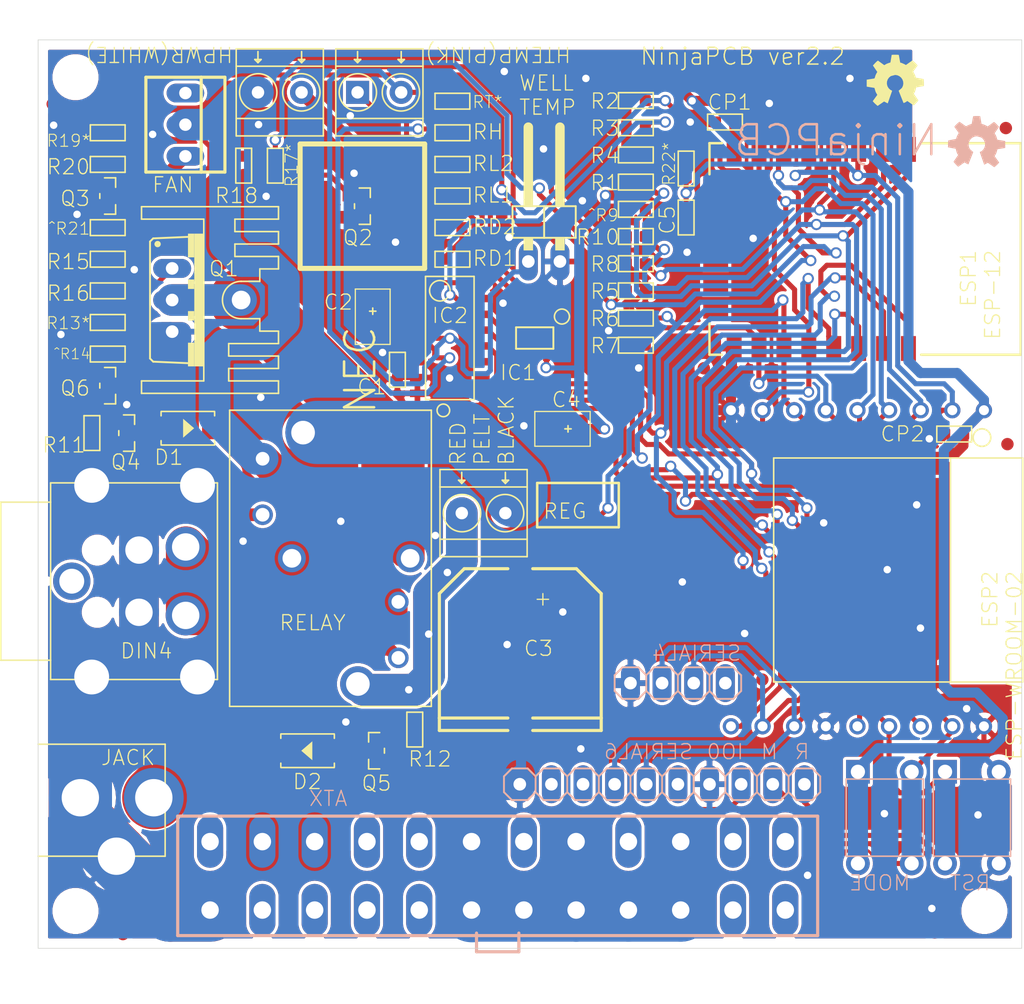
<source format=kicad_pcb>
(kicad_pcb (version 20171130) (host pcbnew "(5.1.6-0-10_14)")
  (layers (0 Top signal) (31 Bottom signal) (34 B.Paste user) (35 F.Paste user) (36 B.SilkS user) (37 F.SilkS user) (38 B.Mask user) (39 F.Mask user) (44 Edge.Cuts user))
  (net 0 "")
  (net 1 GND)
  (net 2 VCC)
  (net 3 /HEATER_TEMP)
  (net 4 /SDIO)
  (net 5 /SCLK)
  (net 6 /DRDY)
  (net 7 "Net-(IC2-PadP$11)")
  (net 8 "Net-(IC2-PadP$10)")
  (net 9 "Net-(C1-Pad2)")
  (net 10 /DIVIDED)
  (net 11 /WELL_TEMP)
  (net 12 "Net-(RL1-Pad2)")
  (net 13 "Net-(IC1-Pad2)")
  (net 14 /RESET)
  (net 15 "Net-(Q3-Pad1)")
  (net 16 /FAN)
  (net 17 "Net-(Q2-Pad1)")
  (net 18 /HEATER)
  (net 19 /HIGH_TEMP)
  (net 20 "Net-(Q6-Pad1)")
  (net 21 /PEL_PWM)
  (net 22 "Net-(Q1-PadG)")
  (net 23 /BLK)
  (net 24 /RED)
  (net 25 "Net-(D2-Pad1)")
  (net 26 "Net-(D1-Pad1)")
  (net 27 "Net-(Q4-Pad1)")
  (net 28 /PEL_SWA)
  (net 29 /PEL_SWB)
  (net 30 "Net-(Q5-Pad1)")
  (net 31 "Net-(ESP1-Pad9)")
  (net 32 "Net-(ESP1-Pad10)")
  (net 33 "Net-(ESP1-Pad11)")
  (net 34 "Net-(ESP1-Pad12)")
  (net 35 "Net-(ESP1-Pad13)")
  (net 36 "Net-(ESP1-Pad14)")
  (net 37 /TOUT)
  (net 38 /EN)
  (net 39 /TXD)
  (net 40 /RXD)
  (net 41 "Net-(SERIAL6-Pad5)")
  (net 42 "Net-(SERIAL6-Pad4)")
  (net 43 "Net-(SERIAL6-Pad1)")
  (net 44 "Net-(DIN4-PadP$5)")
  (net 45 "Net-(SERIAL4-Pad1)")
  (net 46 "Net-(HEATER_POWER1-Pad2)")
  (net 47 "Net-(FAN1-Pad3)")
  (net 48 "Net-(FAN1-Pad1)")
  (net 49 "Net-(ATX1-Pad23)")
  (net 50 "Net-(ATX1-Pad12)")
  (net 51 "Net-(ATX1-Pad22)")
  (net 52 "Net-(ATX1-Pad21)")
  (net 53 "Net-(ATX1-Pad20)")
  (net 54 "Net-(ATX1-Pad14)")
  (net 55 "Net-(ATX1-Pad13)")
  (net 56 "Net-(ATX1-Pad9)")
  (net 57 "Net-(ATX1-Pad8)")
  (net 58 "Net-(ATX1-Pad6)")
  (net 59 "Net-(ATX1-Pad4)")
  (net 60 "Net-(ATX1-Pad2)")
  (net 61 "Net-(ATX1-Pad1)")
  (net 62 "Net-(HEATSINK1-PadP$1)")
  (module "" (layer Top) (at 112.0011 138.5036)
    (fp_text reference @HOLE0 hide)
    (fp_text value "" (at 0 0) (layer F.SilkS) (effects (font (size 1.27 1.27))))
    (pad "" np_thru_hole circle (at 0 0) (size 3.2 3.2) (drill 3.2) (layers *.Cu *.Mask))
  )
  (module "" (layer Top) (at 112.0011 71.5036)
    (fp_text reference @HOLE1 hide)
    (fp_text value "" (at 0 0) (layer F.SilkS) (effects (font (size 1.27 1.27))))
    (pad "" np_thru_hole circle (at 0 0) (size 3.2 3.2) (drill 3.2) (layers *.Cu *.Mask))
  )
  (module "" (layer Top) (at 185.0011 71.5036)
    (fp_text reference @HOLE2 hide)
    (fp_text value "" (at 0 0) (layer F.SilkS) (effects (font (size 1.27 1.27))))
    (pad "" np_thru_hole circle (at 0 0) (size 3.2 3.2) (drill 3.2) (layers *.Cu *.Mask))
  )
  (module "" (layer Top) (at 185.0011 138.5036)
    (fp_text reference @HOLE3 hide)
    (fp_text value "" (at 0 0) (layer F.SilkS) (effects (font (size 1.27 1.27))))
    (pad "" np_thru_hole circle (at 0 0) (size 3.2 3.2) (drill 3.2) (layers *.Cu *.Mask))
  )
  (module NinjaPCB_ver2.2:H2-3.5-7.0X7.0MM (layer Top) (at 128.4089 72.7228)
    (fp_text reference HEATER_POWER1 hide)
    (fp_text value "SCREW-TERMINAL-GREEN(2P-3.5)")
    (pad 2 thru_hole circle (at 1.75 0) (size 1.85 1.85) (drill 1) (layers *.Cu *.Mask) (net 46 "Net-(HEATER_POWER1-Pad2)"))
    (pad 1 thru_hole rect (at -1.75 0) (size 1.85 1.85) (drill 1) (layers *.Cu *.Mask) (net 2 VCC))
  )
  (module NinjaPCB_ver2.2:H2-3.5-7.0X7.0MM (layer Top) (at 136.4089 72.7228)
    (fp_text reference HEATER_TEMP1 hide)
    (fp_text value "SCREW-TERMINAL-GREEN(2P-3.5)")
    (pad 2 thru_hole circle (at 1.75 0) (size 1.85 1.85) (drill 1) (layers *.Cu *.Mask) (net 3 /HEATER_TEMP))
    (pad 1 thru_hole rect (at -1.75 0) (size 1.85 1.85) (drill 1) (layers *.Cu *.Mask) (net 2 VCC))
  )
  (module NinjaPCB_ver2.2:22-23-2031 (layer Top) (at 120.8285 75.318 270)
    (fp_text reference FAN1 hide)
    (fp_text value 22-23-2031 hide)
    (pad 3 thru_hole oval (at 2.54 0) (size 3.016 1.508) (drill 1) (layers *.Cu *.Mask) (net 47 "Net-(FAN1-Pad3)"))
    (pad 2 thru_hole oval (at 0 0) (size 3.016 1.508) (drill 1) (layers *.Cu *.Mask) (net 2 VCC))
    (pad 1 thru_hole oval (at -2.54 0) (size 3.016 1.508) (drill 1) (layers *.Cu *.Mask) (net 48 "Net-(FAN1-Pad1)"))
  )
  (module NinjaPCB_ver2.2:ATX24 (layer Bottom) (at 145.9103 135.681)
    (fp_text reference ATX1 hide)
    (fp_text value ATX24NH hide)
    (pad 24 thru_hole oval (at -23.1 2.75 270) (size 4.2 2.1) (drill 1.4) (layers *.Cu *.Mask) (net 1 GND))
    (pad 23 thru_hole oval (at -18.9 2.75 270) (size 4.2 2.1) (drill 1.4) (layers *.Cu *.Mask) (net 49 "Net-(ATX1-Pad23)"))
    (pad 12 thru_hole oval (at -23.1 -2.75 270) (size 4.2 2.1) (drill 1.4) (layers *.Cu *.Mask) (net 50 "Net-(ATX1-Pad12)"))
    (pad 22 thru_hole oval (at -14.7 2.75 270) (size 4.2 2.1) (drill 1.4) (layers *.Cu *.Mask) (net 51 "Net-(ATX1-Pad22)"))
    (pad 21 thru_hole oval (at -10.5 2.75 270) (size 4.2 2.1) (drill 1.4) (layers *.Cu *.Mask) (net 52 "Net-(ATX1-Pad21)"))
    (pad 20 thru_hole oval (at -6.3 2.75 270) (size 4.2 2.1) (drill 1.4) (layers *.Cu *.Mask) (net 53 "Net-(ATX1-Pad20)"))
    (pad 19 thru_hole oval (at -2.1 2.75 270) (size 4.2 2.1) (drill 1.4) (layers *.Cu *.Mask) (net 1 GND))
    (pad 18 thru_hole oval (at 2.1 2.75 270) (size 4.2 2.1) (drill 1.4) (layers *.Cu *.Mask) (net 1 GND))
    (pad 17 thru_hole oval (at 6.3 2.75 270) (size 4.2 2.1) (drill 1.4) (layers *.Cu *.Mask) (net 1 GND))
    (pad 16 thru_hole oval (at 10.5 2.75 270) (size 4.2 2.1) (drill 1.4) (layers *.Cu *.Mask) (net 1 GND))
    (pad 15 thru_hole oval (at 14.7 2.75 270) (size 4.2 2.1) (drill 1.4) (layers *.Cu *.Mask) (net 1 GND))
    (pad 14 thru_hole oval (at 18.9 2.75 270) (size 4.2 2.1) (drill 1.4) (layers *.Cu *.Mask) (net 54 "Net-(ATX1-Pad14)"))
    (pad 13 thru_hole oval (at 23.1 2.75 270) (size 4.2 2.1) (drill 1.4) (layers *.Cu *.Mask) (net 55 "Net-(ATX1-Pad13)"))
    (pad 11 thru_hole oval (at -18.9 -2.75 270) (size 4.2 2.1) (drill 1.4) (layers *.Cu *.Mask) (net 2 VCC))
    (pad 10 thru_hole oval (at -14.7 -2.75 270) (size 4.2 2.1) (drill 1.4) (layers *.Cu *.Mask) (net 2 VCC))
    (pad 9 thru_hole oval (at -10.5 -2.75 270) (size 4.2 2.1) (drill 1.4) (layers *.Cu *.Mask) (net 56 "Net-(ATX1-Pad9)"))
    (pad 8 thru_hole oval (at -6.3 -2.75 270) (size 4.2 2.1) (drill 1.4) (layers *.Cu *.Mask) (net 57 "Net-(ATX1-Pad8)"))
    (pad 7 thru_hole oval (at -2.1 -2.75 270) (size 4.2 2.1) (drill 1.4) (layers *.Cu *.Mask) (net 1 GND))
    (pad 6 thru_hole oval (at 2.1 -2.75 270) (size 4.2 2.1) (drill 1.4) (layers *.Cu *.Mask) (net 58 "Net-(ATX1-Pad6)"))
    (pad 5 thru_hole oval (at 6.3 -2.75 270) (size 4.2 2.1) (drill 1.4) (layers *.Cu *.Mask) (net 1 GND))
    (pad 4 thru_hole oval (at 10.5 -2.75 270) (size 4.2 2.1) (drill 1.4) (layers *.Cu *.Mask) (net 59 "Net-(ATX1-Pad4)"))
    (pad 3 thru_hole oval (at 14.7 -2.75 270) (size 4.2 2.1) (drill 1.4) (layers *.Cu *.Mask) (net 1 GND))
    (pad 2 thru_hole oval (at 18.9 -2.75 270) (size 4.2 2.1) (drill 1.4) (layers *.Cu *.Mask) (net 60 "Net-(ATX1-Pad2)"))
    (pad 1 thru_hole oval (at 23.1 -2.75 270) (size 4.2 2.1) (drill 1.4) (layers *.Cu *.Mask) (net 61 "Net-(ATX1-Pad1)"))
  )
  (module NinjaPCB_ver2.2:SOT-223 (layer Top) (at 152.3601 105.8888)
    (fp_text reference REG1 hide)
    (fp_text value CJT1117-3.3-SOT223 hide)
    (pad TER smd rect (at 0 -3.175) (size 3.556 2.159) (layers Top F.Paste F.Mask) (net 2 VCC))
    (pad 3 smd rect (at 2.286 3.175) (size 1.27 2.286) (layers Top F.Paste F.Mask) (net 2 VCC))
    (pad 2 smd rect (at 0 3.175) (size 1.27 2.286) (layers Top F.Paste F.Mask) (net 2 VCC))
    (pad 1 smd rect (at -2.286 3.175) (size 1.27 2.286) (layers Top F.Paste F.Mask) (net 1 GND))
  )
  (module NinjaPCB_ver2.2:AVX-B (layer Top) (at 151.1155 99.7622 180)
    (fp_text reference C4)
    (fp_text value 22uf hide)
    (pad - smd rect (at 1.4605 0) (size 1.143 2.286) (layers Top F.Paste F.Mask) (net 1 GND))
    (pad + smd rect (at -1.4605 0 180) (size 1.143 2.286) (layers Top F.Paste F.Mask) (net 2 VCC))
  )
  (module NinjaPCB_ver2.2:CAP_SMD_AL_D125 (layer Top) (at 147.7269 117.4992)
    (fp_text reference C3 hide)
    (fp_text value CAP_SMDAL_1000UF_25V hide)
    (pad P$M smd rect (at 0 4.55 90) (size 4.7 1) (layers Top F.Paste F.Mask) (net 1 GND))
    (pad P$P smd rect (at 0 -4.55 90) (size 4.7 1) (layers Top F.Paste F.Mask) (net 2 VCC))
  )
  (module NinjaPCB_ver2.2:SOP-16 (layer Top) (at 142.0653 92.4642 270)
    (fp_text reference IC2 hide)
    (fp_text value NAU7802 hide)
    (pad P$16 smd rect (at -4.445 -2.6) (size 1.2 0.6) (layers Top F.Paste F.Mask) (net 2 VCC))
    (pad P$15 smd rect (at -3.175 -2.6) (size 1.2 0.6) (layers Top F.Paste F.Mask) (net 2 VCC))
    (pad P$14 smd rect (at -1.905 -2.6) (size 1.2 0.6) (layers Top F.Paste F.Mask) (net 4 /SDIO))
    (pad P$13 smd rect (at -0.635 -2.6) (size 1.2 0.6) (layers Top F.Paste F.Mask) (net 5 /SCLK))
    (pad P$12 smd rect (at 0.635 -2.6) (size 1.2 0.6) (layers Top F.Paste F.Mask) (net 6 /DRDY))
    (pad P$11 smd rect (at 1.905 -2.6) (size 1.2 0.6) (layers Top F.Paste F.Mask) (net 7 "Net-(IC2-PadP$11)"))
    (pad P$10 smd rect (at 3.175 -2.6) (size 1.2 0.6) (layers Top F.Paste F.Mask) (net 8 "Net-(IC2-PadP$10)"))
    (pad P$9 smd rect (at 4.445 -2.6) (size 1.2 0.6) (layers Top F.Paste F.Mask) (net 1 GND))
    (pad P$8 smd rect (at 4.445 2.6) (size 1.2 0.6) (layers Top F.Paste F.Mask) (net 1 GND))
    (pad P$7 smd rect (at 3.175 2.6) (size 1.2 0.6) (layers Top F.Paste F.Mask) (net 1 GND))
    (pad P$6 smd rect (at 1.905 2.6) (size 1.2 0.6) (layers Top F.Paste F.Mask) (net 9 "Net-(C1-Pad2)"))
    (pad P$5 smd rect (at 0.635 2.6) (size 1.2 0.6) (layers Top F.Paste F.Mask) (net 3 /HEATER_TEMP))
    (pad P$4 smd rect (at -0.635 2.6) (size 1.2 0.6) (layers Top F.Paste F.Mask) (net 10 /DIVIDED))
    (pad P$3 smd rect (at -1.905 2.6) (size 1.2 0.6) (layers Top F.Paste F.Mask) (net 11 /WELL_TEMP))
    (pad P$2 smd rect (at -3.175 2.6) (size 1.2 0.6) (layers Top F.Paste F.Mask) (net 10 /DIVIDED))
    (pad P$1 smd rect (at -4.445 2.6) (size 1.2 0.6) (layers Top F.Paste F.Mask) (net 2 VCC))
  )
  (module NinjaPCB_ver2.2:R0603 (layer Top) (at 142.2751 86.1316 90)
    (fp_text reference RD1 hide)
    (fp_text value "15K HP" hide)
    (pad 2 smd roundrect (at 0 0.762) (size 0.889 0.889) (layers Top F.Paste F.Mask) (roundrect_rratio 0.125) (net 2 VCC))
    (pad 1 smd roundrect (at 0 -0.762) (size 0.889 0.889) (layers Top F.Paste F.Mask) (roundrect_rratio 0.125) (net 10 /DIVIDED))
  )
  (module NinjaPCB_ver2.2:R0603 (layer Top) (at 142.2751 83.5916 270)
    (fp_text reference RD2 hide)
    (fp_text value "15K HP" hide)
    (pad 2 smd roundrect (at 0 0.762 180) (size 0.889 0.889) (layers Top F.Paste F.Mask) (roundrect_rratio 0.125) (net 1 GND))
    (pad 1 smd roundrect (at 0 -0.762 180) (size 0.889 0.889) (layers Top F.Paste F.Mask) (roundrect_rratio 0.125) (net 10 /DIVIDED))
  )
  (module NinjaPCB_ver2.2:C0603 (layer Top) (at 137.8573 95.0124 180)
    (fp_text reference C1)
    (fp_text value 100nf hide)
    (pad 2 smd roundrect (at 0 0.762 90) (size 0.889 0.889) (layers Top F.Paste F.Mask) (roundrect_rratio 0.125) (net 9 "Net-(C1-Pad2)"))
    (pad 1 smd roundrect (at 0 -0.762 90) (size 0.889 0.889) (layers Top F.Paste F.Mask) (roundrect_rratio 0.125) (net 1 GND))
  )
  (module NinjaPCB_ver2.2:R0603 (layer Top) (at 142.2751 73.4316 90)
    (fp_text reference RT1 hide)
    (fp_text value "4.99K HP" hide)
    (pad 2 smd roundrect (at 0 0.762) (size 0.889 0.889) (layers Top F.Paste F.Mask) (roundrect_rratio 0.125) (net 1 GND))
    (pad 1 smd roundrect (at 0 -0.762) (size 0.889 0.889) (layers Top F.Paste F.Mask) (roundrect_rratio 0.125) (net 3 /HEATER_TEMP))
  )
  (module NinjaPCB_ver2.2:R0603 (layer Top) (at 142.2751 78.5116 90)
    (fp_text reference RL2 hide)
    (fp_text value "15K HP" hide)
    (pad 2 smd roundrect (at 0 0.762) (size 0.889 0.889) (layers Top F.Paste F.Mask) (roundrect_rratio 0.125) (net 11 /WELL_TEMP))
    (pad 1 smd roundrect (at 0 -0.762) (size 0.889 0.889) (layers Top F.Paste F.Mask) (roundrect_rratio 0.125) (net 12 "Net-(RL1-Pad2)"))
  )
  (module NinjaPCB_ver2.2:R0603 (layer Top) (at 142.2751 75.9716 270)
    (fp_text reference RH1 hide)
    (fp_text value "15K HP" hide)
    (pad 2 smd roundrect (at 0 0.762 180) (size 0.889 0.889) (layers Top F.Paste F.Mask) (roundrect_rratio 0.125) (net 11 /WELL_TEMP))
    (pad 1 smd roundrect (at 0 -0.762 180) (size 0.889 0.889) (layers Top F.Paste F.Mask) (roundrect_rratio 0.125) (net 13 "Net-(IC1-Pad2)"))
  )
  (module NinjaPCB_ver2.2:SW4-6.0X6.0X5.0MM (layer Bottom) (at 184.0011 131.0036 270)
    (fp_text reference RST1 hide)
    (fp_text value "DIP-SWITCH-TACTILE-SPST-NO_TS-1109(4P-D6.0MM)'TS-1109'")
    (pad 4 thru_hole circle (at 3.683 2.159 270) (size 1.905 1.905) (drill 1.143) (layers *.Cu *.Mask) (net 14 /RESET))
    (pad 3 thru_hole circle (at 3.683 -2.159 270) (size 1.905 1.905) (drill 1.143) (layers *.Cu *.Mask) (net 1 GND))
    (pad 2 thru_hole circle (at -3.683 -2.159 270) (size 1.905 1.905) (drill 1.143) (layers *.Cu *.Mask) (net 1 GND))
    (pad 1 thru_hole rect (at -3.683 2.159 270) (size 1.905 1.905) (drill 1.143) (layers *.Cu *.Mask) (net 14 /RESET))
  )
  (module NinjaPCB_ver2.2:R0603 (layer Top) (at 157.0071 79.934 90)
    (fp_text reference R1 hide)
    (fp_text value "10K 1/10W" hide)
    (pad 2 smd roundrect (at 0 0.762) (size 0.889 0.889) (layers Top F.Paste F.Mask) (roundrect_rratio 0.125) (net 14 /RESET))
    (pad 1 smd roundrect (at 0 -0.762) (size 0.889 0.889) (layers Top F.Paste F.Mask) (roundrect_rratio 0.125) (net 2 VCC))
  )
  (module NinjaPCB_ver2.2:R0603 (layer Top) (at 114.5891 75.9716 90)
    (fp_text reference R19 hide)
    (fp_text value "1K 1/10W" hide)
    (pad 2 smd roundrect (at 0 0.762) (size 0.889 0.889) (layers Top F.Paste F.Mask) (roundrect_rratio 0.125) (net 15 "Net-(Q3-Pad1)"))
    (pad 1 smd roundrect (at 0 -0.762) (size 0.889 0.889) (layers Top F.Paste F.Mask) (roundrect_rratio 0.125) (net 16 /FAN))
  )
  (module NinjaPCB_ver2.2:R0603 (layer Top) (at 128.0511 78.6132)
    (fp_text reference R17 hide)
    (fp_text value "1K 1/10W" hide)
    (pad 2 smd roundrect (at 0 0.762 270) (size 0.889 0.889) (layers Top F.Paste F.Mask) (roundrect_rratio 0.125) (net 17 "Net-(Q2-Pad1)"))
    (pad 1 smd roundrect (at 0 -0.762 270) (size 0.889 0.889) (layers Top F.Paste F.Mask) (roundrect_rratio 0.125) (net 18 /HEATER))
  )
  (module NinjaPCB_ver2.2:R0603 (layer Top) (at 157.0071 86.4872 90)
    (fp_text reference R8 hide)
    (fp_text value "10K 1/10W" hide)
    (pad 2 smd roundrect (at 0 0.762) (size 0.889 0.889) (layers Top F.Paste F.Mask) (roundrect_rratio 0.125) (net 19 /HIGH_TEMP))
    (pad 1 smd roundrect (at 0 -0.762) (size 0.889 0.889) (layers Top F.Paste F.Mask) (roundrect_rratio 0.125) (net 1 GND))
  )
  (module NinjaPCB_ver2.2:SW4-6.0X6.0X5.0MM (layer Bottom) (at 177.0011 131.0036 270)
    (fp_text reference MODE1 hide)
    (fp_text value "DIP-SWITCH-TACTILE-SPST-NO_TS-1109(4P-D6.0MM)'TS-1109'")
    (pad 4 thru_hole circle (at 3.683 2.159 270) (size 1.905 1.905) (drill 1.143) (layers *.Cu *.Mask) (net 2 VCC))
    (pad 3 thru_hole circle (at 3.683 -2.159 270) (size 1.905 1.905) (drill 1.143) (layers *.Cu *.Mask) (net 19 /HIGH_TEMP))
    (pad 2 thru_hole circle (at -3.683 -2.159 270) (size 1.905 1.905) (drill 1.143) (layers *.Cu *.Mask) (net 19 /HIGH_TEMP))
    (pad 1 thru_hole rect (at -3.683 2.159 270) (size 1.905 1.905) (drill 1.143) (layers *.Cu *.Mask) (net 2 VCC))
  )
  (module NinjaPCB_ver2.2:1X02_90 (layer Top) (at 149.6411 82.5036)
    (fp_text reference WELL_TEMP1 hide)
    (fp_text value PINHD-1X2_90)
    (pad 2 thru_hole oval (at 1.27 3.81 90) (size 3.048 1.524) (drill 1.016) (layers *.Cu *.Mask) (net 1 GND))
    (pad 1 thru_hole oval (at -1.27 3.81 90) (size 3.048 1.524) (drill 1.016) (layers *.Cu *.Mask) (net 11 /WELL_TEMP))
  )
  (module NinjaPCB_ver2.2:PJ-102A-NOOUT (layer Top) (at 109.0011 129.5036 90)
    (fp_text reference JACK1 hide)
    (fp_text value 2.1MMJACKTHM-NOOUT hide)
    (pad RING thru_hole circle (at 0.1 3.39 270) (size 4.8 4.8) (drill 3) (layers *.Cu *.Mask) (net 1 GND))
    (pad TIP thru_hole circle (at 0.1 9.29 270) (size 4.8 4.8) (drill 3) (layers *.Cu *.Mask) (net 2 VCC))
    (pad RING_SW thru_hole circle (at -4.6 6.29 270) (size 4.8 4.8) (drill 3) (layers *.Cu *.Mask) (net 1 GND))
  )
  (module NinjaPCB_ver2.2:R0603 (layer Top) (at 157.0071 73.3808 90)
    (fp_text reference R2 hide)
    (fp_text value "10K 1/10W" hide)
    (pad 2 smd roundrect (at 0 0.762) (size 0.889 0.889) (layers Top F.Paste F.Mask) (roundrect_rratio 0.125) (net 16 /FAN))
    (pad 1 smd roundrect (at 0 -0.762) (size 0.889 0.889) (layers Top F.Paste F.Mask) (roundrect_rratio 0.125) (net 2 VCC))
  )
  (module NinjaPCB_ver2.2:R0603 (layer Top) (at 157.0071 93.0404 90)
    (fp_text reference R7 hide)
    (fp_text value "10K 1/10W" hide)
    (pad 2 smd roundrect (at 0 0.762) (size 0.889 0.889) (layers Top F.Paste F.Mask) (roundrect_rratio 0.125) (net 18 /HEATER))
    (pad 1 smd roundrect (at 0 -0.762) (size 0.889 0.889) (layers Top F.Paste F.Mask) (roundrect_rratio 0.125) (net 1 GND))
  )
  (module NinjaPCB_ver2.2:R0603 (layer Top) (at 125.5111 78.6132 180)
    (fp_text reference R18 hide)
    (fp_text value "10K 1/10W" hide)
    (pad 2 smd roundrect (at 0 0.762 90) (size 0.889 0.889) (layers Top F.Paste F.Mask) (roundrect_rratio 0.125) (net 17 "Net-(Q2-Pad1)"))
    (pad 1 smd roundrect (at 0 -0.762 90) (size 0.889 0.889) (layers Top F.Paste F.Mask) (roundrect_rratio 0.125) (net 1 GND))
  )
  (module NinjaPCB_ver2.2:R0603 (layer Top) (at 114.5891 78.5116 90)
    (fp_text reference R20 hide)
    (fp_text value "10K 1/10W" hide)
    (pad 2 smd roundrect (at 0 0.762) (size 0.889 0.889) (layers Top F.Paste F.Mask) (roundrect_rratio 0.125) (net 15 "Net-(Q3-Pad1)"))
    (pad 1 smd roundrect (at 0 -0.762) (size 0.889 0.889) (layers Top F.Paste F.Mask) (roundrect_rratio 0.125) (net 1 GND))
  )
  (module NinjaPCB_ver2.2:R0603 (layer Top) (at 114.5891 91.2116 90)
    (fp_text reference R13 hide)
    (fp_text value "1K 1/10W" hide)
    (pad 2 smd roundrect (at 0 0.762) (size 0.889 0.889) (layers Top F.Paste F.Mask) (roundrect_rratio 0.125) (net 20 "Net-(Q6-Pad1)"))
    (pad 1 smd roundrect (at 0 -0.762) (size 0.889 0.889) (layers Top F.Paste F.Mask) (roundrect_rratio 0.125) (net 21 /PEL_PWM))
  )
  (module NinjaPCB_ver2.2:R0603 (layer Top) (at 114.5891 86.1316 90)
    (fp_text reference R15 hide)
    (fp_text value "10K 1/10W" hide)
    (pad 2 smd roundrect (at 0 0.762) (size 0.889 0.889) (layers Top F.Paste F.Mask) (roundrect_rratio 0.125) (net 2 VCC))
    (pad 1 smd roundrect (at 0 -0.762) (size 0.889 0.889) (layers Top F.Paste F.Mask) (roundrect_rratio 0.125) (net 22 "Net-(Q1-PadG)"))
  )
  (module NinjaPCB_ver2.2:R0603 (layer Top) (at 114.5891 88.6716 90)
    (fp_text reference R16 hide)
    (fp_text value "10K 1/10W" hide)
    (pad 2 smd roundrect (at 0 0.762) (size 0.889 0.889) (layers Top F.Paste F.Mask) (roundrect_rratio 0.125) (net 22 "Net-(Q1-PadG)"))
    (pad 1 smd roundrect (at 0 -0.762) (size 0.889 0.889) (layers Top F.Paste F.Mask) (roundrect_rratio 0.125) (net 1 GND))
  )
  (module NinjaPCB_ver2.2:NEC-EP2 (layer Top) (at 132.4803 110.165 270)
    (fp_text reference RELAY1 hide)
    (fp_text value NEC-RELAY2EP2 hide)
    (fp_text user NEC (at -11.43 -3.81 270) (layer F.SilkS) (effects (font (size 2.413 2.413) (thickness 0.2032)) (justify left bottom)))
    (pad P$1 thru_hole circle (at -10.1 2.2 270) (size 2.85 2.85) (drill 1.9) (layers *.Cu *.Mask) (net 23 /BLK))
    (pad P$8 thru_hole circle (at 10.1 -2.2 270) (size 2.85 2.85) (drill 1.9) (layers *.Cu *.Mask) (net 24 /RED))
    (pad P$7 thru_hole circle (at 8 -5.45 270) (size 1.65 1.65) (drill 1.1) (layers *.Cu *.Mask) (net 25 "Net-(D2-Pad1)"))
    (pad P$6 thru_hole circle (at 3.5 -5.45 270) (size 1.65 1.65) (drill 1.1) (layers *.Cu *.Mask) (net 2 VCC))
    (pad P$3 thru_hole circle (at -3.5 5.45 270) (size 1.65 1.65) (drill 1.1) (layers *.Cu *.Mask) (net 26 "Net-(D1-Pad1)"))
    (pad P$2 thru_hole circle (at -8 5.45 270) (size 1.65 1.65) (drill 1.1) (layers *.Cu *.Mask) (net 2 VCC))
    (pad P$4 thru_hole circle (at 0 3.1 270) (size 2.25 2.25) (drill 1.5) (layers *.Cu *.Mask) (net 2 VCC))
    (pad P$5 thru_hole circle (at 0 -6.4 270) (size 2.25 2.25) (drill 1.5) (layers *.Cu *.Mask) (net 62 "Net-(HEATSINK1-PadP$1)"))
  )
  (module NinjaPCB_ver2.2:DO-214AC (layer Top) (at 121.0247 99.7128)
    (fp_text reference D1 hide)
    (fp_text value 1N4007 hide)
    (pad 2 smd rect (at 2.042 0 90) (size 1.77 1.8) (layers Top F.Paste F.Mask) (net 2 VCC))
    (pad 1 smd rect (at -2.042 0 90) (size 1.77 1.8) (layers Top F.Paste F.Mask) (net 26 "Net-(D1-Pad1)"))
  )
  (module NinjaPCB_ver2.2:DO-214AC (layer Top) (at 130.6419 125.6286 180)
    (fp_text reference D2 hide)
    (fp_text value 1N4007 hide)
    (pad 2 smd rect (at 2.042 0 270) (size 1.77 1.8) (layers Top F.Paste F.Mask) (net 2 VCC))
    (pad 1 smd rect (at -2.042 0 270) (size 1.77 1.8) (layers Top F.Paste F.Mask) (net 25 "Net-(D2-Pad1)"))
  )
  (module NinjaPCB_ver2.2:R0603 (layer Top) (at 113.3191 100.1016)
    (fp_text reference R11 hide)
    (fp_text value "10K 1/10W" hide)
    (pad 2 smd roundrect (at 0 0.762 270) (size 0.889 0.889) (layers Top F.Paste F.Mask) (roundrect_rratio 0.125) (net 27 "Net-(Q4-Pad1)"))
    (pad 1 smd roundrect (at 0 -0.762 270) (size 0.889 0.889) (layers Top F.Paste F.Mask) (roundrect_rratio 0.125) (net 28 /PEL_SWA))
  )
  (module NinjaPCB_ver2.2:R0603 (layer Top) (at 139.2525 123.9268 180)
    (fp_text reference R12 hide)
    (fp_text value "10K 1/10W" hide)
    (pad 2 smd roundrect (at 0 0.762 90) (size 0.889 0.889) (layers Top F.Paste F.Mask) (roundrect_rratio 0.125) (net 29 /PEL_SWB))
    (pad 1 smd roundrect (at 0 -0.762 90) (size 0.889 0.889) (layers Top F.Paste F.Mask) (roundrect_rratio 0.125) (net 30 "Net-(Q5-Pad1)"))
  )
  (module NinjaPCB_ver2.2:ESP-12F (layer Top) (at 175.4211 85.3056 270)
    (fp_text reference ESP1 hide)
    (fp_text value ESP-12F hide)
    (pad 9 smd rect (at -5 12) (size 2 1.2) (layers Top F.Paste F.Mask) (net 31 "Net-(ESP1-Pad9)"))
    (pad 10 smd rect (at -3 12) (size 2 1.2) (layers Top F.Paste F.Mask) (net 32 "Net-(ESP1-Pad10)"))
    (pad 11 smd rect (at -1 12) (size 2 1.2) (layers Top F.Paste F.Mask) (net 33 "Net-(ESP1-Pad11)"))
    (pad 12 smd rect (at 1 12) (size 2 1.2) (layers Top F.Paste F.Mask) (net 34 "Net-(ESP1-Pad12)"))
    (pad 13 smd rect (at 3 12) (size 2 1.2) (layers Top F.Paste F.Mask) (net 35 "Net-(ESP1-Pad13)"))
    (pad 14 smd rect (at 5 12) (size 2 1.2) (layers Top F.Paste F.Mask) (net 36 "Net-(ESP1-Pad14)"))
    (pad 8 smd rect (at -8 10.52 270) (size 2 1.2) (layers Top F.Paste F.Mask) (net 2 VCC))
    (pad 7 smd rect (at -8 8.52 270) (size 2 1.2) (layers Top F.Paste F.Mask) (net 29 /PEL_SWB))
    (pad 6 smd rect (at -8 6.52 270) (size 2 1.2) (layers Top F.Paste F.Mask) (net 28 /PEL_SWA))
    (pad 5 smd rect (at -8 4.52 270) (size 2 1.2) (layers Top F.Paste F.Mask) (net 5 /SCLK))
    (pad 4 smd rect (at -8 2.52 270) (size 2 1.2) (layers Top F.Paste F.Mask) (net 19 /HIGH_TEMP))
    (pad 2 smd rect (at -8 -1.48 270) (size 2 1.2) (layers Top F.Paste F.Mask) (net 37 /TOUT))
    (pad 3 smd rect (at -8 0.52 270) (size 2 1.2) (layers Top F.Paste F.Mask) (net 38 /EN))
    (pad 1 smd rect (at -8 -3.48 270) (size 2 1.2) (layers Top F.Paste F.Mask) (net 14 /RESET))
    (pad 22 smd rect (at 8 -3.48 270) (size 2 1.2) (layers Top F.Paste F.Mask) (net 39 /TXD))
    (pad 21 smd rect (at 8 -1.48 270) (size 2 1.2) (layers Top F.Paste F.Mask) (net 40 /RXD))
    (pad 20 smd rect (at 8 0.52 270) (size 2 1.2) (layers Top F.Paste F.Mask) (net 6 /DRDY))
    (pad 19 smd rect (at 8 2.52 270) (size 2 1.2) (layers Top F.Paste F.Mask) (net 21 /PEL_PWM))
    (pad 18 smd rect (at 8 4.52 270) (size 2 1.2) (layers Top F.Paste F.Mask) (net 16 /FAN))
    (pad 17 smd rect (at 8 6.52 270) (size 2 1.2) (layers Top F.Paste F.Mask) (net 4 /SDIO))
    (pad 16 smd rect (at 8 8.52 270) (size 2 1.2) (layers Top F.Paste F.Mask) (net 18 /HEATER))
    (pad 15 smd rect (at 8 10.52 270) (size 2 1.2) (layers Top F.Paste F.Mask) (net 1 GND))
  )
  (module NinjaPCB_ver2.2:R0603 (layer Top) (at 157.0071 77.7496 90)
    (fp_text reference R4 hide)
    (fp_text value "10K 1/10W" hide)
    (pad 2 smd roundrect (at 0 0.762) (size 0.889 0.889) (layers Top F.Paste F.Mask) (roundrect_rratio 0.125) (net 38 /EN))
    (pad 1 smd roundrect (at 0 -0.762) (size 0.889 0.889) (layers Top F.Paste F.Mask) (roundrect_rratio 0.125) (net 2 VCC))
  )
  (module NinjaPCB_ver2.2:R0603 (layer Top) (at 157.0071 88.6716 270)
    (fp_text reference R5 hide)
    (fp_text value "10K 1/10W" hide)
    (pad 2 smd roundrect (at 0 0.762 180) (size 0.889 0.889) (layers Top F.Paste F.Mask) (roundrect_rratio 0.125) (net 28 /PEL_SWA))
    (pad 1 smd roundrect (at 0 -0.762 180) (size 0.889 0.889) (layers Top F.Paste F.Mask) (roundrect_rratio 0.125) (net 1 GND))
  )
  (module NinjaPCB_ver2.2:R0603 (layer Top) (at 157.0071 90.856 90)
    (fp_text reference R6 hide)
    (fp_text value "10K 1/10W" hide)
    (pad 2 smd roundrect (at 0 0.762) (size 0.889 0.889) (layers Top F.Paste F.Mask) (roundrect_rratio 0.125) (net 29 /PEL_SWB))
    (pad 1 smd roundrect (at 0 -0.762) (size 0.889 0.889) (layers Top F.Paste F.Mask) (roundrect_rratio 0.125) (net 1 GND))
  )
  (module NinjaPCB_ver2.2:R0603 (layer Top) (at 157.0071 75.5652 90)
    (fp_text reference R3 hide)
    (fp_text value "10K 1/10W" hide)
    (pad 2 smd roundrect (at 0 0.762) (size 0.889 0.889) (layers Top F.Paste F.Mask) (roundrect_rratio 0.125) (net 4 /SDIO))
    (pad 1 smd roundrect (at 0 -0.762) (size 0.889 0.889) (layers Top F.Paste F.Mask) (roundrect_rratio 0.125) (net 2 VCC))
  )
  (module NinjaPCB_ver2.2:C0603 (layer Top) (at 164.1661 75.1082 270)
    (fp_text reference CP1)
    (fp_text value 100nf hide)
    (pad 2 smd roundrect (at 0 0.762 180) (size 0.889 0.889) (layers Top F.Paste F.Mask) (roundrect_rratio 0.125) (net 1 GND))
    (pad 1 smd roundrect (at 0 -0.762 180) (size 0.889 0.889) (layers Top F.Paste F.Mask) (roundrect_rratio 0.125) (net 2 VCC))
  )
  (module NinjaPCB_ver2.2:R0603 (layer Top) (at 142.2751 81.0516 90)
    (fp_text reference RL1 hide)
    (fp_text value "15K HP" hide)
    (pad 2 smd roundrect (at 0 0.762) (size 0.889 0.889) (layers Top F.Paste F.Mask) (roundrect_rratio 0.125) (net 12 "Net-(RL1-Pad2)"))
    (pad 1 smd roundrect (at 0 -0.762) (size 0.889 0.889) (layers Top F.Paste F.Mask) (roundrect_rratio 0.125) (net 2 VCC))
  )
  (module NinjaPCB_ver2.2:AVX-B (layer Top) (at 135.8743 90.7516 270)
    (fp_text reference C2)
    (fp_text value 22uf hide)
    (pad - smd rect (at 1.4605 0 90) (size 1.143 2.286) (layers Top F.Paste F.Mask) (net 1 GND))
    (pad + smd rect (at -1.4605 0 270) (size 1.143 2.286) (layers Top F.Paste F.Mask) (net 10 /DIVIDED))
  )
  (module NinjaPCB_ver2.2:ESP-WROOM-02 (layer Top) (at 168.0771 111.1036 270)
    (fp_text reference ESP2 hide)
    (fp_text value ESP-WROOM-02 hide)
    (pad P$19 smd rect (at 0 -6.33 270) (size 4.3 4.3) (layers Top F.Paste F.Mask) (net 1 GND))
    (pad P$18 smd rect (at 8.575 -12.9 270) (size 1.85 1.1) (layers Top F.Paste F.Mask) (net 1 GND))
    (pad P$17 smd rect (at 8.575 -11.4 270) (size 1.85 1.1) (layers Top F.Paste F.Mask) (net 19 /HIGH_TEMP))
    (pad P$16 smd rect (at 8.575 -9.9 270) (size 1.85 1.1) (layers Top F.Paste F.Mask) (net 37 /TOUT))
    (pad P$15 smd rect (at 8.575 -8.4 270) (size 1.85 1.1) (layers Top F.Paste F.Mask) (net 14 /RESET))
    (pad P$14 smd rect (at 8.575 -6.9 270) (size 1.85 1.1) (layers Top F.Paste F.Mask) (net 6 /DRDY))
    (pad P$13 smd rect (at 8.575 -5.4 270) (size 1.85 1.1) (layers Top F.Paste F.Mask) (net 1 GND))
    (pad P$12 smd rect (at 8.575 -3.9 270) (size 1.85 1.1) (layers Top F.Paste F.Mask) (net 39 /TXD))
    (pad P$11 smd rect (at 8.575 -2.4 270) (size 1.85 1.1) (layers Top F.Paste F.Mask) (net 40 /RXD))
    (pad P$10 smd rect (at 8.575 -0.9 270) (size 1.85 1.1) (layers Top F.Paste F.Mask) (net 21 /PEL_PWM))
    (pad P$9 smd rect (at -8.575 -0.9 270) (size 1.85 1.1) (layers Top F.Paste F.Mask) (net 1 GND))
    (pad P$8 smd rect (at -8.575 -2.4 270) (size 1.85 1.1) (layers Top F.Paste F.Mask) (net 16 /FAN))
    (pad P$7 smd rect (at -8.575 -3.9 270) (size 1.85 1.1) (layers Top F.Paste F.Mask) (net 4 /SDIO))
    (pad P$6 smd rect (at -8.575 -5.4 270) (size 1.85 1.1) (layers Top F.Paste F.Mask) (net 18 /HEATER))
    (pad P$5 smd rect (at -8.575 -6.9 270) (size 1.85 1.1) (layers Top F.Paste F.Mask) (net 29 /PEL_SWB))
    (pad P$4 smd rect (at -8.575 -8.4 270) (size 1.85 1.1) (layers Top F.Paste F.Mask) (net 28 /PEL_SWA))
    (pad P$3 smd rect (at -8.575 -9.9 270) (size 1.85 1.1) (layers Top F.Paste F.Mask) (net 5 /SCLK))
    (pad P$2 smd rect (at -8.575 -11.4 270) (size 1.85 1.1) (layers Top F.Paste F.Mask) (net 38 /EN))
    (pad P$1 smd rect (at -8.575 -12.9 270) (size 1.85 1.1) (layers Top F.Paste F.Mask) (net 2 VCC))
  )
  (module NinjaPCB_ver2.2:C0603 (layer Top) (at 182.5755 100.1806 90)
    (fp_text reference CP2)
    (fp_text value 100nf hide)
    (pad 2 smd roundrect (at 0 0.762) (size 0.889 0.889) (layers Top F.Paste F.Mask) (roundrect_rratio 0.125) (net 2 VCC))
    (pad 1 smd roundrect (at 0 -0.762) (size 0.889 0.889) (layers Top F.Paste F.Mask) (roundrect_rratio 0.125) (net 1 GND))
  )
  (module NinjaPCB_ver2.2:FIDUCIAL_1MM (layer Top) (at 186.7251 75.5906 270)
    (fp_text reference U$3 hide)
    (fp_text value FIDUCIAL hide)
    (pad 1 smd roundrect (at 0 0 270) (size 1 1) (layers Top F.Mask) (roundrect_rratio 0.5))
  )
  (module NinjaPCB_ver2.2:FIDUCIAL_1MM (layer Top) (at 115.8083 140.3606)
    (fp_text reference U$4 hide)
    (fp_text value FIDUCIAL hide)
    (pad 1 smd roundrect (at 0 0) (size 1 1) (layers Top F.Mask) (roundrect_rratio 0.5))
  )
  (module NinjaPCB_ver2.2:FIDUCIAL_1MM (layer Top) (at 181.0101 140.2336)
    (fp_text reference U$5 hide)
    (fp_text value FIDUCIAL hide)
    (pad 1 smd roundrect (at 0 0) (size 1 1) (layers Top F.Mask) (roundrect_rratio 0.5))
  )
  (module NinjaPCB_ver2.2:R0603 (layer Top) (at 157.0071 84.3028 270)
    (fp_text reference R10 hide)
    (fp_text value "10K 1/10W" hide)
    (pad 2 smd roundrect (at 0 0.762 180) (size 0.889 0.889) (layers Top F.Paste F.Mask) (roundrect_rratio 0.125) (net 1 GND))
    (pad 1 smd roundrect (at 0 -0.762 180) (size 0.889 0.889) (layers Top F.Paste F.Mask) (roundrect_rratio 0.125) (net 37 /TOUT))
  )
  (module NinjaPCB_ver2.2:SOT-23 (layer Top) (at 116.1131 100.1016 270)
    (fp_text reference Q4 hide)
    (fp_text value S9013 hide)
    (pad 1 smd rect (at -0.889 1.016 90) (size 1.016 1.143) (layers Top F.Paste F.Mask) (net 27 "Net-(Q4-Pad1)"))
    (pad 2 smd rect (at 0.889 1.016 270) (size 1.016 1.143) (layers Top F.Paste F.Mask) (net 1 GND))
    (pad 3 smd rect (at 0 -1.016 270) (size 1.016 1.143) (layers Top F.Paste F.Mask) (net 26 "Net-(D1-Pad1)"))
  )
  (module NinjaPCB_ver2.2:SOT-23 (layer Top) (at 136.1791 125.6286 90)
    (fp_text reference Q5 hide)
    (fp_text value S9013 hide)
    (pad 1 smd rect (at -0.889 1.016 270) (size 1.016 1.143) (layers Top F.Paste F.Mask) (net 30 "Net-(Q5-Pad1)"))
    (pad 2 smd rect (at 0.889 1.016 90) (size 1.016 1.143) (layers Top F.Paste F.Mask) (net 1 GND))
    (pad 3 smd rect (at 0 -1.016 90) (size 1.016 1.143) (layers Top F.Paste F.Mask) (net 25 "Net-(D2-Pad1)"))
  )
  (module NinjaPCB_ver2.2:SOT-23 (layer Top) (at 114.5891 96.2916 270)
    (fp_text reference Q6 hide)
    (fp_text value S9013 hide)
    (pad 1 smd rect (at -0.889 1.016 90) (size 1.016 1.143) (layers Top F.Paste F.Mask) (net 20 "Net-(Q6-Pad1)"))
    (pad 2 smd rect (at 0.889 1.016 270) (size 1.016 1.143) (layers Top F.Paste F.Mask) (net 1 GND))
    (pad 3 smd rect (at 0 -1.016 270) (size 1.016 1.143) (layers Top F.Paste F.Mask) (net 22 "Net-(Q1-PadG)"))
  )
  (module NinjaPCB_ver2.2:SOT-23 (layer Top) (at 135.0445 81.8686 270)
    (fp_text reference Q2 hide)
    (fp_text value CJ2302 hide)
    (pad 1 smd rect (at -0.889 1.016 90) (size 1.016 1.143) (layers Top F.Paste F.Mask) (net 17 "Net-(Q2-Pad1)"))
    (pad 2 smd rect (at 0.889 1.016 270) (size 1.016 1.143) (layers Top F.Paste F.Mask) (net 1 GND))
    (pad 3 smd rect (at 0 -1.016 270) (size 1.016 1.143) (layers Top F.Paste F.Mask) (net 46 "Net-(HEATER_POWER1-Pad2)"))
  )
  (module NinjaPCB_ver2.2:SOT-23 (layer Top) (at 114.5891 81.0516 270)
    (fp_text reference Q3 hide)
    (fp_text value CJ2302 hide)
    (pad 1 smd rect (at -0.889 1.016 90) (size 1.016 1.143) (layers Top F.Paste F.Mask) (net 15 "Net-(Q3-Pad1)"))
    (pad 2 smd rect (at 0.889 1.016 270) (size 1.016 1.143) (layers Top F.Paste F.Mask) (net 1 GND))
    (pad 3 smd rect (at 0 -1.016 270) (size 1.016 1.143) (layers Top F.Paste F.Mask) (net 47 "Net-(FAN1-Pad3)"))
  )
  (module NinjaPCB_ver2.2:1X06 (layer Bottom) (at 154.0353 128.321 180)
    (fp_text reference SERIAL6 hide)
    (fp_text value PINHD-1X6)
    (pad 6 thru_hole oval (at 6.35 0 90) (size 3.048 1.524) (drill 1.016) (layers *.Cu *.Mask) (net 1 GND))
    (pad 5 thru_hole oval (at 3.81 0 90) (size 3.048 1.524) (drill 1.016) (layers *.Cu *.Mask) (net 41 "Net-(SERIAL6-Pad5)"))
    (pad 4 thru_hole oval (at 1.27 0 90) (size 3.048 1.524) (drill 1.016) (layers *.Cu *.Mask) (net 42 "Net-(SERIAL6-Pad4)"))
    (pad 3 thru_hole oval (at -1.27 0 90) (size 3.048 1.524) (drill 1.016) (layers *.Cu *.Mask) (net 40 /RXD))
    (pad 2 thru_hole oval (at -3.81 0 90) (size 3.048 1.524) (drill 1.016) (layers *.Cu *.Mask) (net 39 /TXD))
    (pad 1 thru_hole oval (at -6.35 0 90) (size 3.048 1.524) (drill 1.016) (layers *.Cu *.Mask) (net 43 "Net-(SERIAL6-Pad1)"))
  )
  (module NinjaPCB_ver2.2:HEAT11PB015 (layer Top) (at 122.3049 89.4094 270)
    (fp_text reference HEATSINK1 hide)
    (fp_text value HEAT111PB015 hide)
    (pad P$1 thru_hole circle (at 0 -3 270) (size 2.25 2.25) (drill 1.5) (layers *.Cu *.Mask) (net 62 "Net-(HEATSINK1-PadP$1)"))
  )
  (module NinjaPCB_ver2.2:TO220BV (layer Top) (at 122.3049 89.4094 270)
    (fp_text reference Q1 hide)
    (fp_text value IRLB3813PBF hide)
    (pad S thru_hole oval (at 2.54 2.54) (size 3.048 1.524) (drill 1.016) (layers *.Cu *.Mask) (net 1 GND))
    (pad D thru_hole oval (at 0 2.54) (size 3.048 1.524) (drill 1.016) (layers *.Cu *.Mask) (net 62 "Net-(HEATSINK1-PadP$1)"))
    (pad G thru_hole oval (at -2.54 2.54) (size 3.048 1.524) (drill 1.016) (layers *.Cu *.Mask) (net 22 "Net-(Q1-PadG)"))
  )
  (module NinjaPCB_ver2.2:ESP-WROOM-02-BREAK-NODETAIL (layer Top) (at 174.8055 110.9646 270)
    (fp_text reference ESP3 hide)
    (fp_text value ESP-WROOM-02-BREAKND hide)
    (pad P$18 thru_hole circle (at 12.7 -10.16 90) (size 1.308 1.308) (drill 0.8) (layers *.Cu *.Mask) (net 1 GND))
    (pad P$17 thru_hole circle (at 12.7 -7.62 90) (size 1.308 1.308) (drill 0.8) (layers *.Cu *.Mask) (net 19 /HIGH_TEMP))
    (pad P$16 thru_hole circle (at 12.7 -5.08 90) (size 1.308 1.308) (drill 0.8) (layers *.Cu *.Mask) (net 37 /TOUT))
    (pad P$15 thru_hole circle (at 12.7 -2.54 90) (size 1.308 1.308) (drill 0.8) (layers *.Cu *.Mask) (net 14 /RESET))
    (pad P$14 thru_hole circle (at 12.7 0 90) (size 1.308 1.308) (drill 0.8) (layers *.Cu *.Mask) (net 6 /DRDY))
    (pad P$13 thru_hole circle (at 12.7 2.54 90) (size 1.308 1.308) (drill 0.8) (layers *.Cu *.Mask) (net 1 GND))
    (pad P$12 thru_hole circle (at 12.7 5.08 90) (size 1.308 1.308) (drill 0.8) (layers *.Cu *.Mask) (net 39 /TXD))
    (pad P$11 thru_hole circle (at 12.7 7.62 90) (size 1.308 1.308) (drill 0.8) (layers *.Cu *.Mask) (net 40 /RXD))
    (pad P$10 thru_hole circle (at 12.7 10.16 90) (size 1.308 1.308) (drill 0.8) (layers *.Cu *.Mask) (net 21 /PEL_PWM))
    (pad P$9 thru_hole circle (at -12.7 10.16 270) (size 1.308 1.308) (drill 0.8) (layers *.Cu *.Mask) (net 1 GND))
    (pad P$8 thru_hole circle (at -12.7 7.62 270) (size 1.308 1.308) (drill 0.8) (layers *.Cu *.Mask) (net 16 /FAN))
    (pad P$7 thru_hole circle (at -12.7 5.08 270) (size 1.308 1.308) (drill 0.8) (layers *.Cu *.Mask) (net 4 /SDIO))
    (pad P$6 thru_hole circle (at -12.7 2.54 270) (size 1.308 1.308) (drill 0.8) (layers *.Cu *.Mask) (net 18 /HEATER))
    (pad P$5 thru_hole circle (at -12.7 0 270) (size 1.308 1.308) (drill 0.8) (layers *.Cu *.Mask) (net 29 /PEL_SWB))
    (pad P$4 thru_hole circle (at -12.7 -2.54 270) (size 1.308 1.308) (drill 0.8) (layers *.Cu *.Mask) (net 28 /PEL_SWA))
    (pad P$3 thru_hole circle (at -12.7 -5.08 270) (size 1.308 1.308) (drill 0.8) (layers *.Cu *.Mask) (net 5 /SCLK))
    (pad P$2 thru_hole circle (at -12.7 -7.62 270) (size 1.308 1.308) (drill 0.8) (layers *.Cu *.Mask) (net 38 /EN))
    (pad P$1 thru_hole circle (at -12.7 -10.16 270) (size 1.308 1.308) (drill 0.8) (layers *.Cu *.Mask) (net 2 VCC))
  )
  (module NinjaPCB_ver2.2:FIDUCIAL_1MM (layer Top) (at 110.1695 73.6602)
    (fp_text reference U$7 hide)
    (fp_text value FIDUCIAL hide)
    (pad 1 smd roundrect (at 0 0) (size 1 1) (layers Top F.Mask) (roundrect_rratio 0.5))
  )
  (module NinjaPCB_ver2.2:FIDUCIAL_1MM (layer Top) (at 167.1671 119.9136 270)
    (fp_text reference U$8 hide)
    (fp_text value FIDUCIAL hide)
    (pad 1 smd roundrect (at 0 0 270) (size 1 1) (layers Top F.Mask) (roundrect_rratio 0.5))
  )
  (module NinjaPCB_ver2.2:FIDUCIAL_1MM (layer Top) (at 162.4681 94.8946 270)
    (fp_text reference U$9 hide)
    (fp_text value FIDUCIAL hide)
    (pad 1 smd roundrect (at 0 0 270) (size 1 1) (layers Top F.Mask) (roundrect_rratio 0.5))
  )
  (module NinjaPCB_ver2.2:FIDUCIAL_1MM (layer Top) (at 186.8521 100.9906 270)
    (fp_text reference U$10 hide)
    (fp_text value FIDUCIAL hide)
    (pad 1 smd roundrect (at 0 0 270) (size 1 1) (layers Top F.Mask) (roundrect_rratio 0.5))
  )
  (module NinjaPCB_ver2.2:R0603 (layer Top) (at 114.5891 93.7516 90)
    (fp_text reference R14 hide)
    (fp_text value 0R hide)
    (pad 2 smd roundrect (at 0 0.762) (size 0.889 0.889) (layers Top F.Paste F.Mask) (roundrect_rratio 0.125) (net 22 "Net-(Q1-PadG)"))
    (pad 1 smd roundrect (at 0 -0.762) (size 0.889 0.889) (layers Top F.Paste F.Mask) (roundrect_rratio 0.125) (net 20 "Net-(Q6-Pad1)"))
  )
  (module NinjaPCB_ver2.2:R0603 (layer Top) (at 114.5891 83.5916 90)
    (fp_text reference R21 hide)
    (fp_text value 0R hide)
    (pad 2 smd roundrect (at 0 0.762) (size 0.889 0.889) (layers Top F.Paste F.Mask) (roundrect_rratio 0.125) (net 47 "Net-(FAN1-Pad3)"))
    (pad 1 smd roundrect (at 0 -0.762) (size 0.889 0.889) (layers Top F.Paste F.Mask) (roundrect_rratio 0.125) (net 1 GND))
  )
  (module NinjaPCB_ver2.2:H2-3.5-7.0X7.0MM (layer Top) (at 144.7761 106.5328)
    (fp_text reference PELTIER1 hide)
    (fp_text value "SCREW-TERMINAL-GREEN(2P-3.5)")
    (pad 2 thru_hole circle (at 1.75 0) (size 1.85 1.85) (drill 1) (layers *.Cu *.Mask) (net 23 /BLK))
    (pad 1 thru_hole rect (at -1.75 0) (size 1.85 1.85) (drill 1) (layers *.Cu *.Mask) (net 24 /RED))
  )
  (module NinjaPCB_ver2.2:DIN4 (layer Top) (at 110.0011 112.0036 270)
    (fp_text reference DIN4 hide)
    (fp_text value DIN4 hide)
    (pad "" np_thru_hole circle (at 2.5 -3.75 270) (size 2 2) (drill 2) (layers *.Cu *.Mask))
    (pad "" np_thru_hole circle (at -2.5 -3.75 270) (size 2 2) (drill 2) (layers *.Cu *.Mask))
    (pad P$9 thru_hole circle (at 7.7 -11.8 270) (size 3.816 3.816) (drill 2.8) (layers *.Cu *.Mask) (net 1 GND))
    (pad P$8 thru_hole circle (at 7.7 -3.3 270) (size 3.816 3.816) (drill 2.8) (layers *.Cu *.Mask) (net 1 GND))
    (pad P$7 thru_hole circle (at -7.7 -3.3 270) (size 3.816 3.816) (drill 2.8) (layers *.Cu *.Mask) (net 1 GND))
    (pad P$6 thru_hole circle (at -7.7 -11.8 270) (size 3.816 3.816) (drill 2.8) (layers *.Cu *.Mask) (net 1 GND))
    (pad P$5 thru_hole circle (at 0 -1.7 270) (size 3 3) (drill 2) (layers *.Cu *.Mask) (net 44 "Net-(DIN4-PadP$5)"))
    (pad P$4 thru_hole circle (at 2.5 -7.1 270) (size 3.216 3.216) (drill 2.2) (layers *.Cu *.Mask) (net 1 GND))
    (pad P$3 thru_hole circle (at -2.5 -7.1 270) (size 3.216 3.216) (drill 2.2) (layers *.Cu *.Mask) (net 1 GND))
    (pad P$2 thru_hole circle (at 2.75 -10.85 270) (size 3.216 3.216) (drill 2.2) (layers *.Cu *.Mask) (net 2 VCC))
    (pad P$1 thru_hole circle (at -2.75 -10.85 270) (size 3.216 3.216) (drill 2.2) (layers *.Cu *.Mask) (net 2 VCC))
  )
  (module NinjaPCB_ver2.2:1X02 (layer Bottom) (at 164.1953 128.321 180)
    (fp_text reference IO0 hide)
    (fp_text value PINHD-1X2)
    (pad 2 thru_hole oval (at 1.27 0 90) (size 3.048 1.524) (drill 1.016) (layers *.Cu *.Mask) (net 1 GND))
    (pad 1 thru_hole oval (at -1.27 0 90) (size 3.048 1.524) (drill 1.016) (layers *.Cu *.Mask) (net 16 /FAN))
  )
  (module NinjaPCB_ver2.2:R0603 (layer Top) (at 157.0071 82.1184 270)
    (fp_text reference R9 hide)
    (fp_text value "100K 1/10W" hide)
    (pad 2 smd roundrect (at 0 0.762 180) (size 0.889 0.889) (layers Top F.Paste F.Mask) (roundrect_rratio 0.125) (net 2 VCC))
    (pad 1 smd roundrect (at 0 -0.762 180) (size 0.889 0.889) (layers Top F.Paste F.Mask) (roundrect_rratio 0.125) (net 37 /TOUT))
  )
  (module NinjaPCB_ver2.2:1X02 (layer Bottom) (at 169.2753 128.321 180)
    (fp_text reference RESET1 hide)
    (fp_text value PINHD-1X2)
    (pad 2 thru_hole oval (at 1.27 0 90) (size 3.048 1.524) (drill 1.016) (layers *.Cu *.Mask) (net 19 /HIGH_TEMP))
    (pad 1 thru_hole oval (at -1.27 0 90) (size 3.048 1.524) (drill 1.016) (layers *.Cu *.Mask) (net 14 /RESET))
  )
  (module NinjaPCB_ver2.2:1X04 (layer Bottom) (at 160.3853 120.193 180)
    (fp_text reference SERIAL4 hide)
    (fp_text value PINHD-1X4)
    (pad 4 thru_hole oval (at 3.81 0 90) (size 3.048 1.524) (drill 1.016) (layers *.Cu *.Mask) (net 1 GND))
    (pad 3 thru_hole oval (at 1.27 0 90) (size 3.048 1.524) (drill 1.016) (layers *.Cu *.Mask) (net 39 /TXD))
    (pad 2 thru_hole oval (at -1.27 0 90) (size 3.048 1.524) (drill 1.016) (layers *.Cu *.Mask) (net 40 /RXD))
    (pad 1 thru_hole oval (at -3.81 0 90) (size 3.048 1.524) (drill 1.016) (layers *.Cu *.Mask) (net 45 "Net-(SERIAL4-Pad1)"))
  )
  (module NinjaPCB_ver2.2:OSHW_5MM (layer Top) (at 177.8351 71.9838)
    (fp_text reference U$1 hide)
    (fp_text value "" hide)
  )
  (module NinjaPCB_ver2.2:OSHW_5MM (layer Bottom) (at 184.3883 76.9114 180)
    (fp_text reference U$2 hide)
    (fp_text value "" hide)
  )
  (module NinjaPCB_ver2.2:R0603 (layer Top) (at 161.0457 78.8418 180)
    (fp_text reference R22 hide)
    (fp_text value "1K 1/10W" hide)
    (pad 2 smd roundrect (at 0 0.762 90) (size 0.889 0.889) (layers Top F.Paste F.Mask) (roundrect_rratio 0.125) (net 2 VCC))
    (pad 1 smd roundrect (at 0 -0.762 90) (size 0.889 0.889) (layers Top F.Paste F.Mask) (roundrect_rratio 0.125) (net 38 /EN))
  )
  (module NinjaPCB_ver2.2:C0603 (layer Top) (at 161.0457 82.7788 180)
    (fp_text reference C5)
    (fp_text value 100nf hide)
    (pad 2 smd roundrect (at 0 0.762 90) (size 0.889 0.889) (layers Top F.Paste F.Mask) (roundrect_rratio 0.125) (net 38 /EN))
    (pad 1 smd roundrect (at 0 -0.762 90) (size 0.889 0.889) (layers Top F.Paste F.Mask) (roundrect_rratio 0.125) (net 1 GND))
  )
  (module NinjaPCB_ver2.2:SOT23-5 (layer Top) (at 148.8853 92.4642 270)
    (fp_text reference IC1 hide)
    (fp_text value ANALOGSW_AD_SOT23-5 hide)
    (pad 6 smd rect (at 1.1938 -0.95 270) (size 1.3208 0.5588) (layers Top F.Paste F.Mask) (net 2 VCC))
    (pad 4 smd rect (at 1.1938 0.95 270) (size 1.3208 0.5588) (layers Top F.Paste F.Mask) (net 19 /HIGH_TEMP))
    (pad 3 smd rect (at -1.1938 0.95 270) (size 1.3208 0.5588) (layers Top F.Paste F.Mask) (net 1 GND))
    (pad 2 smd rect (at -1.1938 0 270) (size 1.3208 0.5588) (layers Top F.Paste F.Mask) (net 13 "Net-(IC1-Pad2)"))
    (pad 1 smd rect (at -1.1938 -0.95 270) (size 1.3208 0.5588) (layers Top F.Paste F.Mask) (net 2 VCC))
  )
  (gr_line (start 109.0011 141.5036) (end 188.0011 141.5036) (layer Edge.Cuts) (width 0.05))
  (gr_line (start 188.0011 141.5036) (end 188.0011 68.5036) (layer Edge.Cuts) (width 0.05))
  (gr_line (start 188.0011 68.5036) (end 109.0011 68.5036) (layer Edge.Cuts) (width 0.05))
  (gr_line (start 109.0011 68.5036) (end 109.0011 141.5036) (layer Edge.Cuts) (width 0.05))
  (gr_line (start 130.0445 76.8686) (end 140.0445 76.8686) (layer F.SilkS) (width 0.4064))
  (gr_line (start 140.0445 76.8686) (end 140.0445 86.8686) (layer F.SilkS) (width 0.4064))
  (gr_line (start 140.0445 86.8686) (end 130.0445 86.8686) (layer F.SilkS) (width 0.4064))
  (gr_line (start 130.0445 86.8686) (end 130.0445 76.8686) (layer F.SilkS) (width 0.4064))
  (gr_text RST (at 185.5567 136.957) (layer B.SilkS) (effects (font (size 1.2065 1.2065) (thickness 0.1016)) (justify left bottom mirror)))
  (gr_text MODE (at 179.1305 136.957) (layer B.SilkS) (effects (font (size 1.2065 1.2065) (thickness 0.1016)) (justify left bottom mirror)))
  (gr_text R (at 171.0279 126.416) (layer B.SilkS) (effects (font (size 1.2065 1.2065) (thickness 0.1016)) (justify left bottom mirror)))
  (gr_text M (at 168.4879 126.416) (layer B.SilkS) (effects (font (size 1.2065 1.2065) (thickness 0.1016)) (justify left bottom mirror)))
  (gr_text IO0 (at 165.7447 126.416) (layer B.SilkS) (effects (font (size 1.2065 1.2065) (thickness 0.1016)) (justify left bottom mirror)))
  (gr_text SERIAL6 (at 161.6807 126.416) (layer B.SilkS) (effects (font (size 1.2065 1.2065) (thickness 0.1016)) (justify left bottom mirror)))
  (gr_text SERIAL4 (at 165.5415 118.4912) (layer B.SilkS) (effects (font (size 1.2065 1.2065) (thickness 0.1016)) (justify left bottom mirror)))
  (gr_text ATX (at 133.9185 130.1752) (layer B.SilkS) (effects (font (size 1.2065 1.2065) (thickness 0.1016)) (justify left bottom mirror)))
  (gr_text D2 (at 131.8611 127.4066) (layer F.SilkS) (effects (font (size 1.2065 1.2065) (thickness 0.1016)) (justify right top)))
  (gr_text Q5 (at 137.4491 127.5336) (layer F.SilkS) (effects (font (size 1.2065 1.2065) (thickness 0.1016)) (justify right top)))
  (gr_text R12 (at 138.6429 127.0002) (layer F.SilkS) (effects (font (size 1.2065 1.2065) (thickness 0.1016)) (justify left bottom)))
  (gr_text C3 (at 147.9393 118.1102) (layer F.SilkS) (effects (font (size 1.2065 1.2065) (thickness 0.1016)) (justify left bottom)))
  (gr_text + (at 148.7267 114.0716) (layer F.SilkS) (effects (font (size 1.2065 1.2065) (thickness 0.1016)) (justify left bottom)))
  (gr_text "ESP2\nESP-WROOM-02" (at 184.7453 111.1036 90) (layer F.SilkS) (effects (font (size 1.2065 1.2065) (thickness 0.1016)) (justify right top)))
  (gr_text JACK (at 118.4753 125.4762) (layer F.SilkS) (effects (font (size 1.2065 1.2065) (thickness 0.1016)) (justify right top)))
  (gr_text DIN4 (at 115.5289 118.3134) (layer F.SilkS) (effects (font (size 1.2065 1.2065) (thickness 0.1016)) (justify left bottom)))
  (gr_text CP2 (at 180.2735 99.4666) (layer F.SilkS) (effects (font (size 1.2065 1.2065) (thickness 0.1016)) (justify right top)))
  (gr_text CP1 (at 162.6967 74.219) (layer F.SilkS) (effects (font (size 1.2065 1.2065) (thickness 0.1016)) (justify left bottom)))
  (gr_text "ESP1\nESP-12" (at 183.0167 85.3056 90) (layer F.SilkS) (effects (font (size 1.2065 1.2065) (thickness 0.1016)) (justify right top)))
  (gr_text REG (at 149.4887 107.0866) (layer F.SilkS) (effects (font (size 1.2065 1.2065) (thickness 0.1016)) (justify left bottom)))
  (gr_text C4 (at 150.1745 98.1204) (layer F.SilkS) (effects (font (size 1.2065 1.2065) (thickness 0.1016)) (justify left bottom)))
  (gr_text RELAY (at 128.3051 116.0528) (layer F.SilkS) (effects (font (size 1.2065 1.2065) (thickness 0.1016)) (justify left bottom)))
  (gr_text "RED\nPELT\nBLACK" (at 147.3043 102.7686 90) (layer F.SilkS) (effects (font (size 1.2065 1.2065) (thickness 0.1016)) (justify left bottom)))
  (gr_text C1 (at 137.0427 95.682) (layer F.SilkS) (effects (font (size 1.2065 1.2065) (thickness 0.1016)) (justify right top)))
  (gr_text C2 (at 134.3503 88.8748) (layer F.SilkS) (effects (font (size 1.2065 1.2065) (thickness 0.1016)) (justify right top)))
  (gr_text IC1 (at 149.0823 94.539) (layer F.SilkS) (effects (font (size 1.2065 1.2065) (thickness 0.1016)) (justify right top)))
  (gr_text IC2 (at 140.5479 91.364) (layer F.SilkS) (effects (font (size 1.2065 1.2065) (thickness 0.1016)) (justify left bottom)))
  (gr_text "WELL\nTEMP" (at 147.5583 74.6254) (layer F.SilkS) (effects (font (size 1.2065 1.2065) (thickness 0.1016)) (justify left bottom)))
  (gr_text RT* (at 143.8245 74.0666) (layer F.SilkS) (effects (font (size 0.9652 0.9652) (thickness 0.08128)) (justify left bottom)))
  (gr_text RH (at 143.8245 76.6066) (layer F.SilkS) (effects (font (size 1.2065 1.2065) (thickness 0.1016)) (justify left bottom)))
  (gr_text RL2 (at 143.8245 79.1466) (layer F.SilkS) (effects (font (size 1.2065 1.2065) (thickness 0.1016)) (justify left bottom)))
  (gr_text RL1 (at 143.8245 81.6866) (layer F.SilkS) (effects (font (size 1.2065 1.2065) (thickness 0.1016)) (justify left bottom)))
  (gr_text RD2 (at 143.8245 84.2266) (layer F.SilkS) (effects (font (size 1.2065 1.2065) (thickness 0.1016)) (justify left bottom)))
  (gr_text RD1 (at 143.8245 86.7666) (layer F.SilkS) (effects (font (size 1.2065 1.2065) (thickness 0.1016)) (justify left bottom)))
  (gr_text R2 (at 155.7625 72.7204) (layer F.SilkS) (effects (font (size 1.2065 1.2065) (thickness 0.1016)) (justify right top)))
  (gr_text R3 (at 155.7625 74.9048) (layer F.SilkS) (effects (font (size 1.2065 1.2065) (thickness 0.1016)) (justify right top)))
  (gr_text R4 (at 155.7625 77.0892) (layer F.SilkS) (effects (font (size 1.2065 1.2065) (thickness 0.1016)) (justify right top)))
  (gr_text ^R9 (at 155.6863 82.0422) (layer F.SilkS) (effects (font (size 0.9652 0.9652) (thickness 0.08128)) (justify right top)))
  (gr_text R10 (at 155.7625 83.6424) (layer F.SilkS) (effects (font (size 1.2065 1.2065) (thickness 0.1016)) (justify right top)))
  (gr_text R5 (at 155.7625 88.0112) (layer F.SilkS) (effects (font (size 1.2065 1.2065) (thickness 0.1016)) (justify right top)))
  (gr_text R6 (at 155.7625 90.1956) (layer F.SilkS) (effects (font (size 1.2065 1.2065) (thickness 0.1016)) (justify right top)))
  (gr_text R7 (at 155.7625 92.38) (layer F.SilkS) (effects (font (size 1.2065 1.2065) (thickness 0.1016)) (justify right top)))
  (gr_text D1 (at 120.7359 101.3462) (layer F.SilkS) (effects (font (size 1.2065 1.2065) (thickness 0.1016)) (justify right top)))
  (gr_text Q4 (at 117.3069 101.7272) (layer F.SilkS) (effects (font (size 1.2065 1.2065) (thickness 0.1016)) (justify right top)))
  (gr_text R11 (at 112.8873 100.3556) (layer F.SilkS) (effects (font (size 1.2065 1.2065) (thickness 0.1016)) (justify right top)))
  (gr_text Q6 (at 113.2429 95.7836) (layer F.SilkS) (effects (font (size 1.2065 1.2065) (thickness 0.1016)) (justify right top)))
  (gr_text ^R14 (at 113.2429 93.2436) (layer F.SilkS) (effects (font (size 0.84455 0.84455) (thickness 0.07112)) (justify right top)))
  (gr_text R13* (at 113.2429 90.7036) (layer F.SilkS) (effects (font (size 0.9652 0.9652) (thickness 0.08128)) (justify right top)))
  (gr_text R16 (at 113.2429 88.1636) (layer F.SilkS) (effects (font (size 1.2065 1.2065) (thickness 0.1016)) (justify right top)))
  (gr_text R15 (at 113.2429 85.6236) (layer F.SilkS) (effects (font (size 1.2065 1.2065) (thickness 0.1016)) (justify right top)))
  (gr_text ^R21 (at 113.2429 83.109) (layer F.SilkS) (effects (font (size 0.9652 0.9652) (thickness 0.08128)) (justify right top)))
  (gr_text Q3 (at 113.2429 80.5436) (layer F.SilkS) (effects (font (size 1.2065 1.2065) (thickness 0.1016)) (justify right top)))
  (gr_text R20 (at 113.2429 78.0036) (layer F.SilkS) (effects (font (size 1.2065 1.2065) (thickness 0.1016)) (justify right top)))
  (gr_text R19* (at 113.2683 76.0478) (layer F.SilkS) (effects (font (size 0.9652 0.9652) (thickness 0.08128)) (justify right top)))
  (gr_text FAN (at 121.5487 79.4514) (layer F.SilkS) (effects (font (size 1.2065 1.2065) (thickness 0.1016)) (justify right top)))
  (gr_text Q2 (at 135.9505 83.6932) (layer F.SilkS) (effects (font (size 1.2065 1.2065) (thickness 0.1016)) (justify right top)))
  (gr_text R17* (at 128.7877 76.759 90) (layer F.SilkS) (effects (font (size 0.9652 0.9652) (thickness 0.08128)) (justify right top)))
  (gr_text R18 (at 126.7557 80.315) (layer F.SilkS) (effects (font (size 1.2065 1.2065) (thickness 0.1016)) (justify right top)))
  (gr_text Q1 (at 122.6409 87.6048) (layer F.SilkS) (effects (font (size 1.2065 1.2065) (thickness 0.1016)) (justify left bottom)))
  (gr_text "HPWR(WHITE)" (at 124.7237 68.9612 180) (layer F.SilkS) (effects (font (size 1.2065 1.2065) (thickness 0.1016)) (justify left bottom)))
  (gr_text "HTEMP(PINK)" (at 140.0145 68.9612 180) (layer F.SilkS) (effects (font (size 1.2065 1.2065) (thickness 0.1016)) (justify right bottom)))
  (gr_text "NinjaPCB ver2.2" (at 173.8981 69.0374) (layer F.SilkS) (effects (font (size 1.35128 1.35128) (thickness 0.113792)) (justify right top)))
  (gr_text NinjaPCB (at 181.4449 76.5864) (layer B.SilkS) (effects (font (size 2.413 2.413) (thickness 0.2032)) (justify left mirror)))
  (gr_text R1 (at 155.7625 79.2736) (layer F.SilkS) (effects (font (size 1.2065 1.2065) (thickness 0.1016)) (justify right top)))
  (gr_text R8 (at 155.7625 85.8268) (layer F.SilkS) (effects (font (size 1.2065 1.2065) (thickness 0.1016)) (justify right top)))
  (gr_text R22* (at 160.2329 80.2896 90) (layer F.SilkS) (effects (font (size 0.9652 0.9652) (thickness 0.08128)) (justify left bottom)))
  (gr_text C5 (at 160.2329 84.2266 90) (layer F.SilkS) (effects (font (size 1.2065 1.2065) (thickness 0.1016)) (justify left bottom)))
  (segment (start 148.0103 138.431) (end 152.2103 138.431) (width 5.08) (layer Bottom) (net 1))
  (segment (start 143.8103 138.431) (end 148.0103 138.431) (width 5.08) (layer Bottom) (net 1))
  (segment (start 112.3911 131.2036) (end 112.3911 129.4036) (width 5.08) (layer Bottom) (net 1))
  (segment (start 113.3011 119.7036) (end 121.8011 119.7036) (width 5.08) (layer Bottom) (net 1))
  (segment (start 112.3911 129.4036) (end 112.3911 120.6136) (width 5.08) (layer Bottom) (net 1))
  (segment (start 112.3911 120.6136) (end 113.3011 119.7036) (width 5.08) (layer Bottom) (net 1))
  (segment (start 113.3011 104.3036) (end 121.8011 104.3036) (width 5.08) (layer Bottom) (net 1))
  (segment (start 117.1011 109.5036) (end 117.1011 114.5036) (width 3.175) (layer Bottom) (net 1))
  (segment (start 117.1011 114.5036) (end 117.1011 119.7036) (width 3.175) (layer Bottom) (net 1))
  (segment (start 117.1011 119.7036) (end 113.3011 119.7036) (width 3.175) (layer Bottom) (net 1))
  (segment (start 117.1011 109.5036) (end 117.1011 104.3036) (width 3.175) (layer Bottom) (net 1))
  (segment (start 117.1011 104.3036) (end 113.3011 104.3036) (width 3.175) (layer Bottom) (net 1))
  (segment (start 113.1921 119.7358) (end 113.2429 119.7866) (width 3.175) (layer Top) (net 1))
  (segment (start 113.2429 119.7866) (end 114.5637 119.7866) (width 3.175) (layer Top) (net 1))
  (segment (start 114.5637 119.7866) (end 117.1037 119.7866) (width 3.175) (layer Top) (net 1))
  (segment (start 121.7265 119.7866) (end 117.1037 119.7866) (width 3.175) (layer Top) (net 1))
  (segment (start 117.1037 119.7866) (end 117.1037 104.3688) (width 3.175) (layer Top) (net 1))
  (segment (start 117.1037 104.3688) (end 113.4715 104.3688) (width 3.175) (layer Top) (net 1))
  (segment (start 113.4715 104.3688) (end 113.2429 104.3688) (width 3.175) (layer Top) (net 1))
  (segment (start 113.2429 104.3688) (end 113.2429 104.3434) (width 3.175) (layer Top) (net 1))
  (segment (start 113.2429 104.3434) (end 121.8535 104.3434) (width 3.175) (layer Top) (net 1))
  (segment (start 113.1159 119.8882) (end 113.2937 119.7104) (width 5.08) (layer Top) (net 1))
  (segment (start 113.2937 119.7104) (end 113.3191 119.7104) (width 5.08) (layer Top) (net 1))
  (segment (start 113.3191 119.7104) (end 117.4593 119.7104) (width 5.08) (layer Top) (net 1))
  (segment (start 112.3793 131.1658) (end 112.3793 120.6502) (width 5.08) (layer Top) (net 1))
  (segment (start 112.3793 120.6502) (end 113.3191 119.7104) (width 5.08) (layer Top) (net 1))
  (segment (start 156.4103 138.431) (end 152.2103 138.431) (width 5.08) (layer Bottom) (net 1))
  (segment (start 121.8011 104.3036) (end 118.7547 104.3036) (width 5.08) (layer Bottom) (net 1))
  (segment (start 118.7547 104.3036) (end 118.7547 93.7262) (width 5.08) (layer Bottom) (net 1))
  (segment (start 118.7547 93.7262) (end 120.0247 93.7262) (width 2.54) (layer Bottom) (net 1))
  (segment (start 120.0247 93.7262) (end 120.0247 92.4816) (width 2.54) (layer Bottom) (net 1))
  (segment (start 120.0247 92.4816) (end 121.1677 92.4816) (width 0.254) (layer Bottom) (net 1))
  (segment (start 121.1677 92.4816) (end 121.1677 91.9228) (width 0.254) (layer Bottom) (net 1))
  (segment (start 121.1677 91.9228) (end 119.7649 91.9228) (width 0.254) (layer Bottom) (net 1))
  (segment (start 119.7649 91.9228) (end 119.7649 91.9494) (width 0.254) (layer Bottom) (net 1))
  (segment (start 113.3011 104.3036) (end 113.4063 104.3036) (width 1.016) (layer Top) (net 1))
  (segment (start 113.4063 104.3036) (end 113.4715 104.3688) (width 1.016) (layer Top) (net 1))
  (segment (start 115.0971 100.9906) (end 115.0971 103.7194) (width 1.016) (layer Top) (net 1))
  (segment (start 115.0971 103.7194) (end 114.5129 104.3036) (width 1.016) (layer Top) (net 1))
  (segment (start 114.5129 104.3036) (end 113.3011 104.3036) (width 1.016) (layer Top) (net 1))
  (segment (start 113.5731 97.1806) (end 114.3097 97.9172) (width 0.4064) (layer Top) (net 1))
  (segment (start 116.0115 97.9172) (end 118.0943 97.9172) (width 0.4064) (layer Top) (net 1))
  (segment (start 118.0943 97.9172) (end 119.7649 96.2466) (width 0.4064) (layer Top) (net 1))
  (segment (start 119.7649 96.2466) (end 119.7649 91.9494) (width 0.4064) (layer Top) (net 1))
  (segment (start 113.8271 82.1946) (end 113.5731 81.9406) (width 0.4064) (layer Top) (net 1))
  (segment (start 113.8271 78.5116) (end 113.0397 78.5116) (width 0.4064) (layer Top) (net 1))
  (via (at 112.1253 82.5248) (size 0.9048) (drill 0.6) (layers Top Bottom) (net 1))
  (segment (start 112.1253 82.5248) (end 112.7603 82.7534) (width 1.016) (layer Top) (net 1))
  (segment (start 112.7603 82.7534) (end 113.5731 81.9406) (width 1.016) (layer Top) (net 1))
  (segment (start 113.2937 81.9406) (end 113.5731 81.9406) (width 0.4064) (layer Top) (net 1))
  (segment (start 113.7763 83.617) (end 112.9635 83.617) (width 0.8128) (layer Top) (net 1))
  (segment (start 112.9635 83.617) (end 112.6587 83.3122) (width 0.8128) (layer Top) (net 1))
  (segment (start 112.6587 83.3122) (end 112.6587 82.7534) (width 0.8128) (layer Top) (net 1))
  (segment (start 112.6587 82.7534) (end 113.1921 83.2868) (width 0.8128) (layer Top) (net 1))
  (segment (start 113.1921 83.2868) (end 113.8779 83.2868) (width 0.8128) (layer Top) (net 1))
  (segment (start 113.8779 83.2868) (end 113.6747 83.0836) (width 0.8128) (layer Top) (net 1))
  (segment (start 113.6747 83.0836) (end 113.6747 82.4232) (width 0.8128) (layer Top) (net 1))
  (segment (start 113.6747 82.4232) (end 113.8779 82.6264) (width 0.8128) (layer Top) (net 1))
  (segment (start 113.8779 82.6264) (end 113.8779 83.2106) (width 0.8128) (layer Top) (net 1))
  (segment (start 113.8779 82.6264) (end 113.8779 81.6866) (width 0.8128) (layer Top) (net 1))
  (segment (start 113.0397 78.5116) (end 112.5063 79.045) (width 0.4064) (layer Top) (net 1))
  (segment (start 112.5063 79.045) (end 112.5063 81.1786) (width 0.4064) (layer Top) (net 1))
  (segment (start 112.5063 81.1786) (end 113.0651 81.7374) (width 0.4064) (layer Top) (net 1))
  (segment (start 113.0651 81.7374) (end 113.3699 81.7374) (width 0.4064) (layer Top) (net 1))
  (segment (start 113.3699 81.7374) (end 113.5731 81.9406) (width 0.4064) (layer Top) (net 1))
  (segment (start 113.8271 83.5916) (end 113.8017 83.5916) (width 0.4064) (layer Top) (net 1))
  (segment (start 113.8017 83.5916) (end 113.7763 83.617) (width 0.4064) (layer Top) (net 1))
  (segment (start 117.4847 92.2784) (end 119.4359 92.2784) (width 1.016) (layer Bottom) (net 1))
  (segment (start 119.4359 92.2784) (end 119.7649 91.9494) (width 1.016) (layer Bottom) (net 1))
  (segment (start 118.6277 91.9228) (end 116.7227 93.8278) (width 1.016) (layer Bottom) (net 1))
  (segment (start 117.4847 92.2784) (end 117.4847 93.8024) (width 1.016) (layer Bottom) (net 1))
  (segment (start 117.4847 93.8024) (end 116.7227 94.5644) (width 1.016) (layer Bottom) (net 1))
  (segment (start 116.7227 94.5644) (end 116.7227 86.9698) (width 1.016) (layer Bottom) (net 1))
  (segment (start 116.7989 92.761) (end 116.7989 92.2784) (width 1.016) (layer Bottom) (net 1))
  (segment (start 116.7989 92.2784) (end 116.7989 91.6942) (width 1.016) (layer Bottom) (net 1))
  (segment (start 116.7989 91.6942) (end 119.6183 91.6942) (width 1.016) (layer Bottom) (net 1))
  (segment (start 119.6183 91.6942) (end 119.6183 91.8028) (width 1.016) (layer Bottom) (net 1))
  (segment (start 119.6183 91.8028) (end 119.7649 91.9494) (width 1.016) (layer Bottom) (net 1))
  (segment (start 114.0811 83.0836) (end 114.0811 83.9726) (width 0.4064) (layer Top) (net 1))
  (segment (start 114.0811 83.9726) (end 112.4809 83.9726) (width 0.4064) (layer Top) (net 1))
  (segment (start 112.4809 83.9726) (end 112.4809 81.204) (width 0.4064) (layer Top) (net 1))
  (segment (start 112.4809 81.204) (end 112.7603 81.204) (width 0.4064) (layer Top) (net 1))
  (segment (start 112.7603 81.204) (end 112.7603 82.1184) (width 0.4064) (layer Top) (net 1))
  (segment (start 112.7603 82.1184) (end 112.7857 82.1184) (width 0.4064) (layer Top) (net 1))
  (segment (start 112.7857 82.1184) (end 112.7857 81.204) (width 0.4064) (layer Top) (net 1))
  (segment (start 112.7857 81.204) (end 114.0811 81.204) (width 0.4064) (layer Top) (net 1))
  (segment (start 114.0811 81.204) (end 114.0811 81.7628) (width 0.4064) (layer Top) (net 1))
  (segment (start 114.0811 81.7628) (end 113.0143 81.7628) (width 0.4064) (layer Top) (net 1))
  (segment (start 113.0143 81.7628) (end 113.0143 81.4326) (width 0.4064) (layer Top) (net 1))
  (segment (start 113.0143 81.4326) (end 113.5731 81.4326) (width 0.4064) (layer Top) (net 1))
  (segment (start 113.5731 81.4326) (end 113.5731 81.458) (width 0.4064) (layer Top) (net 1))
  (segment (start 139.4653 96.9092) (end 139.4653 95.6392) (width 0.4064) (layer Top) (net 1))
  (segment (start 137.8573 95.7744) (end 137.9925 95.6392) (width 0.4064) (layer Top) (net 1))
  (segment (start 137.9925 95.6392) (end 139.4653 95.6392) (width 0.4064) (layer Top) (net 1))
  (segment (start 134.0285 82.7576) (end 125.4349 82.7576) (width 1.016) (layer Top) (net 1))
  (segment (start 125.4349 82.7576) (end 120.2491 82.7576) (width 1.016) (layer Top) (net 1))
  (segment (start 120.2491 82.7576) (end 116.7227 86.284) (width 1.016) (layer Top) (net 1))
  (segment (start 116.7227 86.284) (end 116.7227 86.9698) (width 1.016) (layer Top) (net 1))
  (via (at 116.7227 86.9698) (size 0.9048) (drill 0.6) (layers Top Bottom) (net 1))
  (segment (start 125.5111 79.3752) (end 125.5111 81.1278) (width 1.016) (layer Top) (net 1))
  (segment (start 125.5111 81.1278) (end 125.5111 82.6814) (width 1.016) (layer Top) (net 1))
  (segment (start 125.5111 82.6814) (end 125.4349 82.7576) (width 1.016) (layer Top) (net 1))
  (segment (start 137.8573 95.7744) (end 136.8303 95.7744) (width 0.4064) (layer Top) (net 1))
  (segment (start 136.8303 95.7744) (end 135.8743 94.8184) (width 0.4064) (layer Top) (net 1))
  (segment (start 135.8743 94.8184) (end 135.8743 93.6246) (width 0.4064) (layer Top) (net 1))
  (segment (start 135.8743 93.6246) (end 135.8743 92.2121) (width 0.4064) (layer Top) (net 1))
  (segment (start 141.5131 83.5916) (end 140.9543 83.0328) (width 0.4064) (layer Top) (net 1))
  (segment (start 140.9543 83.0328) (end 137.6015 83.0328) (width 0.4064) (layer Top) (net 1))
  (segment (start 137.6015 83.0328) (end 134.3037 83.0328) (width 0.4064) (layer Top) (net 1))
  (segment (start 134.3037 83.0328) (end 134.0285 82.7576) (width 0.4064) (layer Top) (net 1))
  (segment (start 118.6277 91.9228) (end 119.7649 91.9228) (width 0.254) (layer Bottom) (net 1))
  (segment (start 135.8743 92.2121) (end 133.7506 92.2121) (width 1.016) (layer Top) (net 1))
  (segment (start 133.7506 92.2121) (end 125.5111 83.9726) (width 1.016) (layer Top) (net 1))
  (segment (start 125.5111 83.9726) (end 125.5111 82.6814) (width 1.016) (layer Top) (net 1))
  (segment (start 149.0061 88.443) (end 150.9111 86.538) (width 0.4064) (layer Bottom) (net 1))
  (segment (start 150.9111 86.538) (end 150.9111 86.3136) (width 0.4064) (layer Bottom) (net 1))
  (segment (start 144.6653 96.9092) (end 143.2737 96.9092) (width 0.4064) (layer Top) (net 1))
  (segment (start 143.2737 96.9092) (end 142.0465 95.682) (width 0.4064) (layer Top) (net 1))
  (via (at 142.0465 95.682) (size 0.9048) (drill 0.6) (layers Top Bottom) (net 1))
  (segment (start 139.4653 95.6392) (end 142.0037 95.6392) (width 0.4064) (layer Top) (net 1))
  (segment (start 142.0037 95.6392) (end 142.0465 95.682) (width 0.4064) (layer Top) (net 1))
  (segment (start 147.8377 88.443) (end 149.0061 88.443) (width 0.4064) (layer Bottom) (net 1))
  (via (at 146.3391 89.6622) (size 0.9048) (drill 0.6) (layers Top Bottom) (net 1))
  (segment (start 146.3391 90.5766) (end 146.3391 90.1702) (width 0.4064) (layer Top) (net 1))
  (segment (start 146.3391 90.1702) (end 146.3391 89.6622) (width 0.4064) (layer Top) (net 1))
  (segment (start 143.0371 73.4316) (end 143.2657 73.4316) (width 0.4064) (layer Top) (net 1))
  (segment (start 143.2657 73.4316) (end 145.3231 75.489) (width 0.4064) (layer Top) (net 1))
  (segment (start 145.3231 75.489) (end 145.3231 81.3056) (width 0.4064) (layer Top) (net 1))
  (segment (start 145.3231 81.3056) (end 145.9835 81.966) (width 0.4064) (layer Top) (net 1))
  (segment (start 149.7681 83.998) (end 150.9111 85.141) (width 0.4064) (layer Top) (net 1))
  (segment (start 149.7681 83.998) (end 147.1011 83.998) (width 0.4064) (layer Top) (net 1))
  (segment (start 147.1011 83.998) (end 146.8217 83.998) (width 0.4064) (layer Top) (net 1))
  (segment (start 146.8217 83.998) (end 145.9835 83.1598) (width 0.4064) (layer Top) (net 1))
  (segment (start 145.9835 83.1598) (end 145.9835 81.966) (width 0.4064) (layer Top) (net 1))
  (segment (start 112.3793 131.1658) (end 115.2911 134.0776) (width 5.08) (layer Top) (net 1))
  (segment (start 115.2911 134.0776) (end 115.2911 134.1036) (width 5.08) (layer Top) (net 1))
  (segment (start 115.2911 134.1036) (end 119.6185 138.431) (width 5.08) (layer Top) (net 1))
  (segment (start 119.6185 138.431) (end 122.8103 138.431) (width 5.08) (layer Top) (net 1))
  (segment (start 122.7933 138.4302) (end 119.5929 138.4302) (width 5.08) (layer Bottom) (net 1))
  (segment (start 119.5929 138.4302) (end 112.4301 131.2674) (width 5.08) (layer Bottom) (net 1))
  (segment (start 156.4103 138.431) (end 160.6103 138.431) (width 5.08) (layer Bottom) (net 1))
  (segment (start 160.6103 132.931) (end 160.6103 138.431) (width 5.08) (layer Bottom) (net 1))
  (segment (start 143.8103 127.9654) (end 133.7153 127.9654) (width 5.08) (layer Bottom) (net 1))
  (segment (start 133.7153 127.9654) (end 124.3173 127.9654) (width 5.08) (layer Bottom) (net 1))
  (segment (start 124.3173 127.9654) (end 121.8011 125.4492) (width 5.08) (layer Bottom) (net 1))
  (segment (start 121.8011 125.4492) (end 121.8011 119.7036) (width 5.08) (layer Bottom) (net 1))
  (segment (start 143.8103 132.931) (end 143.8103 128.321) (width 5.08) (layer Bottom) (net 1))
  (segment (start 143.8103 128.321) (end 143.8103 127.9654) (width 5.08) (layer Bottom) (net 1))
  (segment (start 143.8499 138.481) (end 143.7991 138.4302) (width 5.08) (layer Bottom) (net 1))
  (segment (start 143.7991 138.4302) (end 143.7991 131.2674) (width 5.08) (layer Bottom) (net 1))
  (segment (start 152.2103 132.931) (end 152.2103 138.431) (width 5.08) (layer Bottom) (net 1))
  (segment (start 135.7727 123.3172) (end 133.7153 123.3172) (width 1.016) (layer Top) (net 1))
  (via (at 133.7153 123.3172) (size 0.9048) (drill 0.6) (layers Top Bottom) (net 1))
  (segment (start 133.7153 123.3172) (end 133.7153 127.9654) (width 1.016) (layer Bottom) (net 1))
  (segment (start 137.1951 124.7396) (end 135.7727 123.3172) (width 1.016) (layer Top) (net 1))
  (segment (start 147.6853 128.321) (end 143.8103 128.321) (width 2.54) (layer Bottom) (net 1))
  (segment (start 150.0741 109.0638) (end 150.0741 104.9796) (width 1.016) (layer Top) (net 1))
  (segment (start 150.0741 104.9796) (end 149.2347 104.1402) (width 1.016) (layer Top) (net 1))
  (segment (start 149.2347 104.1402) (end 149.2347 102.4638) (width 1.016) (layer Top) (net 1))
  (segment (start 150.9111 85.141) (end 150.9111 86.3136) (width 0.4064) (layer Top) (net 1))
  (via (at 161.3759 75.108) (size 0.9048) (drill 0.6) (layers Top Bottom) (net 1))
  (segment (start 144.6653 96.9092) (end 144.6653 101.6028) (width 0.4064) (layer Top) (net 1))
  (segment (start 144.6653 101.6028) (end 145.6533 102.5908) (width 0.4064) (layer Top) (net 1))
  (segment (start 145.6533 102.5908) (end 149.1077 102.5908) (width 0.4064) (layer Top) (net 1))
  (segment (start 149.1077 102.5908) (end 149.2347 102.4638) (width 0.4064) (layer Top) (net 1))
  (segment (start 149.2347 102.4638) (end 149.655 102.0435) (width 1.016) (layer Top) (net 1))
  (segment (start 149.655 102.0435) (end 149.655 99.7622) (width 1.016) (layer Top) (net 1))
  (segment (start 168.9771 102.5286) (end 167.6637 102.5286) (width 0.8128) (layer Top) (net 1))
  (segment (start 167.6637 102.5286) (end 164.6455 99.5104) (width 0.8128) (layer Top) (net 1))
  (segment (start 164.6455 99.5104) (end 164.6455 98.2646) (width 0.8128) (layer Top) (net 1))
  (via (at 180.5783 100.5588) (size 0.9048) (drill 0.6) (layers Top Bottom) (net 1))
  (segment (start 181.8135 100.1806) (end 181.4353 100.5588) (width 0.8128) (layer Top) (net 1))
  (segment (start 181.4353 100.5588) (end 180.5783 100.5588) (width 0.8128) (layer Top) (net 1))
  (segment (start 180.5783 100.5588) (end 177.3779 100.5588) (width 0.8128) (layer Bottom) (net 1))
  (segment (start 177.3779 100.5588) (end 165.6939 100.5588) (width 0.8128) (layer Bottom) (net 1))
  (segment (start 165.6939 100.5588) (end 164.6455 99.5104) (width 0.8128) (layer Bottom) (net 1))
  (segment (start 164.6455 99.5104) (end 164.6455 98.2646) (width 0.8128) (layer Bottom) (net 1))
  (segment (start 162.9253 128.321) (end 162.9253 130.616) (width 0.4064) (layer Bottom) (net 1))
  (segment (start 162.9253 130.616) (end 160.6103 132.931) (width 0.4064) (layer Bottom) (net 1))
  (segment (start 186.1601 127.3206) (end 184.9655 126.126) (width 0.4064) (layer Top) (net 1))
  (segment (start 184.9655 126.126) (end 184.9655 123.6646) (width 0.4064) (layer Top) (net 1))
  (segment (start 186.1601 127.3206) (end 186.1601 134.6866) (width 1.6256) (layer Bottom) (net 1))
  (segment (start 174.4071 111.1036) (end 177.1709 111.1036) (width 0.8128) (layer Top) (net 1))
  (segment (start 177.1709 111.1036) (end 177.2001 111.0744) (width 0.8128) (layer Top) (net 1))
  (via (at 177.2001 111.0744) (size 0.9048) (drill 0.6) (layers Top Bottom) (net 1))
  (segment (start 177.2001 111.0744) (end 177.2001 105.5118) (width 0.8128) (layer Bottom) (net 1))
  (segment (start 177.2001 105.5118) (end 177.2001 100.7366) (width 0.8128) (layer Bottom) (net 1))
  (segment (start 177.2001 100.7366) (end 177.3779 100.5588) (width 0.8128) (layer Bottom) (net 1))
  (segment (start 172.2655 123.6646) (end 173.4917 122.4384) (width 0.8128) (layer Bottom) (net 1))
  (segment (start 173.4917 122.4384) (end 173.4917 117.526) (width 0.8128) (layer Bottom) (net 1))
  (segment (start 173.4917 117.526) (end 173.4917 112.0904) (width 0.8128) (layer Bottom) (net 1))
  (segment (start 173.4917 112.0904) (end 174.5077 111.0744) (width 0.8128) (layer Bottom) (net 1))
  (segment (start 174.5077 111.0744) (end 177.2001 111.0744) (width 0.8128) (layer Bottom) (net 1))
  (segment (start 173.4771 119.6786) (end 173.4771 122.453) (width 0.8128) (layer Top) (net 1))
  (segment (start 173.4771 122.453) (end 172.2655 123.6646) (width 0.8128) (layer Top) (net 1))
  (segment (start 180.9771 119.6786) (end 183.0542 121.7557) (width 0.8128) (layer Top) (net 1))
  (segment (start 183.0542 121.7557) (end 184.9631 123.6646) (width 0.8128) (layer Top) (net 1))
  (segment (start 184.9631 123.6646) (end 184.9655 123.6646) (width 0.8128) (layer Top) (net 1))
  (segment (start 172.2471 108.9154) (end 172.2725 108.9408) (width 0.8128) (layer Top) (net 1))
  (segment (start 172.2725 108.9408) (end 176.5651 108.9408) (width 0.8128) (layer Top) (net 1))
  (segment (start 176.5651 108.9408) (end 176.5905 108.9662) (width 0.8128) (layer Top) (net 1))
  (segment (start 176.5905 108.9662) (end 176.5905 113.2588) (width 0.8128) (layer Top) (net 1))
  (segment (start 176.5905 113.2588) (end 176.5397 113.3096) (width 0.8128) (layer Top) (net 1))
  (segment (start 176.5397 113.3096) (end 172.2471 113.3096) (width 0.8128) (layer Top) (net 1))
  (segment (start 172.2471 113.3096) (end 172.2217 113.2842) (width 0.8128) (layer Top) (net 1))
  (segment (start 172.2217 113.2842) (end 172.2217 108.9154) (width 0.8128) (layer Top) (net 1))
  (segment (start 147.8377 88.443) (end 146.6185 89.6622) (width 0.4064) (layer Bottom) (net 1))
  (segment (start 146.6185 89.6622) (end 146.3391 89.6622) (width 0.4064) (layer Bottom) (net 1))
  (via (at 152.7145 81.4326) (size 0.9048) (drill 0.6) (layers Top Bottom) (net 1))
  (segment (start 157.0071 76.6574) (end 152.7145 80.95) (width 0.8128) (layer Bottom) (net 1))
  (segment (start 152.7145 80.95) (end 152.7145 81.4326) (width 0.8128) (layer Bottom) (net 1))
  (segment (start 143.8103 132.931) (end 143.7991 132.9198) (width 0.4064) (layer Bottom) (net 1))
  (segment (start 143.7991 132.9198) (end 143.7991 131.2674) (width 0.4064) (layer Bottom) (net 1))
  (segment (start 173.4917 122.4384) (end 173.7559 122.1742) (width 0.8128) (layer Bottom) (net 1))
  (segment (start 173.7559 122.1742) (end 183.4751 122.1742) (width 0.8128) (layer Bottom) (net 1))
  (segment (start 183.4751 122.1742) (end 184.9655 123.6646) (width 0.8128) (layer Bottom) (net 1))
  (segment (start 153.5273 94.6914) (end 153.5273 96.5202) (width 0.8128) (layer Bottom) (net 1))
  (segment (start 153.5273 96.5202) (end 155.6101 98.603) (width 0.8128) (layer Bottom) (net 1))
  (segment (start 155.6101 98.603) (end 155.6101 101.2954) (width 0.8128) (layer Bottom) (net 1))
  (segment (start 151.2413 120.5232) (end 149.095 122.6695) (width 0.8128) (layer Bottom) (net 1))
  (segment (start 149.095 122.6695) (end 147.7869 123.9776) (width 0.8128) (layer Bottom) (net 1))
  (segment (start 147.7269 122.0492) (end 147.6853 122.0908) (width 2.54) (layer Top) (net 1))
  (segment (start 147.6853 122.0908) (end 147.6853 128.321) (width 2.54) (layer Top) (net 1))
  (segment (start 147.7869 123.9776) (end 147.7869 128.2702) (width 0.8128) (layer Bottom) (net 1))
  (segment (start 147.7869 128.2702) (end 147.7107 128.3464) (width 0.8128) (layer Bottom) (net 1))
  (segment (start 147.7107 128.3464) (end 144.4595 128.3464) (width 0.8128) (layer Bottom) (net 1))
  (segment (start 144.4595 128.3464) (end 144.2055 128.6004) (width 0.8128) (layer Bottom) (net 1))
  (segment (start 144.2055 128.6004) (end 144.2055 138.0358) (width 0.8128) (layer Bottom) (net 1))
  (segment (start 144.2055 138.0358) (end 143.8103 138.431) (width 0.8128) (layer Bottom) (net 1))
  (segment (start 155.6101 101.2954) (end 151.2413 105.6642) (width 0.8128) (layer Bottom) (net 1))
  (segment (start 151.2413 105.6642) (end 151.2413 114.6304) (width 0.8128) (layer Bottom) (net 1))
  (segment (start 151.2413 114.6304) (end 151.2413 117.0942) (width 0.8128) (layer Bottom) (net 1))
  (segment (start 151.2413 117.0942) (end 151.2413 120.193) (width 0.8128) (layer Bottom) (net 1))
  (via (at 157.2357 94.8692) (size 0.9048) (drill 0.6) (layers Top Bottom) (net 1))
  (segment (start 157.2357 94.8692) (end 153.6543 94.8692) (width 0.8128) (layer Bottom) (net 1))
  (segment (start 153.6543 94.8692) (end 153.5273 94.6914) (width 0.8128) (layer Bottom) (net 1))
  (segment (start 164.6455 98.2646) (end 164.6455 93.5612) (width 0.8128) (layer Top) (net 1))
  (segment (start 164.6455 93.5612) (end 164.9011 93.3056) (width 0.8128) (layer Top) (net 1))
  (segment (start 113.3191 119.7104) (end 114.4875 119.7104) (width 0.4064) (layer Top) (net 1))
  (segment (start 114.4875 119.7104) (end 114.5637 119.7866) (width 0.4064) (layer Top) (net 1))
  (segment (start 172.2471 113.3096) (end 174.9649 113.3096) (width 0.4064) (layer Top) (net 1))
  (segment (start 174.9649 113.3096) (end 177.2001 111.0744) (width 0.4064) (layer Top) (net 1))
  (segment (start 112.7603 82.7534) (end 112.6587 82.7534) (width 0.4064) (layer Top) (net 1))
  (segment (start 122.7933 138.4302) (end 122.8095 138.4302) (width 0.4064) (layer Bottom) (net 1))
  (segment (start 122.8095 138.4302) (end 122.8103 138.431) (width 0.4064) (layer Bottom) (net 1))
  (segment (start 112.4809 81.204) (end 112.5063 81.1786) (width 0.4064) (layer Top) (net 1))
  (segment (start 150.9111 86.3136) (end 150.9111 83.8202) (width 0.8128) (layer Bottom) (net 1))
  (segment (start 150.9111 83.8202) (end 150.9111 83.236) (width 0.8128) (layer Bottom) (net 1))
  (segment (start 150.9111 83.236) (end 152.7145 81.4326) (width 0.8128) (layer Bottom) (net 1))
  (segment (start 156.2451 84.4552) (end 156.2451 84.3028) (width 0.4064) (layer Top) (net 1))
  (segment (start 143.7991 138.4302) (end 143.8095 138.4302) (width 0.8128) (layer Bottom) (net 1))
  (segment (start 143.8095 138.4302) (end 143.8103 138.431) (width 0.8128) (layer Bottom) (net 1))
  (segment (start 156.5753 120.193) (end 151.2413 120.193) (width 0.8128) (layer Bottom) (net 1))
  (segment (start 151.2413 120.193) (end 151.2413 120.5232) (width 0.8128) (layer Bottom) (net 1))
  (via (at 137.7031 84.76) (size 0.9048) (drill 0.6) (layers Top Bottom) (net 1))
  (segment (start 146.3391 89.6622) (end 146.3391 95.5042) (width 0.4064) (layer Bottom) (net 1))
  (segment (start 146.3391 95.5042) (end 145.7041 96.1392) (width 0.4064) (layer Bottom) (net 1))
  (segment (start 145.7041 96.1392) (end 142.5037 96.1392) (width 0.4064) (layer Bottom) (net 1))
  (segment (start 142.5037 96.1392) (end 142.0465 95.682) (width 0.4064) (layer Bottom) (net 1))
  (segment (start 137.7031 84.76) (end 140.7003 87.7572) (width 0.8128) (layer Bottom) (net 1))
  (segment (start 140.7003 87.7572) (end 140.7003 89.7638) (width 0.8128) (layer Bottom) (net 1))
  (segment (start 140.7003 89.7638) (end 141.1829 90.2464) (width 0.8128) (layer Bottom) (net 1))
  (segment (start 141.1829 90.2464) (end 143.3165 90.2464) (width 0.8128) (layer Bottom) (net 1))
  (segment (start 143.3165 90.2464) (end 143.9261 89.6368) (width 0.8128) (layer Bottom) (net 1))
  (segment (start 143.9261 89.6368) (end 143.9261 87.3) (width 0.8128) (layer Bottom) (net 1))
  (segment (start 143.9261 87.3) (end 147.2281 83.998) (width 0.8128) (layer Bottom) (net 1))
  (segment (start 147.2281 83.998) (end 150.7333 83.998) (width 0.8128) (layer Bottom) (net 1))
  (segment (start 150.7333 83.998) (end 150.9111 83.8202) (width 0.8128) (layer Bottom) (net 1))
  (via (at 167.7259 73.6094) (size 0.9048) (drill 0.6) (layers Top Bottom) (net 1))
  (via (at 152.9939 71.6028) (size 0.9048) (drill 0.6) (layers Top Bottom) (net 1))
  (via (at 149.5903 77.267) (size 0.9048) (drill 0.6) (layers Top Bottom) (net 1))
  (via (at 161.1219 85.5728) (size 0.9048) (drill 0.6) (layers Top Bottom) (net 1))
  (via (at 166.4305 84.4552) (size 0.9048) (drill 0.6) (layers Top Bottom) (net 1))
  (via (at 179.5623 105.8674) (size 0.9048) (drill 0.6) (layers Top Bottom) (net 1))
  (via (at 179.8671 115.7734) (size 0.9048) (drill 0.6) (layers Top Bottom) (net 1))
  (via (at 172.0947 107.3152) (size 0.9048) (drill 0.6) (layers Top Bottom) (net 1))
  (via (at 165.7447 116.2052) (size 0.9048) (drill 0.6) (layers Top Bottom) (net 1))
  (via (at 180.7815 138.3032) (size 0.9048) (drill 0.6) (layers Top Bottom) (net 1))
  (via (at 126.8827 97.2314) (size 0.9048) (drill 0.6) (layers Top Bottom) (net 1))
  (via (at 118.1959 76.0986) (size 0.9048) (drill 0.6) (layers Top Bottom) (net 1))
  (via (at 127.3145 81.077) (size 0.9048) (drill 0.6) (layers Top Bottom) (net 1))
  (via (at 133.3089 107.1882) (size 0.9048) (drill 0.6) (layers Top Bottom) (net 1))
  (via (at 160.7409 112.065) (size 0.9048) (drill 0.6) (layers Top Bottom) (net 1))
  (via (at 174.2029 71.6028) (size 0.9048) (drill 0.6) (layers Top Bottom) (net 1))
  (segment (start 118.1959 76.0986) (end 116.7227 77.5718) (width 0.4064) (layer Bottom) (net 1))
  (segment (start 116.7227 77.5718) (end 116.7227 86.9698) (width 0.4064) (layer Bottom) (net 1))
  (segment (start 127.3145 81.077) (end 127.2637 81.1278) (width 0.4064) (layer Top) (net 1))
  (segment (start 127.2637 81.1278) (end 125.5111 81.1278) (width 0.4064) (layer Top) (net 1))
  (segment (start 152.9939 71.6028) (end 152.7145 71.8822) (width 0.4064) (layer Top) (net 1))
  (segment (start 152.7145 71.8822) (end 152.7145 77.267) (width 0.4064) (layer Top) (net 1))
  (segment (start 152.7145 77.267) (end 152.7145 81.4326) (width 0.4064) (layer Top) (net 1))
  (segment (start 167.7259 73.6094) (end 165.1351 71.0186) (width 0.4064) (layer Top) (net 1))
  (segment (start 165.1351 71.0186) (end 153.5781 71.0186) (width 0.4064) (layer Top) (net 1))
  (segment (start 153.5781 71.0186) (end 152.9939 71.6028) (width 0.4064) (layer Top) (net 1))
  (segment (start 167.7259 73.6094) (end 172.1963 73.6094) (width 0.4064) (layer Top) (net 1))
  (segment (start 172.1963 73.6094) (end 174.2029 71.6028) (width 0.4064) (layer Top) (net 1))
  (segment (start 179.5623 105.8674) (end 177.5557 105.8674) (width 0.4064) (layer Bottom) (net 1))
  (segment (start 177.5557 105.8674) (end 177.2001 105.5118) (width 0.4064) (layer Bottom) (net 1))
  (segment (start 179.8671 115.7734) (end 180.9771 116.8834) (width 0.4064) (layer Top) (net 1))
  (segment (start 180.9771 116.8834) (end 180.9771 119.6786) (width 0.4064) (layer Top) (net 1))
  (segment (start 172.0947 107.3152) (end 172.0947 109.1948) (width 0.4064) (layer Top) (net 1))
  (segment (start 172.0947 109.1948) (end 173.1869 110.287) (width 0.4064) (layer Top) (net 1))
  (segment (start 173.1869 110.287) (end 173.5905 110.287) (width 0.4064) (layer Top) (net 1))
  (segment (start 173.5905 110.287) (end 174.4071 111.1036) (width 0.4064) (layer Top) (net 1))
  (segment (start 133.3089 107.1882) (end 130.4243 104.3036) (width 0.4064) (layer Bottom) (net 1))
  (segment (start 130.4243 104.3036) (end 121.8011 104.3036) (width 0.4064) (layer Bottom) (net 1))
  (segment (start 126.8827 97.2314) (end 125.8979 96.2466) (width 0.4064) (layer Top) (net 1))
  (segment (start 125.8979 96.2466) (end 119.7649 96.2466) (width 0.4064) (layer Top) (net 1))
  (segment (start 149.5903 77.267) (end 152.7145 77.267) (width 0.4064) (layer Top) (net 1))
  (via (at 134.3757 79.2228) (size 0.9048) (drill 0.6) (layers Top Bottom) (net 1))
  (via (at 134.0709 74.6) (size 0.9048) (drill 0.6) (layers Top Bottom) (net 1))
  (via (at 136.6617 93.6246) (size 0.9048) (drill 0.6) (layers Top Bottom) (net 1))
  (via (at 140.9035 108.3312) (size 0.9048) (drill 0.6) (layers Top Bottom) (net 1))
  (via (at 148.0155 99.5174) (size 0.9048) (drill 0.6) (layers Top Bottom) (net 1))
  (via (at 183.5755 122.2504) (size 0.9048) (drill 0.6) (layers Top Bottom) (net 1))
  (via (at 184.4899 130.7848) (size 0.9048) (drill 0.6) (layers Top Bottom) (net 1))
  (via (at 176.9715 130.6832) (size 0.9048) (drill 0.6) (layers Top Bottom) (net 1))
  (via (at 152.5875 125.4762) (size 0.9048) (drill 0.6) (layers Top Bottom) (net 1))
  (via (at 151.1397 114.478) (size 0.9048) (drill 0.6) (layers Top Bottom) (net 1))
  (via (at 146.6693 117.0942) (size 0.9048) (drill 0.6) (layers Top Bottom) (net 1))
  (via (at 170.7993 135.6362) (size 0.9048) (drill 0.6) (layers Top Bottom) (net 1))
  (via (at 125.4603 108.7884) (size 0.9048) (drill 0.6) (layers Top Bottom) (net 1))
  (via (at 110.2457 75.362) (size 0.9048) (drill 0.6) (layers Top Bottom) (net 1))
  (via (at 110.8299 92.1768) (size 0.9048) (drill 0.6) (layers Top Bottom) (net 1))
  (via (at 116.1131 97.8156) (size 0.9048) (drill 0.6) (layers Top Bottom) (net 1))
  (via (at 126.7049 75.3112) (size 0.9048) (drill 0.6) (layers Top Bottom) (net 1))
  (via (at 146.4407 71.044) (size 0.9048) (drill 0.6) (layers Top Bottom) (net 1))
  (via (at 154.8227 91.872) (size 0.9048) (drill 0.6) (layers Top Bottom) (net 1))
  (via (at 146.8217 84.379) (size 0.9048) (drill 0.6) (layers Top Bottom) (net 1))
  (segment (start 183.5755 122.2504) (end 183.5489 122.2504) (width 0.4064) (layer Top) (net 1))
  (segment (start 183.5489 122.2504) (end 183.0542 121.7557) (width 0.4064) (layer Top) (net 1))
  (segment (start 146.8217 84.379) (end 146.8217 84.2774) (width 0.4064) (layer Top) (net 1))
  (segment (start 146.8217 84.2774) (end 147.1011 83.998) (width 0.4064) (layer Top) (net 1))
  (segment (start 126.7049 75.3112) (end 125.6635 75.3112) (width 0.4064) (layer Top) (net 1))
  (segment (start 125.6635 75.3112) (end 124.2919 76.6828) (width 0.4064) (layer Top) (net 1))
  (segment (start 124.2919 76.6828) (end 124.2919 79.0704) (width 0.4064) (layer Top) (net 1))
  (segment (start 124.2919 79.0704) (end 124.6221 79.4006) (width 0.4064) (layer Top) (net 1))
  (segment (start 124.6221 79.4006) (end 125.4857 79.4006) (width 0.4064) (layer Top) (net 1))
  (segment (start 125.4857 79.4006) (end 125.5111 79.3752) (width 0.4064) (layer Top) (net 1))
  (segment (start 134.3757 79.2228) (end 130.4641 75.3112) (width 0.4064) (layer Top) (net 1))
  (segment (start 130.4641 75.3112) (end 126.7049 75.3112) (width 0.4064) (layer Top) (net 1))
  (segment (start 134.0709 74.6) (end 137.6015 78.1306) (width 0.4064) (layer Top) (net 1))
  (segment (start 137.6015 78.1306) (end 137.6015 83.0328) (width 0.4064) (layer Top) (net 1))
  (segment (start 184.4899 130.7848) (end 186.1601 129.1146) (width 0.4064) (layer Top) (net 1))
  (segment (start 186.1601 129.1146) (end 186.1601 127.3206) (width 0.4064) (layer Top) (net 1))
  (segment (start 136.6617 93.6246) (end 135.8743 93.6246) (width 0.4064) (layer Top) (net 1))
  (segment (start 148.0155 99.5174) (end 148.2603 99.7622) (width 0.4064) (layer Top) (net 1))
  (segment (start 148.2603 99.7622) (end 149.655 99.7622) (width 0.4064) (layer Top) (net 1))
  (segment (start 114.3097 97.9172) (end 116.0115 97.9172) (width 0.4064) (layer Top) (net 1))
  (segment (start 116.0115 97.9172) (end 116.1131 97.8156) (width 0.4064) (layer Top) (net 1))
  (segment (start 110.8299 92.1768) (end 116.6973 92.1768) (width 0.4064) (layer Bottom) (net 1))
  (segment (start 116.6973 92.1768) (end 116.7989 92.2784) (width 0.4064) (layer Bottom) (net 1))
  (segment (start 116.4941 74.3968) (end 118.1959 76.0986) (width 0.4064) (layer Bottom) (net 1))
  (segment (start 146.6693 117.0942) (end 151.2413 117.0942) (width 0.4064) (layer Bottom) (net 1))
  (segment (start 151.1397 114.478) (end 151.1397 114.5288) (width 0.4064) (layer Bottom) (net 1))
  (segment (start 151.1397 114.5288) (end 151.2413 114.6304) (width 0.4064) (layer Bottom) (net 1))
  (segment (start 140.9035 108.3312) (end 134.4519 108.3312) (width 0.4064) (layer Bottom) (net 1))
  (segment (start 134.4519 108.3312) (end 133.3089 107.1882) (width 0.4064) (layer Bottom) (net 1))
  (segment (start 152.5875 125.4762) (end 151.9017 125.4762) (width 0.4064) (layer Bottom) (net 1))
  (segment (start 151.9017 125.4762) (end 149.095 122.6695) (width 0.4064) (layer Bottom) (net 1))
  (segment (start 125.4603 108.7884) (end 125.4603 107.9628) (width 0.4064) (layer Bottom) (net 1))
  (segment (start 125.4603 107.9628) (end 121.8011 104.3036) (width 0.4064) (layer Bottom) (net 1))
  (segment (start 152.9939 71.6028) (end 146.9995 71.6028) (width 0.4064) (layer Top) (net 1))
  (segment (start 146.9995 71.6028) (end 146.4407 71.044) (width 0.4064) (layer Top) (net 1))
  (segment (start 116.7227 86.9698) (end 116.7227 83.6424) (width 0.8128) (layer Bottom) (net 1))
  (segment (start 116.7227 83.6424) (end 115.6051 82.5248) (width 0.8128) (layer Bottom) (net 1))
  (segment (start 115.6051 82.5248) (end 112.1253 82.5248) (width 0.8128) (layer Bottom) (net 1))
  (segment (start 113.8271 88.6716) (end 112.4809 87.3254) (width 0.4064) (layer Top) (net 1))
  (segment (start 112.4809 87.3254) (end 112.4809 83.9726) (width 0.4064) (layer Top) (net 1))
  (segment (start 116.4941 74.3968) (end 111.2109 74.3968) (width 0.4064) (layer Bottom) (net 1))
  (segment (start 111.2109 74.3968) (end 110.2457 75.362) (width 0.4064) (layer Bottom) (net 1))
  (segment (start 173.4917 117.526) (end 167.0655 117.526) (width 0.4064) (layer Bottom) (net 1))
  (segment (start 167.0655 117.526) (end 165.7447 116.2052) (width 0.4064) (layer Bottom) (net 1))
  (segment (start 176.9715 130.6832) (end 176.6667 130.3784) (width 0.4064) (layer Top) (net 1))
  (segment (start 176.6667 130.3784) (end 176.6667 125.7556) (width 0.4064) (layer Top) (net 1))
  (segment (start 176.6667 125.7556) (end 175.8539 124.9428) (width 0.4064) (layer Top) (net 1))
  (segment (start 175.8539 124.9428) (end 173.5437 124.9428) (width 0.4064) (layer Top) (net 1))
  (segment (start 173.5437 124.9428) (end 172.2655 123.6646) (width 0.4064) (layer Top) (net 1))
  (segment (start 157.2357 94.8692) (end 160.6311 98.2646) (width 0.8128) (layer Top) (net 1))
  (segment (start 160.6311 98.2646) (end 164.6455 98.2646) (width 0.8128) (layer Top) (net 1))
  (segment (start 156.2451 84.3028) (end 156.1435 84.3028) (width 0.8128) (layer Top) (net 1))
  (segment (start 156.2451 86.4872) (end 156.2451 84.3028) (width 0.8128) (layer Top) (net 1))
  (segment (start 156.2451 93.0404) (end 156.2451 91.6688) (width 0.8128) (layer Top) (net 1))
  (segment (start 156.2451 91.6688) (end 156.2451 90.856) (width 0.8128) (layer Top) (net 1))
  (segment (start 153.5273 94.6914) (end 153.5273 93.1674) (width 0.8128) (layer Bottom) (net 1))
  (segment (start 153.5273 93.1674) (end 154.8227 91.872) (width 0.8128) (layer Bottom) (net 1))
  (segment (start 154.8227 91.872) (end 156.0419 91.872) (width 0.8128) (layer Top) (net 1))
  (segment (start 156.0419 91.872) (end 156.2451 91.6688) (width 0.8128) (layer Top) (net 1))
  (segment (start 157.7691 88.6716) (end 157.7691 88.57) (width 0.4064) (layer Top) (net 1))
  (segment (start 157.7691 88.57) (end 156.6769 87.4778) (width 0.4064) (layer Top) (net 1))
  (segment (start 156.6769 87.4778) (end 156.6769 86.919) (width 0.4064) (layer Top) (net 1))
  (segment (start 156.6769 86.919) (end 156.2451 86.4872) (width 0.4064) (layer Top) (net 1))
  (segment (start 156.2451 90.856) (end 156.6769 90.4242) (width 0.4064) (layer Top) (net 1))
  (segment (start 156.6769 90.4242) (end 156.6769 89.7638) (width 0.4064) (layer Top) (net 1))
  (segment (start 156.6769 89.7638) (end 157.7691 88.6716) (width 0.4064) (layer Top) (net 1))
  (segment (start 161.1219 87.0714) (end 159.5217 88.6716) (width 0.4064) (layer Top) (net 1))
  (segment (start 159.5217 88.6716) (end 157.7691 88.6716) (width 0.4064) (layer Top) (net 1))
  (segment (start 161.1219 87.0714) (end 161.1219 85.5728) (width 0.4064) (layer Top) (net 1))
  (segment (start 161.1219 85.5728) (end 165.3129 85.5728) (width 0.4064) (layer Bottom) (net 1))
  (segment (start 165.3129 85.5728) (end 166.4305 84.4552) (width 0.4064) (layer Bottom) (net 1))
  (segment (start 157.0071 76.6574) (end 159.8265 76.6574) (width 0.8128) (layer Bottom) (net 1))
  (segment (start 159.8265 76.6574) (end 161.3759 75.108) (width 0.8128) (layer Bottom) (net 1))
  (segment (start 163.4041 75.1082) (end 161.3761 75.1082) (width 0.8128) (layer Top) (net 1))
  (segment (start 161.3761 75.1082) (end 161.3759 75.108) (width 0.8128) (layer Top) (net 1))
  (segment (start 161.0457 83.5408) (end 161.1219 83.617) (width 0.4064) (layer Top) (net 1))
  (segment (start 161.1219 83.617) (end 161.1219 85.5728) (width 0.4064) (layer Top) (net 1))
  (segment (start 147.9353 91.2704) (end 146.8297 91.2704) (width 0.4064) (layer Top) (net 1))
  (segment (start 146.8297 91.2704) (end 146.3391 90.7798) (width 0.4064) (layer Top) (net 1))
  (segment (start 146.3391 90.7798) (end 146.3391 90.5766) (width 0.4064) (layer Top) (net 1))
  (segment (start 152.3601 109.0638) (end 152.4109 107.3406) (width 1.016) (layer Top) (net 2))
  (segment (start 152.4109 107.3406) (end 152.3601 102.7138) (width 1.016) (layer Top) (net 2))
  (segment (start 152.3486 107.4029) (end 152.4109 107.3406) (width 0.8128) (layer Top) (net 2))
  (segment (start 139.4653 88.0192) (end 143.0879 88.0192) (width 0.4064) (layer Top) (net 2))
  (segment (start 143.0879 88.0192) (end 144.6653 88.0192) (width 0.4064) (layer Top) (net 2))
  (segment (start 144.6653 88.0192) (end 144.6653 89.2892) (width 0.4064) (layer Top) (net 2))
  (segment (start 143.0371 86.1316) (end 143.0879 86.1824) (width 0.4064) (layer Top) (net 2))
  (segment (start 143.0879 86.1824) (end 143.0879 88.0192) (width 0.4064) (layer Top) (net 2))
  (segment (start 143.0371 86.1316) (end 144.0023 85.1664) (width 0.4064) (layer Top) (net 2))
  (segment (start 144.0023 85.1664) (end 144.0023 82.9058) (width 0.4064) (layer Top) (net 2))
  (segment (start 143.4181 82.3216) (end 142.7831 82.3216) (width 0.4064) (layer Top) (net 2))
  (segment (start 142.7831 82.3216) (end 141.5131 81.0516) (width 0.4064) (layer Top) (net 2))
  (segment (start 143.4181 82.3216) (end 144.0023 82.9058) (width 0.4064) (layer Top) (net 2))
  (segment (start 145.3231 85.9538) (end 145.3231 82.2962) (width 0.4064) (layer Top) (net 2))
  (segment (start 145.3231 82.2962) (end 144.6627 81.6358) (width 0.4064) (layer Top) (net 2))
  (segment (start 144.6627 81.6358) (end 144.6627 75.87) (width 0.4064) (layer Top) (net 2))
  (segment (start 144.6627 75.87) (end 143.2149 74.4222) (width 0.4064) (layer Top) (net 2))
  (segment (start 134.6589 72.7228) (end 136.3583 74.4222) (width 0.4064) (layer Top) (net 2))
  (segment (start 136.3583 74.4222) (end 138.5921 74.4222) (width 0.4064) (layer Top) (net 2))
  (segment (start 138.5921 74.4222) (end 143.2149 74.4222) (width 0.4064) (layer Top) (net 2))
  (segment (start 141.5131 81.0516) (end 138.5921 78.1306) (width 0.4064) (layer Top) (net 2))
  (segment (start 138.5921 78.1306) (end 138.5921 74.4222) (width 0.4064) (layer Top) (net 2))
  (segment (start 145.3231 85.9538) (end 149.8353 90.466) (width 0.4064) (layer Top) (net 2))
  (segment (start 152.576 99.7622) (end 152.576 102.4979) (width 1.016) (layer Top) (net 2))
  (segment (start 152.576 102.4979) (end 152.3601 102.7138) (width 1.016) (layer Top) (net 2))
  (segment (start 152.576 99.7622) (end 152.6614 99.7714) (width 0.8128) (layer Top) (net 2))
  (segment (start 152.6614 99.7714) (end 154.4925 99.7714) (width 0.8128) (layer Top) (net 2))
  (via (at 154.4925 99.7714) (size 0.9048) (drill 0.6) (layers Top Bottom) (net 2))
  (segment (start 156.2451 75.5652) (end 156.2451 73.3808) (width 0.8128) (layer Top) (net 2))
  (segment (start 156.2451 77.7496) (end 156.2451 76.632) (width 0.8128) (layer Top) (net 2))
  (via (at 154.5687 81.0008) (size 0.9048) (drill 0.6) (layers Top Bottom) (net 2))
  (segment (start 156.2451 76.632) (end 156.2451 75.5652) (width 0.8128) (layer Top) (net 2))
  (segment (start 156.8039 71.9584) (end 156.2451 72.5172) (width 0.8128) (layer Top) (net 2))
  (segment (start 156.2451 72.5172) (end 156.2451 73.3808) (width 0.8128) (layer Top) (net 2))
  (segment (start 182.8147 95.2756) (end 179.8671 95.2756) (width 0.8128) (layer Bottom) (net 2))
  (segment (start 179.8671 95.2756) (end 178.9019 94.3104) (width 0.8128) (layer Bottom) (net 2))
  (via (at 161.5283 73.4062) (size 0.9048) (drill 0.6) (layers Top Bottom) (net 2))
  (segment (start 182.8147 95.2756) (end 184.9655 97.4264) (width 0.8128) (layer Bottom) (net 2))
  (segment (start 184.9655 97.4264) (end 184.9655 98.2646) (width 0.8128) (layer Bottom) (net 2))
  (segment (start 164.9281 77.3056) (end 164.9011 77.3056) (width 0.8128) (layer Top) (net 2))
  (via (at 149.7935 94.8438) (size 0.9048) (drill 0.6) (layers Top Bottom) (net 2))
  (segment (start 154.4925 99.6698) (end 154.4925 99.7714) (width 0.4064) (layer Bottom) (net 2))
  (segment (start 180.9771 102.5286) (end 181.8039 101.7018) (width 0.8128) (layer Top) (net 2))
  (segment (start 181.8039 101.7018) (end 182.7119 101.7018) (width 0.8128) (layer Top) (net 2))
  (segment (start 182.7119 101.7018) (end 183.3121 101.1016) (width 0.8128) (layer Top) (net 2))
  (segment (start 183.3121 101.1016) (end 183.3375 100.1806) (width 0.8128) (layer Top) (net 2))
  (segment (start 174.8421 134.6866) (end 174.8421 127.3206) (width 1.6256) (layer Bottom) (net 2))
  (segment (start 154.4925 99.7714) (end 152.4605 97.7394) (width 0.8128) (layer Bottom) (net 2))
  (segment (start 152.4605 97.7394) (end 152.4605 94.8692) (width 0.8128) (layer Bottom) (net 2))
  (segment (start 149.7935 94.8438) (end 149.8189 94.8692) (width 0.4064) (layer Bottom) (net 2))
  (segment (start 149.8189 94.8692) (end 152.4605 94.8692) (width 0.4064) (layer Bottom) (net 2))
  (segment (start 152.4605 94.8692) (end 152.4605 83.8964) (width 0.8128) (layer Bottom) (net 2))
  (segment (start 181.7467 120.3962) (end 182.3055 120.955) (width 0.8128) (layer Bottom) (net 2))
  (segment (start 182.3055 120.955) (end 184.3883 120.955) (width 0.8128) (layer Bottom) (net 2))
  (segment (start 184.3883 120.955) (end 186.4711 123.0378) (width 0.8128) (layer Bottom) (net 2))
  (segment (start 186.4711 123.0378) (end 186.4711 124.4856) (width 0.8128) (layer Bottom) (net 2))
  (segment (start 186.4711 124.4856) (end 185.5313 125.4254) (width 0.8128) (layer Bottom) (net 2))
  (segment (start 185.5313 125.4254) (end 176.4635 125.4254) (width 0.8128) (layer Bottom) (net 2))
  (segment (start 176.4635 125.4254) (end 174.8421 127.0468) (width 0.8128) (layer Bottom) (net 2))
  (segment (start 174.8421 127.0468) (end 174.8421 127.3206) (width 0.8128) (layer Bottom) (net 2))
  (segment (start 183.3375 100.1806) (end 183.3375 99.8926) (width 0.8128) (layer Top) (net 2))
  (segment (start 183.3375 99.8926) (end 184.9655 98.2646) (width 0.8128) (layer Top) (net 2))
  (segment (start 184.9655 98.2646) (end 181.7467 101.4834) (width 0.8128) (layer Bottom) (net 2))
  (segment (start 181.7467 101.4834) (end 181.7467 120.3962) (width 0.8128) (layer Bottom) (net 2))
  (segment (start 164.9281 77.3056) (end 164.9281 75.1082) (width 0.8128) (layer Top) (net 2))
  (segment (start 156.8039 71.9584) (end 160.0805 71.9584) (width 0.8128) (layer Top) (net 2))
  (segment (start 160.0805 71.9584) (end 161.5283 73.4062) (width 0.8128) (layer Top) (net 2))
  (segment (start 164.9281 75.1082) (end 164.9281 74.2406) (width 0.8128) (layer Top) (net 2))
  (segment (start 164.9281 74.2406) (end 164.0937 73.4062) (width 0.8128) (layer Top) (net 2))
  (segment (start 164.0937 73.4062) (end 161.5283 73.4062) (width 0.8128) (layer Top) (net 2))
  (segment (start 178.9019 94.3104) (end 178.9019 80.7214) (width 0.8128) (layer Bottom) (net 2))
  (segment (start 178.9019 80.7214) (end 175.8031 77.6226) (width 0.8128) (layer Bottom) (net 2))
  (segment (start 175.8031 77.6226) (end 165.7447 77.6226) (width 0.8128) (layer Bottom) (net 2))
  (segment (start 165.7447 77.6226) (end 161.5283 73.4062) (width 0.8128) (layer Bottom) (net 2))
  (segment (start 152.4605 83.8964) (end 154.5687 81.7882) (width 0.8128) (layer Bottom) (net 2))
  (segment (start 154.5687 81.7882) (end 154.5687 81.0008) (width 0.8128) (layer Bottom) (net 2))
  (segment (start 156.2451 79.934) (end 156.2451 77.7496) (width 0.8128) (layer Top) (net 2))
  (segment (start 154.5687 81.0008) (end 156.2451 81.0008) (width 0.8128) (layer Top) (net 2))
  (segment (start 156.2451 81.0008) (end 156.2451 79.934) (width 0.8128) (layer Top) (net 2))
  (segment (start 156.2451 82.1184) (end 156.2451 81.0008) (width 0.8128) (layer Top) (net 2))
  (segment (start 161.0457 78.0798) (end 159.5979 76.632) (width 0.4064) (layer Top) (net 2))
  (segment (start 159.5979 76.632) (end 156.2451 76.632) (width 0.4064) (layer Top) (net 2))
  (segment (start 149.8353 90.466) (end 149.8353 91.2704) (width 0.4064) (layer Top) (net 2))
  (segment (start 149.8353 93.658) (end 149.8353 91.2704) (width 0.4064) (layer Top) (net 2))
  (segment (start 149.7935 94.8438) (end 149.8353 94.8438) (width 0.4064) (layer Top) (net 2))
  (segment (start 149.8353 94.8438) (end 149.8353 93.658) (width 0.4064) (layer Top) (net 2))
  (segment (start 127.0103 132.931) (end 131.2103 132.931) (width 5.08) (layer Top) (net 2))
  (segment (start 124.3643 114.7536) (end 120.8511 114.7536) (width 3.175) (layer Top) (net 2))
  (segment (start 120.8511 109.2536) (end 120.8511 114.7536) (width 3.175) (layer Top) (net 2))
  (segment (start 120.8883 109.271) (end 120.8629 109.2456) (width 3.175) (layer Top) (net 2))
  (segment (start 120.8629 109.2456) (end 120.8629 109.1948) (width 3.175) (layer Top) (net 2))
  (segment (start 120.8629 109.1948) (end 125.7143 114.0462) (width 3.175) (layer Top) (net 2))
  (segment (start 122.0059 112.7762) (end 122.5647 113.335) (width 3.175) (layer Top) (net 2))
  (segment (start 122.5647 113.335) (end 123.1489 113.335) (width 3.175) (layer Top) (net 2))
  (segment (start 129.3803 110.165) (end 125.2705 114.2748) (width 5.08) (layer Top) (net 2))
  (segment (start 125.2705 114.2748) (end 125.0539 114.2748) (width 5.08) (layer Top) (net 2))
  (segment (start 125.0539 114.2748) (end 124.1141 113.335) (width 5.08) (layer Top) (net 2))
  (segment (start 124.1141 113.335) (end 123.1489 113.335) (width 5.08) (layer Top) (net 2))
  (segment (start 127.0303 102.165) (end 124.5781 99.7128) (width 1.016) (layer Top) (net 2))
  (segment (start 124.5781 99.7128) (end 123.0667 99.7128) (width 1.016) (layer Top) (net 2))
  (segment (start 125.0539 114.2748) (end 125.4857 114.2748) (width 0.508) (layer Top) (net 2))
  (segment (start 125.4857 114.2748) (end 125.7143 114.0462) (width 0.508) (layer Top) (net 2))
  (segment (start 127.0303 102.165) (end 129.8799 105.0146) (width 2.54) (layer Top) (net 2))
  (segment (start 129.8799 105.0146) (end 129.8799 109.2964) (width 2.54) (layer Top) (net 2))
  (segment (start 129.8799 109.2964) (end 129.3803 109.796) (width 2.54) (layer Top) (net 2))
  (segment (start 129.3803 109.796) (end 129.3803 110.165) (width 2.54) (layer Top) (net 2))
  (segment (start 122.7933 78.6894) (end 122.7933 77.0638) (width 0.4064) (layer Top) (net 2))
  (segment (start 122.7933 77.0638) (end 121.0475 75.318) (width 0.4064) (layer Top) (net 2))
  (segment (start 121.0475 75.318) (end 120.8285 75.318) (width 0.4064) (layer Top) (net 2))
  (segment (start 124.0125 84.9378) (end 124.0125 74.1428) (width 2.54) (layer Bottom) (net 2))
  (segment (start 124.0125 74.1428) (end 125.4325 72.7228) (width 2.54) (layer Bottom) (net 2))
  (segment (start 124.0125 74.1428) (end 122.8373 75.318) (width 2.54) (layer Bottom) (net 2))
  (segment (start 122.8373 75.318) (end 120.8285 75.318) (width 2.54) (layer Bottom) (net 2))
  (segment (start 125.4325 72.7228) (end 126.6589 72.7228) (width 2.54) (layer Bottom) (net 2))
  (segment (start 122.7933 78.6894) (end 115.3511 86.1316) (width 0.4064) (layer Top) (net 2))
  (segment (start 128.7369 91.1608) (end 126.9081 92.9896) (width 2.54) (layer Bottom) (net 2))
  (segment (start 126.9081 92.9896) (end 124.0125 92.9896) (width 2.54) (layer Bottom) (net 2))
  (segment (start 124.0125 92.9896) (end 123.1743 93.8278) (width 2.54) (layer Bottom) (net 2))
  (segment (start 123.1743 93.8278) (end 123.1743 98.8316) (width 2.54) (layer Bottom) (net 2))
  (segment (start 123.1743 98.8316) (end 126.5077 102.165) (width 2.54) (layer Bottom) (net 2))
  (segment (start 126.5077 102.165) (end 127.0303 102.165) (width 2.54) (layer Bottom) (net 2))
  (segment (start 124.0125 84.9378) (end 125.3587 86.284) (width 2.54) (layer Bottom) (net 2))
  (segment (start 125.3587 86.284) (end 127.3399 86.284) (width 2.54) (layer Bottom) (net 2))
  (segment (start 127.3399 86.284) (end 128.7369 87.681) (width 2.54) (layer Bottom) (net 2))
  (segment (start 128.7369 87.681) (end 128.7369 91.1608) (width 2.54) (layer Bottom) (net 2))
  (segment (start 125.7143 114.0462) (end 127.0103 115.3422) (width 5.08) (layer Top) (net 2))
  (segment (start 127.0103 115.3422) (end 127.0103 121.2598) (width 5.08) (layer Top) (net 2))
  (segment (start 127.0103 121.2598) (end 127.0103 132.931) (width 5.08) (layer Top) (net 2))
  (segment (start 118.2911 129.4036) (end 119.7293 127.9654) (width 5.08) (layer Top) (net 2))
  (segment (start 119.7293 127.9654) (end 126.3239 127.9654) (width 5.08) (layer Top) (net 2))
  (segment (start 126.3239 127.9654) (end 126.4509 127.9654) (width 5.08) (layer Top) (net 2))
  (segment (start 128.5999 125.6286) (end 128.5307 125.7586) (width 1.016) (layer Top) (net 2))
  (segment (start 128.5307 125.7586) (end 126.3239 127.9654) (width 1.016) (layer Top) (net 2))
  (segment (start 127.0103 132.931) (end 127.0103 129.109) (width 1.016) (layer Top) (net 2))
  (segment (start 127.0103 129.109) (end 126.5017 128.6004) (width 1.016) (layer Top) (net 2))
  (segment (start 126.5017 128.6004) (end 126.5017 128.1432) (width 1.016) (layer Top) (net 2))
  (segment (start 126.5017 128.1432) (end 126.3239 127.9654) (width 1.016) (layer Top) (net 2))
  (segment (start 132.7247 129.21) (end 132.4961 129.4386) (width 2.54) (layer Top) (net 2))
  (segment (start 132.4961 129.4386) (end 132.4961 132.9438) (width 2.54) (layer Top) (net 2))
  (segment (start 132.7247 129.21) (end 129.3973 129.21) (width 2.54) (layer Top) (net 2))
  (segment (start 132.7247 129.21) (end 138.0587 129.21) (width 2.54) (layer Top) (net 2))
  (segment (start 138.0587 129.21) (end 143.8499 123.4188) (width 2.54) (layer Top) (net 2))
  (segment (start 143.8499 123.4188) (end 143.8499 114.6812) (width 2.54) (layer Top) (net 2))
  (segment (start 154.6461 109.0638) (end 154.6461 110.8954) (width 1.016) (layer Top) (net 2))
  (segment (start 154.6461 110.8954) (end 153.7813 111.7602) (width 1.016) (layer Top) (net 2))
  (segment (start 153.7813 111.7602) (end 148.9159 111.7602) (width 1.016) (layer Top) (net 2))
  (segment (start 148.9159 111.7602) (end 147.7269 112.9492) (width 1.016) (layer Top) (net 2))
  (segment (start 143.8499 114.6812) (end 145.5819 112.9492) (width 2.54) (layer Top) (net 2))
  (segment (start 145.5819 112.9492) (end 147.7269 112.9492) (width 2.54) (layer Top) (net 2))
  (segment (start 129.3803 110.165) (end 132.8805 113.6652) (width 2.54) (layer Top) (net 2))
  (segment (start 132.8805 113.6652) (end 137.3729 113.6652) (width 2.54) (layer Top) (net 2))
  (segment (start 137.3729 113.6652) (end 137.3731 113.665) (width 1.27) (layer Top) (net 2))
  (segment (start 137.3731 113.665) (end 137.9303 113.665) (width 1.27) (layer Top) (net 2))
  (segment (start 120.8511 109.2536) (end 120.8549 109.2536) (width 0.4064) (layer Top) (net 2))
  (segment (start 120.8549 109.2536) (end 120.8629 109.2456) (width 0.4064) (layer Top) (net 2))
  (segment (start 132.4961 132.9438) (end 131.2231 132.9438) (width 0.4064) (layer Top) (net 2))
  (segment (start 131.2231 132.9438) (end 131.2103 132.931) (width 0.4064) (layer Top) (net 2))
  (segment (start 127.6193 120.7518) (end 127.6193 119.05) (width 2.54) (layer Top) (net 2))
  (segment (start 127.6193 119.05) (end 132.3945 114.2748) (width 2.54) (layer Top) (net 2))
  (segment (start 132.3945 114.2748) (end 130.0577 114.2748) (width 2.54) (layer Top) (net 2))
  (segment (start 130.0577 114.2748) (end 129.7529 114.5796) (width 2.54) (layer Top) (net 2))
  (segment (start 129.7529 114.5796) (end 129.7529 113.8684) (width 2.54) (layer Top) (net 2))
  (segment (start 129.7529 113.8684) (end 130.3371 113.2842) (width 2.54) (layer Top) (net 2))
  (segment (start 130.3371 113.2842) (end 132.1913 115.1384) (width 2.54) (layer Top) (net 2))
  (segment (start 132.1913 115.1384) (end 137.3475 115.1384) (width 2.54) (layer Top) (net 2))
  (segment (start 137.3475 115.1384) (end 137.3983 115.0876) (width 2.54) (layer Top) (net 2))
  (segment (start 137.3983 115.0876) (end 137.3983 113.6906) (width 2.54) (layer Top) (net 2))
  (segment (start 137.3983 113.6906) (end 137.3602 113.6525) (width 2.54) (layer Top) (net 2))
  (segment (start 137.3602 113.6525) (end 134.9091 111.2014) (width 2.54) (layer Top) (net 2))
  (segment (start 134.9091 111.2014) (end 131.9119 111.2014) (width 2.54) (layer Top) (net 2))
  (segment (start 131.9119 111.2014) (end 130.0831 109.3726) (width 2.54) (layer Top) (net 2))
  (segment (start 130.0831 109.3726) (end 129.7275 109.3726) (width 2.54) (layer Top) (net 2))
  (segment (start 129.7275 109.3726) (end 128.0003 111.0998) (width 2.54) (layer Top) (net 2))
  (segment (start 128.0003 111.0998) (end 123.0219 111.0998) (width 2.54) (layer Top) (net 2))
  (segment (start 137.3731 113.665) (end 137.3602 113.665) (width 0.254) (layer Top) (net 2))
  (segment (start 137.3602 113.665) (end 137.3602 113.6525) (width 0.254) (layer Top) (net 2))
  (segment (start 128.2543 120.1168) (end 128.2543 126.289) (width 2.54) (layer Top) (net 2))
  (segment (start 128.2543 126.289) (end 130.8959 128.9306) (width 2.54) (layer Top) (net 2))
  (segment (start 128.2543 126.289) (end 129.3973 126.289) (width 0.254) (layer Top) (net 2))
  (segment (start 129.3973 126.289) (end 129.3973 129.21) (width 0.254) (layer Top) (net 2))
  (segment (start 126.1969 118.2372) (end 126.1969 121.4884) (width 2.54) (layer Top) (net 2))
  (segment (start 126.1969 121.4884) (end 121.0661 126.6192) (width 2.54) (layer Top) (net 2))
  (segment (start 121.0661 126.6192) (end 123.5553 126.6192) (width 2.54) (layer Top) (net 2))
  (segment (start 123.5553 126.6192) (end 124.5967 125.5778) (width 2.54) (layer Top) (net 2))
  (segment (start 126.1969 121.4884) (end 127.0103 121.4884) (width 0.254) (layer Top) (net 2))
  (segment (start 127.0103 121.4884) (end 127.0103 121.2598) (width 0.254) (layer Top) (net 2))
  (segment (start 130.1589 72.7228) (end 136.0605 78.6244) (width 1.016) (layer Top) (net 46))
  (segment (start 136.0605 78.6244) (end 136.0605 81.8686) (width 1.016) (layer Top) (net 46))
  (segment (start 128.0511 77.8512) (end 128.0511 76.5558) (width 0.4064) (layer Top) (net 18))
  (via (at 128.0511 76.5558) (size 0.9048) (drill 0.6) (layers Top Bottom) (net 18))
  (segment (start 128.0511 76.5558) (end 128.5845 76.0224) (width 0.4064) (layer Bottom) (net 18))
  (segment (start 128.5845 76.0224) (end 128.5845 71.7044) (width 0.4064) (layer Bottom) (net 18))
  (segment (start 128.5845 71.7044) (end 129.9561 70.3328) (width 0.4064) (layer Bottom) (net 18))
  (segment (start 172.2655 98.2646) (end 173.4771 99.4762) (width 0.4064) (layer Top) (net 18))
  (segment (start 173.4771 99.4762) (end 173.4771 102.5286) (width 0.4064) (layer Top) (net 18))
  (segment (start 172.2655 98.2646) (end 172.2655 96.2338) (width 0.4064) (layer Bottom) (net 18))
  (segment (start 172.2655 96.2338) (end 171.5613 95.5296) (width 0.4064) (layer Bottom) (net 18))
  (segment (start 171.5613 95.5296) (end 167.4719 95.5296) (width 0.4064) (layer Bottom) (net 18))
  (segment (start 167.4719 95.5296) (end 166.8877 96.1138) (width 0.4064) (layer Bottom) (net 18))
  (via (at 166.8877 96.1138) (size 0.9048) (drill 0.6) (layers Top Bottom) (net 18))
  (segment (start 166.8877 96.1138) (end 166.8877 93.319) (width 0.4064) (layer Top) (net 18))
  (segment (start 166.8877 93.319) (end 166.9011 93.3056) (width 0.4064) (layer Top) (net 18))
  (via (at 149.2601 80.4166) (size 0.9048) (drill 0.6) (layers Top Bottom) (net 18))
  (segment (start 149.2601 80.9246) (end 153.7051 85.3696) (width 0.4064) (layer Top) (net 18))
  (segment (start 165.8971 91.6434) (end 166.9011 92.6474) (width 0.4064) (layer Top) (net 18))
  (segment (start 166.9011 92.6474) (end 166.9011 93.3056) (width 0.4064) (layer Top) (net 18))
  (segment (start 129.9561 70.3328) (end 142.4021 70.3328) (width 0.4064) (layer Bottom) (net 18))
  (segment (start 142.4021 70.3328) (end 146.6693 74.6) (width 0.4064) (layer Bottom) (net 18))
  (segment (start 146.6693 74.6) (end 146.6693 79.2736) (width 0.4064) (layer Bottom) (net 18))
  (segment (start 146.6693 79.2736) (end 147.8123 80.4166) (width 0.4064) (layer Bottom) (net 18))
  (segment (start 147.8123 80.4166) (end 149.2601 80.4166) (width 0.4064) (layer Bottom) (net 18))
  (segment (start 149.2601 80.9246) (end 149.2601 80.4166) (width 0.4064) (layer Top) (net 18))
  (segment (start 153.7051 85.3696) (end 153.7051 93.6754) (width 0.4064) (layer Top) (net 18))
  (segment (start 153.7051 93.6754) (end 153.9845 93.9548) (width 0.4064) (layer Top) (net 18))
  (segment (start 153.9845 93.9548) (end 156.8547 93.9548) (width 0.4064) (layer Top) (net 18))
  (segment (start 156.8547 93.9548) (end 157.7691 93.0404) (width 0.4064) (layer Top) (net 18))
  (segment (start 165.8971 91.6434) (end 159.1661 91.6434) (width 0.4064) (layer Top) (net 18))
  (segment (start 159.1661 91.6434) (end 157.7691 93.0404) (width 0.4064) (layer Top) (net 18))
  (segment (start 139.4653 93.0992) (end 139.4827 93.1166) (width 0.4064) (layer Top) (net 3))
  (via (at 142.0465 94.0564) (size 0.9048) (drill 0.6) (layers Top Bottom) (net 3))
  (segment (start 132.4199 91.9736) (end 132.4199 71.806) (width 0.4064) (layer Bottom) (net 3))
  (segment (start 132.4199 71.806) (end 133.2327 70.9932) (width 0.4064) (layer Bottom) (net 3))
  (segment (start 133.2327 70.9932) (end 136.4293 70.9932) (width 0.4064) (layer Bottom) (net 3))
  (segment (start 136.4293 70.9932) (end 138.1589 72.7228) (width 0.4064) (layer Bottom) (net 3))
  (segment (start 141.5131 73.4316) (end 140.8043 72.7228) (width 0.4064) (layer Top) (net 3))
  (segment (start 140.8043 72.7228) (end 138.1589 72.7228) (width 0.4064) (layer Top) (net 3))
  (segment (start 142.0465 94.0564) (end 141.0559 94.0564) (width 0.4064) (layer Top) (net 3))
  (segment (start 141.0559 94.0564) (end 140.8527 93.8532) (width 0.4064) (layer Top) (net 3))
  (segment (start 140.8527 93.8532) (end 140.8527 93.4214) (width 0.4064) (layer Top) (net 3))
  (segment (start 140.8527 93.4214) (end 140.5305 93.0992) (width 0.4064) (layer Top) (net 3))
  (segment (start 140.5305 93.0992) (end 139.4653 93.0992) (width 0.4064) (layer Top) (net 3))
  (segment (start 132.4199 91.9736) (end 137.3475 96.9012) (width 0.4064) (layer Bottom) (net 3))
  (segment (start 137.3475 96.9012) (end 140.2431 96.9012) (width 0.4064) (layer Bottom) (net 3))
  (segment (start 140.2431 96.9012) (end 140.8781 96.2662) (width 0.4064) (layer Bottom) (net 3))
  (segment (start 140.8781 96.2662) (end 140.8781 95.0724) (width 0.4064) (layer Bottom) (net 3))
  (segment (start 140.8781 95.0724) (end 141.8941 94.0564) (width 0.4064) (layer Bottom) (net 3))
  (segment (start 141.8941 94.0564) (end 142.0465 94.0564) (width 0.4064) (layer Bottom) (net 3))
  (segment (start 120.8285 77.858) (end 117.6349 81.0516) (width 1.016) (layer Top) (net 47))
  (segment (start 117.6349 81.0516) (end 115.6051 81.0516) (width 1.016) (layer Top) (net 47))
  (segment (start 115.3511 83.5916) (end 115.3511 81.3056) (width 0.8128) (layer Top) (net 47))
  (segment (start 115.3511 81.3056) (end 115.6051 81.0516) (width 0.8128) (layer Top) (net 47))
  (segment (start 113.8271 75.9716) (end 118.4753 71.3234) (width 0.4064) (layer Top) (net 16))
  (segment (start 167.1855 98.2646) (end 167.1855 99.8152) (width 0.4064) (layer Top) (net 16))
  (segment (start 167.1855 99.8152) (end 167.9037 100.5334) (width 0.4064) (layer Top) (net 16))
  (segment (start 167.9037 100.5334) (end 169.8595 100.5334) (width 0.4064) (layer Top) (net 16))
  (segment (start 169.8595 100.5334) (end 170.4771 101.151) (width 0.4064) (layer Top) (net 16))
  (segment (start 170.4771 101.151) (end 170.4771 102.5286) (width 0.4064) (layer Top) (net 16))
  (segment (start 167.1855 98.2646) (end 168.6505 96.7996) (width 0.4064) (layer Bottom) (net 16))
  (segment (start 168.6505 96.7996) (end 170.8755 96.7996) (width 0.4064) (layer Bottom) (net 16))
  (via (at 170.8755 96.7996) (size 0.9048) (drill 0.6) (layers Top Bottom) (net 16))
  (segment (start 170.8755 96.7996) (end 170.9011 96.774) (width 0.4064) (layer Top) (net 16))
  (segment (start 170.9011 96.774) (end 170.9011 93.3056) (width 0.4064) (layer Top) (net 16))
  (via (at 146.2375 80.5436) (size 0.9048) (drill 0.6) (layers Top Bottom) (net 16))
  (via (at 159.3693 73.3808) (size 0.9048) (drill 0.6) (layers Top Bottom) (net 16))
  (segment (start 155.8641 105.2832) (end 156.7785 104.3688) (width 0.4064) (layer Top) (net 16))
  (segment (start 156.7785 104.3688) (end 170.1135 104.3688) (width 0.4064) (layer Top) (net 16))
  (segment (start 170.1135 104.3688) (end 170.4771 104.0052) (width 0.4064) (layer Top) (net 16))
  (segment (start 170.4771 104.0052) (end 170.4771 102.5286) (width 0.4064) (layer Top) (net 16))
  (segment (start 169.7579 90.1956) (end 170.9011 91.3388) (width 0.4064) (layer Top) (net 16))
  (segment (start 170.9011 91.3388) (end 170.9011 93.3056) (width 0.4064) (layer Top) (net 16))
  (segment (start 165.2367 79.0196) (end 168.1323 81.9152) (width 0.4064) (layer Top) (net 16))
  (segment (start 149.4633 124.7396) (end 149.4633 113.8176) (width 0.4064) (layer Top) (net 16))
  (segment (start 149.4633 113.8176) (end 150.5555 112.7254) (width 0.4064) (layer Top) (net 16))
  (segment (start 150.5555 112.7254) (end 154.2131 112.7254) (width 0.4064) (layer Top) (net 16))
  (segment (start 154.2131 112.7254) (end 155.8641 111.0744) (width 0.4064) (layer Top) (net 16))
  (segment (start 155.8641 111.0744) (end 155.8641 105.2832) (width 0.4064) (layer Top) (net 16))
  (segment (start 118.4753 71.3234) (end 142.7831 71.3234) (width 0.4064) (layer Top) (net 16))
  (segment (start 142.7831 71.3234) (end 146.2375 74.7778) (width 0.4064) (layer Top) (net 16))
  (segment (start 146.2375 80.5436) (end 148.0917 82.3978) (width 0.4064) (layer Bottom) (net 16))
  (segment (start 148.0917 82.3978) (end 148.9045 82.3978) (width 0.4064) (layer Bottom) (net 16))
  (segment (start 146.2375 74.7778) (end 146.2375 80.5436) (width 0.4064) (layer Top) (net 16))
  (segment (start 165.4653 128.321) (end 165.4653 129.337) (width 0.4064) (layer Top) (net 16))
  (segment (start 165.4653 129.337) (end 164.4493 130.353) (width 0.4064) (layer Top) (net 16))
  (segment (start 164.4493 130.353) (end 152.0033 130.353) (width 0.4064) (layer Top) (net 16))
  (segment (start 152.0033 130.353) (end 151.4953 129.845) (width 0.4064) (layer Top) (net 16))
  (segment (start 151.4953 129.845) (end 151.4953 126.7716) (width 0.4064) (layer Top) (net 16))
  (segment (start 151.4953 126.7716) (end 149.4633 124.7396) (width 0.4064) (layer Top) (net 16))
  (segment (start 157.7691 73.3808) (end 159.3693 73.3808) (width 0.4064) (layer Top) (net 16))
  (segment (start 148.9045 82.3978) (end 157.9215 73.3808) (width 0.4064) (layer Bottom) (net 16))
  (segment (start 157.9215 73.3808) (end 159.3693 73.3808) (width 0.4064) (layer Bottom) (net 16))
  (segment (start 169.7579 90.1956) (end 169.7579 88.57) (width 0.4064) (layer Top) (net 16))
  (segment (start 169.7579 88.57) (end 168.1323 86.9444) (width 0.4064) (layer Top) (net 16))
  (segment (start 168.1323 86.9444) (end 168.1323 81.9152) (width 0.4064) (layer Top) (net 16))
  (segment (start 159.3693 73.3808) (end 160.3599 74.3714) (width 0.4064) (layer Top) (net 16))
  (segment (start 160.3599 74.3714) (end 160.3599 75.8954) (width 0.4064) (layer Top) (net 16))
  (segment (start 163.7635 76.9114) (end 163.7635 78.6386) (width 0.4064) (layer Top) (net 16))
  (segment (start 163.7635 78.6386) (end 164.1445 79.0196) (width 0.4064) (layer Top) (net 16))
  (segment (start 164.1445 79.0196) (end 165.2367 79.0196) (width 0.4064) (layer Top) (net 16))
  (segment (start 160.3599 75.8954) (end 160.7155 76.251) (width 0.4064) (layer Top) (net 16))
  (segment (start 160.7155 76.251) (end 163.1031 76.251) (width 0.4064) (layer Top) (net 16))
  (segment (start 163.1031 76.251) (end 163.7635 76.9114) (width 0.4064) (layer Top) (net 16))
  (segment (start 113.8271 91.2116) (end 111.1601 88.5446) (width 0.4064) (layer Top) (net 21))
  (segment (start 111.6935 76.5812) (end 111.7951 76.4796) (width 0.4064) (layer Top) (net 21))
  (segment (start 111.7951 76.4796) (end 117.6117 70.663) (width 0.4064) (layer Top) (net 21))
  (segment (start 164.6455 123.6646) (end 165.4481 123.6646) (width 0.4064) (layer Top) (net 21))
  (segment (start 165.4481 123.6646) (end 168.9771 120.1356) (width 0.4064) (layer Top) (net 21))
  (segment (start 168.9771 120.1356) (end 168.9771 119.6786) (width 0.4064) (layer Top) (net 21))
  (segment (start 150.7333 83.3376) (end 153.0447 85.649) (width 0.4064) (layer Top) (net 21))
  (segment (start 153.0447 85.649) (end 153.0447 95.0978) (width 0.4064) (layer Top) (net 21))
  (segment (start 153.0447 95.0978) (end 153.4257 95.4788) (width 0.4064) (layer Top) (net 21))
  (segment (start 172.9011 93.3056) (end 172.9011 92.7292) (width 0.4064) (layer Top) (net 21))
  (via (at 170.8501 87.681) (size 0.9048) (drill 0.6) (layers Top Bottom) (net 21))
  (segment (start 169.9103 90.9068) (end 163.0015 90.9068) (width 0.4064) (layer Bottom) (net 21))
  (via (at 159.0137 100.1016) (size 0.9048) (drill 0.6) (layers Top Bottom) (net 21))
  (segment (start 172.9011 92.7292) (end 172.5011 92.3292) (width 0.4064) (layer Top) (net 21))
  (segment (start 172.5011 92.3292) (end 172.5011 91.6942) (width 0.4064) (layer Top) (net 21))
  (segment (start 172.5011 91.6942) (end 170.8501 90.0432) (width 0.4064) (layer Top) (net 21))
  (segment (start 169.9103 90.9068) (end 170.4183 90.3988) (width 0.4064) (layer Bottom) (net 21))
  (segment (start 170.4183 90.3988) (end 170.4183 88.1128) (width 0.4064) (layer Bottom) (net 21))
  (segment (start 170.4183 88.1128) (end 170.8501 87.681) (width 0.4064) (layer Bottom) (net 21))
  (segment (start 170.8501 90.0432) (end 170.8501 87.681) (width 0.4064) (layer Top) (net 21))
  (segment (start 163.0015 90.9068) (end 159.4709 94.4374) (width 0.4064) (layer Bottom) (net 21))
  (segment (start 159.4709 94.4374) (end 159.4709 99.6444) (width 0.4064) (layer Bottom) (net 21))
  (segment (start 153.4257 95.4788) (end 156.2451 95.4788) (width 0.4064) (layer Top) (net 21))
  (segment (start 156.2451 95.4788) (end 158.0485 97.2822) (width 0.4064) (layer Top) (net 21))
  (segment (start 158.0485 97.2822) (end 158.0485 99.7968) (width 0.4064) (layer Top) (net 21))
  (segment (start 158.0485 99.7968) (end 158.3533 100.1016) (width 0.4064) (layer Top) (net 21))
  (segment (start 168.9771 119.6786) (end 168.9771 118.3962) (width 0.4064) (layer Top) (net 21))
  (segment (start 168.9771 118.3962) (end 166.7861 116.2052) (width 0.4064) (layer Top) (net 21))
  (segment (start 158.3533 100.1016) (end 159.0137 100.1016) (width 0.4064) (layer Top) (net 21))
  (segment (start 159.4709 99.6444) (end 159.0137 100.1016) (width 0.4064) (layer Bottom) (net 21))
  (segment (start 166.7861 116.2052) (end 166.7861 112.319) (width 0.4064) (layer Top) (net 21))
  (segment (start 166.7861 112.319) (end 165.6177 111.1506) (width 0.4064) (layer Top) (net 21))
  (segment (start 165.6177 111.1506) (end 165.6177 110.3378) (width 0.4064) (layer Top) (net 21))
  (via (at 165.6177 110.3378) (size 0.9048) (drill 0.6) (layers Top Bottom) (net 21))
  (segment (start 165.6177 110.3378) (end 165.6177 109.6774) (width 0.4064) (layer Bottom) (net 21))
  (segment (start 165.6177 109.6774) (end 162.4173 106.477) (width 0.4064) (layer Bottom) (net 21))
  (segment (start 159.0137 100.1016) (end 158.6581 100.4572) (width 0.4064) (layer Bottom) (net 21))
  (segment (start 158.6581 100.4572) (end 158.6581 103.5052) (width 0.4064) (layer Bottom) (net 21))
  (segment (start 158.6581 103.5052) (end 160.0805 104.9276) (width 0.4064) (layer Bottom) (net 21))
  (segment (start 160.0805 104.9276) (end 160.0805 106.2484) (width 0.4064) (layer Bottom) (net 21))
  (segment (start 160.0805 106.2484) (end 160.3091 106.477) (width 0.4064) (layer Bottom) (net 21))
  (segment (start 160.3091 106.477) (end 162.4173 106.477) (width 0.4064) (layer Bottom) (net 21))
  (segment (start 147.1519 82.855) (end 147.6345 83.3376) (width 0.4064) (layer Top) (net 21))
  (segment (start 147.6345 83.3376) (end 150.7333 83.3376) (width 0.4064) (layer Top) (net 21))
  (segment (start 117.6117 70.663) (end 143.3419 70.663) (width 0.4064) (layer Top) (net 21))
  (segment (start 143.3419 70.663) (end 147.1519 74.473) (width 0.4064) (layer Top) (net 21))
  (segment (start 147.1519 74.473) (end 147.1519 82.855) (width 0.4064) (layer Top) (net 21))
  (segment (start 111.1601 88.5446) (end 111.1601 77.1146) (width 0.4064) (layer Top) (net 21))
  (segment (start 111.1601 77.1146) (end 111.6935 76.5812) (width 0.4064) (layer Top) (net 21))
  (segment (start 170.5453 128.321) (end 170.5453 129.7688) (width 0.4064) (layer Top) (net 14))
  (segment (start 170.5453 129.7688) (end 173.2123 132.4358) (width 0.4064) (layer Top) (net 14))
  (segment (start 173.2123 132.4358) (end 179.5913 132.4358) (width 0.4064) (layer Top) (net 14))
  (segment (start 179.5913 132.4358) (end 181.8421 134.6866) (width 0.4064) (layer Top) (net 14))
  (segment (start 177.3455 123.6646) (end 176.4771 122.7962) (width 0.4064) (layer Top) (net 14))
  (segment (start 176.4771 122.7962) (end 176.4771 119.6786) (width 0.4064) (layer Top) (net 14))
  (segment (start 181.8421 127.3206) (end 181.8421 134.6866) (width 1.6256) (layer Bottom) (net 14))
  (segment (start 176.4771 119.6786) (end 176.4771 117.4126) (width 0.4064) (layer Top) (net 14))
  (segment (start 176.4771 117.4126) (end 175.1935 116.129) (width 0.4064) (layer Top) (net 14))
  (segment (start 178.9011 77.3056) (end 178.9011 79.3252) (width 0.4064) (layer Top) (net 14))
  (via (at 173.6441 84.252) (size 0.9048) (drill 0.6) (layers Top Bottom) (net 14))
  (segment (start 174.0759 93.2182) (end 173.7457 93.5484) (width 0.4064) (layer Bottom) (net 14))
  (segment (start 181.8421 127.3206) (end 180.1559 129.0068) (width 0.4064) (layer Top) (net 14))
  (segment (start 180.1559 129.0068) (end 178.2161 129.0068) (width 0.4064) (layer Top) (net 14))
  (segment (start 178.2161 129.0068) (end 177.3455 128.1362) (width 0.4064) (layer Top) (net 14))
  (segment (start 177.3455 128.1362) (end 177.3455 123.6646) (width 0.4064) (layer Top) (net 14))
  (segment (start 178.9011 79.3252) (end 173.9743 84.252) (width 0.4064) (layer Top) (net 14))
  (segment (start 173.9743 84.252) (end 173.6441 84.252) (width 0.4064) (layer Top) (net 14))
  (segment (start 174.0759 93.2182) (end 174.0759 84.6838) (width 0.4064) (layer Bottom) (net 14))
  (segment (start 174.0759 84.6838) (end 173.6441 84.252) (width 0.4064) (layer Bottom) (net 14))
  (segment (start 173.7457 93.5484) (end 164.7033 93.5484) (width 0.4064) (layer Bottom) (net 14))
  (segment (start 164.7033 93.5484) (end 162.1125 96.1392) (width 0.4064) (layer Bottom) (net 14))
  (segment (start 162.1125 96.1392) (end 162.1125 100.381) (width 0.4064) (layer Bottom) (net 14))
  (segment (start 162.1125 100.381) (end 164.6525 102.921) (width 0.4064) (layer Bottom) (net 14))
  (segment (start 164.6525 102.921) (end 164.6525 104.4704) (width 0.4064) (layer Bottom) (net 14))
  (segment (start 164.6525 104.4704) (end 166.5321 106.35) (width 0.4064) (layer Bottom) (net 14))
  (via (at 168.3609 106.6294) (size 0.9048) (drill 0.6) (layers Top Bottom) (net 14))
  (segment (start 169.4277 108.6106) (end 169.4277 114.732) (width 0.4064) (layer Top) (net 14))
  (segment (start 169.4277 114.732) (end 170.8247 116.129) (width 0.4064) (layer Top) (net 14))
  (segment (start 170.8247 116.129) (end 175.1935 116.129) (width 0.4064) (layer Top) (net 14))
  (segment (start 169.4277 108.6106) (end 168.3609 107.5438) (width 0.4064) (layer Top) (net 14))
  (segment (start 168.3609 107.5438) (end 168.3609 106.6294) (width 0.4064) (layer Top) (net 14))
  (segment (start 166.5321 106.35) (end 168.0815 106.35) (width 0.4064) (layer Bottom) (net 14))
  (segment (start 168.0815 106.35) (end 168.3609 106.6294) (width 0.4064) (layer Bottom) (net 14))
  (via (at 159.2423 80.823) (size 0.9048) (drill 0.6) (layers Top Bottom) (net 14))
  (segment (start 157.0579 88.6208) (end 157.5659 89.1288) (width 0.4064) (layer Bottom) (net 14))
  (segment (start 157.5659 89.1288) (end 160.6139 89.1288) (width 0.4064) (layer Bottom) (net 14))
  (segment (start 160.6139 89.1288) (end 161.4775 88.2652) (width 0.4064) (layer Bottom) (net 14))
  (segment (start 161.4775 88.2652) (end 166.3035 88.2652) (width 0.4064) (layer Bottom) (net 14))
  (segment (start 166.3035 88.2652) (end 170.3167 84.252) (width 0.4064) (layer Bottom) (net 14))
  (segment (start 170.3167 84.252) (end 173.6441 84.252) (width 0.4064) (layer Bottom) (net 14))
  (segment (start 159.2423 80.823) (end 157.0579 83.0074) (width 0.4064) (layer Bottom) (net 14))
  (segment (start 157.0579 83.0074) (end 157.0579 88.6208) (width 0.4064) (layer Bottom) (net 14))
  (segment (start 157.7691 79.934) (end 158.6581 80.823) (width 0.4064) (layer Top) (net 14))
  (segment (start 158.6581 80.823) (end 159.2423 80.823) (width 0.4064) (layer Top) (net 14))
  (segment (start 144.6653 93.0992) (end 145.1025 93.0992) (width 0.4064) (layer Top) (net 6))
  (segment (start 145.1025 93.0992) (end 145.8311 93.8278) (width 0.4064) (layer Top) (net 6))
  (segment (start 145.8311 93.8278) (end 145.8311 95.428) (width 0.4064) (layer Top) (net 6))
  (segment (start 145.8311 95.428) (end 148.5235 98.1204) (width 0.4064) (layer Top) (net 6))
  (segment (start 174.8055 123.6646) (end 174.9771 123.493) (width 0.4064) (layer Top) (net 6))
  (segment (start 174.9771 123.493) (end 174.9771 119.6786) (width 0.4064) (layer Top) (net 6))
  (segment (start 174.9771 119.6786) (end 174.9771 117.97) (width 0.4064) (layer Top) (net 6))
  (segment (start 174.9771 117.97) (end 173.7965 116.7894) (width 0.4064) (layer Top) (net 6))
  (via (at 172.9837 90.5512) (size 0.9048) (drill 0.6) (layers Top Bottom) (net 6))
  (via (at 163.5603 103.429) (size 0.9048) (drill 0.6) (layers Top Bottom) (net 6))
  (segment (start 174.9011 93.3056) (end 174.9011 91.5542) (width 0.4064) (layer Top) (net 6))
  (segment (start 174.9011 91.5542) (end 173.8981 90.5512) (width 0.4064) (layer Top) (net 6))
  (segment (start 164.2715 92.888) (end 172.4249 92.888) (width 0.4064) (layer Bottom) (net 6))
  (segment (start 173.8981 90.5512) (end 172.9837 90.5512) (width 0.4064) (layer Top) (net 6))
  (segment (start 172.4249 92.888) (end 172.9837 92.3292) (width 0.4064) (layer Bottom) (net 6))
  (segment (start 172.9837 92.3292) (end 172.9837 90.5512) (width 0.4064) (layer Bottom) (net 6))
  (segment (start 164.2715 92.888) (end 161.4521 95.7074) (width 0.4064) (layer Bottom) (net 6))
  (segment (start 161.4521 95.7074) (end 161.4521 100.7112) (width 0.4064) (layer Bottom) (net 6))
  (segment (start 161.4521 100.7112) (end 163.5603 102.8194) (width 0.4064) (layer Bottom) (net 6))
  (segment (start 163.5603 102.8194) (end 163.5603 103.429) (width 0.4064) (layer Bottom) (net 6))
  (segment (start 148.5235 98.1204) (end 154.6703 98.1204) (width 0.4064) (layer Top) (net 6))
  (segment (start 155.8387 103.7084) (end 163.2809 103.7084) (width 0.4064) (layer Top) (net 6))
  (segment (start 163.2809 103.7084) (end 163.5603 103.429) (width 0.4064) (layer Top) (net 6))
  (segment (start 155.4069 103.2766) (end 155.4069 98.857) (width 0.4064) (layer Top) (net 6))
  (segment (start 155.4069 98.857) (end 154.6703 98.1204) (width 0.4064) (layer Top) (net 6))
  (segment (start 173.7965 116.7894) (end 170.4183 116.7894) (width 0.4064) (layer Top) (net 6))
  (segment (start 170.4183 116.7894) (end 168.7673 115.1384) (width 0.4064) (layer Top) (net 6))
  (via (at 167.1671 107.493) (size 0.9048) (drill 0.6) (layers Top Bottom) (net 6))
  (segment (start 167.1671 107.493) (end 166.6337 107.493) (width 0.4064) (layer Bottom) (net 6))
  (segment (start 166.6337 107.493) (end 163.5603 104.4196) (width 0.4064) (layer Bottom) (net 6))
  (segment (start 163.5603 104.4196) (end 163.5603 103.429) (width 0.4064) (layer Bottom) (net 6))
  (segment (start 168.7673 115.1384) (end 168.7673 109.144) (width 0.4064) (layer Top) (net 6))
  (segment (start 168.7673 109.144) (end 167.1671 107.5438) (width 0.4064) (layer Top) (net 6))
  (segment (start 167.1671 107.5438) (end 167.1671 107.493) (width 0.4064) (layer Top) (net 6))
  (segment (start 155.8387 103.7084) (end 155.4069 103.2766) (width 0.4064) (layer Top) (net 6))
  (segment (start 169.7255 123.6646) (end 171.9771 121.413) (width 0.4064) (layer Top) (net 39))
  (segment (start 171.9771 121.413) (end 171.9771 119.6786) (width 0.4064) (layer Top) (net 39))
  (segment (start 157.8453 128.321) (end 157.8453 126.289) (width 0.4064) (layer Bottom) (net 39))
  (segment (start 157.8453 126.289) (end 158.4803 125.654) (width 0.4064) (layer Bottom) (net 39))
  (segment (start 158.4803 125.654) (end 167.7361 125.654) (width 0.4064) (layer Bottom) (net 39))
  (segment (start 167.7361 125.654) (end 169.7255 123.6646) (width 0.4064) (layer Bottom) (net 39))
  (segment (start 171.9771 119.6786) (end 171.9771 118.0942) (width 0.4064) (layer Top) (net 39))
  (segment (start 171.9771 118.0942) (end 171.3327 117.4498) (width 0.4064) (layer Top) (net 39))
  (segment (start 178.9011 93.3056) (end 178.9011 91.2362) (width 0.4064) (layer Top) (net 39))
  (segment (start 178.9011 91.2362) (end 174.2791 86.6142) (width 0.4064) (layer Top) (net 39))
  (via (at 172.9583 89.1034) (size 0.9048) (drill 0.6) (layers Top Bottom) (net 39))
  (segment (start 163.9159 92.2276) (end 171.4089 92.2276) (width 0.4064) (layer Bottom) (net 39))
  (segment (start 174.2791 86.6142) (end 172.3487 86.6142) (width 0.4064) (layer Top) (net 39))
  (segment (start 172.3487 86.6142) (end 171.8661 87.0968) (width 0.4064) (layer Top) (net 39))
  (segment (start 171.4089 92.2276) (end 171.8153 91.8212) (width 0.4064) (layer Bottom) (net 39))
  (segment (start 171.8153 91.8212) (end 171.8153 89.713) (width 0.4064) (layer Bottom) (net 39))
  (segment (start 171.8661 87.0968) (end 171.8661 88.5446) (width 0.4064) (layer Top) (net 39))
  (segment (start 171.8661 88.5446) (end 172.4249 89.1034) (width 0.4064) (layer Top) (net 39))
  (segment (start 172.4249 89.1034) (end 172.9583 89.1034) (width 0.4064) (layer Top) (net 39))
  (segment (start 171.8153 89.713) (end 172.4249 89.1034) (width 0.4064) (layer Bottom) (net 39))
  (segment (start 172.4249 89.1034) (end 172.9583 89.1034) (width 0.4064) (layer Bottom) (net 39))
  (segment (start 163.9159 92.2276) (end 160.7917 95.3518) (width 0.4064) (layer Bottom) (net 39))
  (segment (start 160.7917 95.3518) (end 160.7917 101.0922) (width 0.4064) (layer Bottom) (net 39))
  (segment (start 160.7917 101.0922) (end 162.6459 102.9464) (width 0.4064) (layer Bottom) (net 39))
  (segment (start 162.6459 102.9464) (end 162.6459 104.572) (width 0.4064) (layer Bottom) (net 39))
  (segment (start 162.6459 104.572) (end 167.7005 109.6266) (width 0.4064) (layer Bottom) (net 39))
  (segment (start 167.7005 109.6266) (end 167.7005 109.652) (width 0.4064) (layer Bottom) (net 39))
  (via (at 167.7005 109.652) (size 0.9048) (drill 0.6) (layers Top Bottom) (net 39))
  (segment (start 167.7005 109.652) (end 168.1069 110.0584) (width 0.4064) (layer Top) (net 39))
  (segment (start 168.1069 110.0584) (end 168.1069 115.494) (width 0.4064) (layer Top) (net 39))
  (segment (start 171.3327 117.4498) (end 170.0627 117.4498) (width 0.4064) (layer Top) (net 39))
  (segment (start 170.0627 117.4498) (end 168.1069 115.494) (width 0.4064) (layer Top) (net 39))
  (segment (start 159.1153 120.193) (end 159.1153 117.9578) (width 0.4064) (layer Bottom) (net 39))
  (segment (start 159.1153 117.9578) (end 159.7249 117.3482) (width 0.4064) (layer Bottom) (net 39))
  (segment (start 159.7249 117.3482) (end 165.8463 117.3482) (width 0.4064) (layer Bottom) (net 39))
  (segment (start 165.8463 117.3482) (end 169.7255 121.2274) (width 0.4064) (layer Bottom) (net 39))
  (segment (start 169.7255 121.2274) (end 169.7255 123.6646) (width 0.4064) (layer Bottom) (net 39))
  (segment (start 167.1855 123.6646) (end 169.2601 121.59) (width 0.4064) (layer Top) (net 40))
  (segment (start 169.2601 121.59) (end 170.0373 121.59) (width 0.4064) (layer Top) (net 40))
  (segment (start 170.0373 121.59) (end 170.4771 121.1502) (width 0.4064) (layer Top) (net 40))
  (segment (start 170.4771 121.1502) (end 170.4771 119.6786) (width 0.4064) (layer Top) (net 40))
  (segment (start 155.3053 128.321) (end 155.3053 126.289) (width 0.4064) (layer Bottom) (net 40))
  (segment (start 155.3053 126.289) (end 156.6007 124.9936) (width 0.4064) (layer Bottom) (net 40))
  (segment (start 156.6007 124.9936) (end 165.8565 124.9936) (width 0.4064) (layer Bottom) (net 40))
  (segment (start 165.8565 124.9936) (end 167.1855 123.6646) (width 0.4064) (layer Bottom) (net 40))
  (segment (start 170.4771 119.6786) (end 170.4771 118.3722) (width 0.4064) (layer Top) (net 40))
  (segment (start 170.4771 118.3722) (end 170.2151 118.1102) (width 0.4064) (layer Top) (net 40))
  (segment (start 176.9011 93.3056) (end 176.9011 90.3538) (width 0.4064) (layer Top) (net 40))
  (via (at 173.0091 87.6302) (size 0.9048) (drill 0.6) (layers Top Bottom) (net 40))
  (segment (start 170.7739 91.5672) (end 163.5603 91.5672) (width 0.4064) (layer Bottom) (net 40))
  (segment (start 176.9011 90.3538) (end 174.1775 87.6302) (width 0.4064) (layer Top) (net 40))
  (segment (start 174.1775 87.6302) (end 173.0091 87.6302) (width 0.4064) (layer Top) (net 40))
  (segment (start 170.7739 91.5672) (end 171.0787 91.2624) (width 0.4064) (layer Bottom) (net 40))
  (segment (start 171.0787 91.2624) (end 171.0787 89.205) (width 0.4064) (layer Bottom) (net 40))
  (segment (start 171.0787 89.205) (end 172.6535 87.6302) (width 0.4064) (layer Bottom) (net 40))
  (segment (start 172.6535 87.6302) (end 173.0091 87.6302) (width 0.4064) (layer Bottom) (net 40))
  (segment (start 163.5603 91.5672) (end 160.1313 94.9962) (width 0.4064) (layer Bottom) (net 40))
  (segment (start 160.1313 94.9962) (end 160.1313 101.4732) (width 0.4064) (layer Bottom) (net 40))
  (segment (start 160.1313 101.4732) (end 161.9855 103.3274) (width 0.4064) (layer Bottom) (net 40))
  (segment (start 161.9855 103.3274) (end 161.9855 104.9784) (width 0.4064) (layer Bottom) (net 40))
  (segment (start 161.9855 104.9784) (end 166.6083 109.6012) (width 0.4064) (layer Bottom) (net 40))
  (segment (start 166.6083 109.6012) (end 166.6083 110.4648) (width 0.4064) (layer Bottom) (net 40))
  (segment (start 166.6083 110.4648) (end 167.1163 110.9728) (width 0.4064) (layer Bottom) (net 40))
  (via (at 167.1163 110.9728) (size 0.9048) (drill 0.6) (layers Top Bottom) (net 40))
  (segment (start 167.1163 110.9728) (end 167.4465 111.303) (width 0.4064) (layer Top) (net 40))
  (segment (start 167.4465 111.303) (end 167.4465 115.9004) (width 0.4064) (layer Top) (net 40))
  (segment (start 170.2151 118.1102) (end 169.6563 118.1102) (width 0.4064) (layer Top) (net 40))
  (segment (start 169.6563 118.1102) (end 167.4465 115.9004) (width 0.4064) (layer Top) (net 40))
  (segment (start 161.6553 120.193) (end 161.6553 118.4404) (width 0.4064) (layer Bottom) (net 40))
  (segment (start 161.6553 118.4404) (end 162.0871 118.0086) (width 0.4064) (layer Bottom) (net 40))
  (segment (start 162.0871 118.0086) (end 165.4399 118.0086) (width 0.4064) (layer Bottom) (net 40))
  (segment (start 165.4399 118.0086) (end 167.1855 119.7542) (width 0.4064) (layer Bottom) (net 40))
  (segment (start 167.1855 119.7542) (end 167.1855 123.6646) (width 0.4064) (layer Bottom) (net 40))
  (segment (start 169.7255 98.2646) (end 171.9771 100.5162) (width 0.4064) (layer Top) (net 4))
  (segment (start 171.9771 100.5162) (end 171.9771 102.5286) (width 0.4064) (layer Top) (net 4))
  (segment (start 169.7255 98.2646) (end 168.9011 97.4402) (width 0.4064) (layer Top) (net 4))
  (segment (start 168.9011 97.4402) (end 168.9011 93.3056) (width 0.4064) (layer Top) (net 4))
  (segment (start 142.3005 89.0018) (end 142.0719 89.0018) (width 0.4064) (layer Top) (net 4))
  (via (at 142.0719 89.0018) (size 0.9048) (drill 0.6) (layers Top Bottom) (net 4))
  (via (at 159.3693 75.108) (size 0.9048) (drill 0.6) (layers Top Bottom) (net 4))
  (segment (start 142.3005 89.0018) (end 143.7483 90.4496) (width 0.4064) (layer Top) (net 4))
  (segment (start 143.7483 90.4496) (end 144.5557 90.4496) (width 0.4064) (layer Top) (net 4))
  (segment (start 144.5557 90.4496) (end 144.6653 90.5592) (width 0.4064) (layer Top) (net 4))
  (segment (start 147.1519 94.8438) (end 147.1519 92.634) (width 0.4064) (layer Top) (net 4))
  (segment (start 147.1519 92.634) (end 145.0771 90.5592) (width 0.4064) (layer Top) (net 4))
  (segment (start 145.0771 90.5592) (end 144.6653 90.5592) (width 0.4064) (layer Top) (net 4))
  (via (at 157.5151 102.1082) (size 0.9048) (drill 0.6) (layers Top Bottom) (net 4))
  (segment (start 158.8105 93.9802) (end 162.5443 90.2464) (width 0.4064) (layer Bottom) (net 4))
  (via (at 168.8181 89.4082) (size 0.9048) (drill 0.6) (layers Top Bottom) (net 4))
  (segment (start 168.9011 89.4912) (end 168.9011 93.3056) (width 0.4064) (layer Top) (net 4))
  (segment (start 149.1077 96.7996) (end 147.1519 94.8438) (width 0.4064) (layer Top) (net 4))
  (segment (start 162.5443 90.2464) (end 167.9799 90.2464) (width 0.4064) (layer Bottom) (net 4))
  (segment (start 167.9799 90.2464) (end 168.8181 89.4082) (width 0.4064) (layer Bottom) (net 4))
  (segment (start 168.9011 89.4912) (end 168.8181 89.4082) (width 0.4064) (layer Top) (net 4))
  (segment (start 149.1077 96.7996) (end 155.4323 96.7996) (width 0.4064) (layer Top) (net 4))
  (segment (start 155.4323 96.7996) (end 156.7277 98.095) (width 0.4064) (layer Top) (net 4))
  (segment (start 158.8105 93.9802) (end 158.8105 98.6284) (width 0.4064) (layer Bottom) (net 4))
  (segment (start 158.8105 98.6284) (end 157.1341 100.3048) (width 0.4064) (layer Bottom) (net 4))
  (segment (start 156.7277 101.3208) (end 157.5151 102.1082) (width 0.4064) (layer Top) (net 4))
  (segment (start 157.1341 100.3048) (end 157.1341 101.7272) (width 0.4064) (layer Bottom) (net 4))
  (segment (start 157.1341 101.7272) (end 157.5151 102.1082) (width 0.4064) (layer Bottom) (net 4))
  (segment (start 156.7277 98.095) (end 156.7277 101.3208) (width 0.4064) (layer Top) (net 4))
  (segment (start 157.1595 75.108) (end 149.2093 83.0582) (width 0.4064) (layer Bottom) (net 4))
  (segment (start 149.2093 83.0582) (end 143.8245 83.0582) (width 0.4064) (layer Bottom) (net 4))
  (segment (start 143.8245 83.0582) (end 142.0719 84.8108) (width 0.4064) (layer Bottom) (net 4))
  (segment (start 142.0719 84.8108) (end 142.0719 89.0018) (width 0.4064) (layer Bottom) (net 4))
  (segment (start 157.1595 75.108) (end 159.3693 75.108) (width 0.4064) (layer Bottom) (net 4))
  (segment (start 157.7691 75.5652) (end 158.2263 75.108) (width 0.4064) (layer Top) (net 4))
  (segment (start 158.2263 75.108) (end 159.3693 75.108) (width 0.4064) (layer Top) (net 4))
  (segment (start 144.6653 91.8292) (end 145.1279 91.8292) (width 0.4064) (layer Top) (net 5))
  (segment (start 145.1279 91.8292) (end 146.4915 93.1928) (width 0.4064) (layer Top) (net 5))
  (segment (start 146.4915 93.1928) (end 146.4915 95.1486) (width 0.4064) (layer Top) (net 5))
  (segment (start 179.8855 98.2646) (end 177.9771 100.173) (width 0.4064) (layer Top) (net 5))
  (segment (start 146.4915 95.1486) (end 148.8029 97.46) (width 0.4064) (layer Top) (net 5))
  (segment (start 179.8855 98.2646) (end 179.8855 97.5038) (width 0.4064) (layer Bottom) (net 5))
  (segment (start 179.8855 97.5038) (end 177.3779 94.9962) (width 0.4064) (layer Bottom) (net 5))
  (via (at 169.8087 79.4006) (size 0.9048) (drill 0.6) (layers Top Bottom) (net 5))
  (segment (start 177.9771 102.5286) (end 177.9771 104.0744) (width 0.4064) (layer Top) (net 5))
  (segment (start 177.9771 104.0744) (end 177.0223 105.0292) (width 0.4064) (layer Top) (net 5))
  (segment (start 177.0223 105.0292) (end 161.5283 105.0292) (width 0.4064) (layer Top) (net 5))
  (segment (start 177.3779 94.9962) (end 177.3779 81.7374) (width 0.4064) (layer Bottom) (net 5))
  (segment (start 177.3779 81.7374) (end 175.9809 80.3404) (width 0.4064) (layer Bottom) (net 5))
  (segment (start 148.8029 97.46) (end 155.0259 97.46) (width 0.4064) (layer Top) (net 5))
  (segment (start 155.0259 97.46) (end 156.0673 98.5014) (width 0.4064) (layer Top) (net 5))
  (segment (start 156.0673 98.5014) (end 156.0673 102.5908) (width 0.4064) (layer Top) (net 5))
  (via (at 159.8011 102.7686) (size 0.9048) (drill 0.6) (layers Top Bottom) (net 5))
  (via (at 160.9949 105.5626) (size 0.9048) (drill 0.6) (layers Top Bottom) (net 5))
  (segment (start 160.9949 105.5626) (end 161.5283 105.0292) (width 0.4064) (layer Top) (net 5))
  (segment (start 160.9949 105.5626) (end 160.9949 103.9624) (width 0.4064) (layer Bottom) (net 5))
  (segment (start 160.9949 103.9624) (end 159.8011 102.7686) (width 0.4064) (layer Bottom) (net 5))
  (segment (start 156.5245 103.048) (end 159.5217 103.048) (width 0.4064) (layer Top) (net 5))
  (segment (start 159.5217 103.048) (end 159.8011 102.7686) (width 0.4064) (layer Top) (net 5))
  (segment (start 156.5245 103.048) (end 156.0673 102.5908) (width 0.4064) (layer Top) (net 5))
  (segment (start 177.9771 100.173) (end 177.9771 102.5286) (width 0.4064) (layer Top) (net 5))
  (segment (start 175.9809 80.3404) (end 174.2029 80.3404) (width 0.4064) (layer Bottom) (net 5))
  (segment (start 174.2029 80.3404) (end 173.0091 79.1466) (width 0.4064) (layer Bottom) (net 5))
  (segment (start 173.0091 79.1466) (end 170.0627 79.1466) (width 0.4064) (layer Bottom) (net 5))
  (segment (start 170.0627 79.1466) (end 169.8087 79.4006) (width 0.4064) (layer Bottom) (net 5))
  (segment (start 170.9011 77.3056) (end 170.9011 78.867) (width 0.4064) (layer Top) (net 5))
  (segment (start 170.9011 78.867) (end 170.6215 79.1466) (width 0.4064) (layer Top) (net 5))
  (segment (start 170.6215 79.1466) (end 170.0627 79.1466) (width 0.4064) (layer Top) (net 5))
  (segment (start 170.0627 79.1466) (end 169.8087 79.4006) (width 0.4064) (layer Top) (net 5))
  (segment (start 147.9353 94.662) (end 149.4125 96.1392) (width 0.4064) (layer Top) (net 19))
  (segment (start 172.7805 133.0962) (end 175.9047 133.0962) (width 0.4064) (layer Top) (net 19))
  (segment (start 175.9047 133.0962) (end 177.4951 134.6866) (width 0.4064) (layer Top) (net 19))
  (segment (start 177.4951 134.6866) (end 179.1601 134.6866) (width 0.4064) (layer Top) (net 19))
  (segment (start 172.7805 133.0962) (end 168.0053 128.321) (width 0.4064) (layer Top) (net 19))
  (segment (start 182.4255 123.6646) (end 181.0875 122.3266) (width 0.4064) (layer Top) (net 19))
  (segment (start 181.0875 122.3266) (end 180.0957 122.3266) (width 0.4064) (layer Top) (net 19))
  (segment (start 180.0957 122.3266) (end 179.4771 121.708) (width 0.4064) (layer Top) (net 19))
  (segment (start 179.4771 121.708) (end 179.4771 119.6786) (width 0.4064) (layer Top) (net 19))
  (segment (start 179.1601 134.6866) (end 179.1601 127.3206) (width 1.6256) (layer Bottom) (net 19))
  (segment (start 182.4255 124.0552) (end 182.4255 123.6646) (width 0.4064) (layer Top) (net 19))
  (segment (start 179.4771 119.6786) (end 179.4771 118.1266) (width 0.4064) (layer Top) (net 19))
  (via (at 171.7645 82.1692) (size 0.9048) (drill 0.6) (layers Top Bottom) (net 19))
  (segment (start 175.3967 93.8278) (end 174.3553 94.8692) (width 0.4064) (layer Bottom) (net 19))
  (segment (start 174.3553 94.8692) (end 165.4399 94.8692) (width 0.4064) (layer Bottom) (net 19))
  (via (at 166.3035 103.3528) (size 0.9048) (drill 0.6) (layers Top Bottom) (net 19))
  (segment (start 182.4255 124.0552) (end 179.1601 127.3206) (width 0.4064) (layer Top) (net 19))
  (segment (start 175.3967 93.8278) (end 175.3967 83.0582) (width 0.4064) (layer Bottom) (net 19))
  (segment (start 175.3967 83.0582) (end 174.6601 82.3216) (width 0.4064) (layer Bottom) (net 19))
  (segment (start 165.4399 94.8692) (end 163.4333 96.8758) (width 0.4064) (layer Bottom) (net 19))
  (segment (start 163.4333 96.8758) (end 163.4333 99.6952) (width 0.4064) (layer Bottom) (net 19))
  (segment (start 163.4333 99.6952) (end 166.3035 102.5654) (width 0.4064) (layer Bottom) (net 19))
  (segment (start 166.3035 102.5654) (end 166.3035 103.3528) (width 0.4064) (layer Bottom) (net 19))
  (segment (start 166.3035 102.5654) (end 166.3035 103.3528) (width 0.4064) (layer Top) (net 19))
  (segment (start 176.1587 114.8082) (end 171.7137 114.8082) (width 0.4064) (layer Top) (net 19))
  (segment (start 171.7137 114.8082) (end 170.7485 113.843) (width 0.4064) (layer Top) (net 19))
  (segment (start 170.7485 113.843) (end 170.7485 106.1214) (width 0.4064) (layer Top) (net 19))
  (via (at 170.7485 106.1214) (size 0.9048) (drill 0.6) (layers Top Bottom) (net 19))
  (segment (start 169.3261 104.699) (end 167.0655 104.699) (width 0.4064) (layer Bottom) (net 19))
  (segment (start 167.0655 104.699) (end 166.3035 103.937) (width 0.4064) (layer Bottom) (net 19))
  (segment (start 166.3035 103.937) (end 166.3035 103.3528) (width 0.4064) (layer Bottom) (net 19))
  (segment (start 149.4125 96.1392) (end 155.8641 96.1392) (width 0.4064) (layer Top) (net 19))
  (segment (start 155.8641 96.1392) (end 157.3881 97.6632) (width 0.4064) (layer Top) (net 19))
  (segment (start 157.3881 97.6632) (end 157.3881 100.5334) (width 0.4064) (layer Top) (net 19))
  (segment (start 157.3881 100.5334) (end 157.8707 101.016) (width 0.4064) (layer Top) (net 19))
  (segment (start 157.8707 101.016) (end 158.8867 101.016) (width 0.4064) (layer Top) (net 19))
  (segment (start 158.8867 101.016) (end 159.6487 101.778) (width 0.4064) (layer Top) (net 19))
  (segment (start 159.6487 101.778) (end 165.5161 101.778) (width 0.4064) (layer Top) (net 19))
  (segment (start 165.5161 101.778) (end 166.3035 102.5654) (width 0.4064) (layer Top) (net 19))
  (segment (start 179.4771 118.1266) (end 176.1587 114.8082) (width 0.4064) (layer Top) (net 19))
  (segment (start 170.7485 106.1214) (end 169.3261 104.699) (width 0.4064) (layer Bottom) (net 19))
  (segment (start 174.6601 82.3216) (end 171.9169 82.3216) (width 0.4064) (layer Bottom) (net 19))
  (segment (start 172.9011 77.3056) (end 172.9011 80.5754) (width 0.4064) (layer Top) (net 19))
  (segment (start 157.7691 86.4872) (end 157.7945 86.5126) (width 0.4064) (layer Top) (net 19))
  (via (at 159.0137 87.4524) (size 0.9048) (drill 0.6) (layers Top Bottom) (net 19))
  (segment (start 172.9011 80.5754) (end 171.7645 81.712) (width 0.4064) (layer Top) (net 19))
  (segment (start 171.7645 81.712) (end 171.7645 82.1692) (width 0.4064) (layer Top) (net 19))
  (segment (start 171.9169 82.3216) (end 171.7645 82.1692) (width 0.4064) (layer Bottom) (net 19))
  (segment (start 165.5923 86.9444) (end 170.3675 82.1692) (width 0.4064) (layer Bottom) (net 19))
  (segment (start 170.3675 82.1692) (end 171.7645 82.1692) (width 0.4064) (layer Bottom) (net 19))
  (segment (start 165.5923 86.9444) (end 159.5217 86.9444) (width 0.4064) (layer Bottom) (net 19))
  (segment (start 159.5217 86.9444) (end 159.0137 87.4524) (width 0.4064) (layer Bottom) (net 19))
  (segment (start 157.7945 86.5126) (end 157.7945 86.538) (width 0.4064) (layer Top) (net 19))
  (segment (start 157.7945 86.538) (end 158.7089 87.4524) (width 0.4064) (layer Top) (net 19))
  (segment (start 158.7089 87.4524) (end 159.0137 87.4524) (width 0.4064) (layer Top) (net 19))
  (segment (start 147.9353 93.658) (end 147.9353 94.662) (width 0.4064) (layer Top) (net 19))
  (segment (start 139.4653 94.3692) (end 137.9761 94.3692) (width 0.4064) (layer Top) (net 9))
  (segment (start 137.9761 94.3692) (end 137.8573 94.2504) (width 0.4064) (layer Top) (net 9))
  (segment (start 143.0371 75.9716) (end 144.0023 76.9368) (width 0.4064) (layer Top) (net 13))
  (segment (start 144.0023 76.9368) (end 144.0023 81.9406) (width 0.4064) (layer Top) (net 13))
  (segment (start 144.0023 81.9406) (end 144.6627 82.601) (width 0.4064) (layer Top) (net 13))
  (segment (start 144.6627 86.284) (end 144.6627 82.601) (width 0.4064) (layer Top) (net 13))
  (segment (start 144.6627 86.284) (end 148.8853 90.5066) (width 0.4064) (layer Top) (net 13))
  (segment (start 148.8853 91.2704) (end 148.8853 90.5066) (width 0.4064) (layer Top) (net 13))
  (segment (start 143.0371 78.5116) (end 143.0371 77.4956) (width 0.4064) (layer Top) (net 11))
  (segment (start 143.0371 77.4956) (end 141.5131 75.9716) (width 0.4064) (layer Top) (net 11))
  (via (at 139.5065 75.6668) (size 0.9048) (drill 0.6) (layers Top Bottom) (net 11))
  (segment (start 139.5065 75.6668) (end 141.2083 75.6668) (width 0.4064) (layer Top) (net 11))
  (segment (start 141.2083 75.6668) (end 141.5131 75.9716) (width 0.4064) (layer Top) (net 11))
  (via (at 142.0719 92.4816) (size 0.9048) (drill 0.6) (layers Top Bottom) (net 11))
  (segment (start 133.0803 76.2002) (end 133.6137 75.6668) (width 0.4064) (layer Bottom) (net 11))
  (segment (start 133.6137 75.6668) (end 139.5065 75.6668) (width 0.4064) (layer Bottom) (net 11))
  (segment (start 145.3231 89.0272) (end 147.2027 87.1476) (width 0.4064) (layer Bottom) (net 11))
  (segment (start 147.2027 87.1476) (end 147.7869 87.1476) (width 0.4064) (layer Bottom) (net 11))
  (segment (start 147.7869 87.1476) (end 148.3711 86.5634) (width 0.4064) (layer Bottom) (net 11))
  (segment (start 148.3711 86.5634) (end 148.3711 86.3136) (width 0.4064) (layer Bottom) (net 11))
  (segment (start 142.0719 92.4816) (end 141.0305 92.4816) (width 0.4064) (layer Top) (net 11))
  (segment (start 141.0305 92.4816) (end 140.7765 92.2276) (width 0.4064) (layer Top) (net 11))
  (segment (start 140.7765 92.2276) (end 140.7765 90.856) (width 0.4064) (layer Top) (net 11))
  (segment (start 140.7765 90.856) (end 140.6241 90.7036) (width 0.4064) (layer Top) (net 11))
  (segment (start 140.6241 90.7036) (end 139.6097 90.7036) (width 0.4064) (layer Top) (net 11))
  (segment (start 139.6097 90.7036) (end 139.4653 90.5592) (width 0.4064) (layer Top) (net 11))
  (segment (start 145.3231 89.0272) (end 145.3231 95.0724) (width 0.4064) (layer Bottom) (net 11))
  (segment (start 145.3231 95.0724) (end 145.0691 95.3264) (width 0.4064) (layer Bottom) (net 11))
  (segment (start 145.0691 95.3264) (end 143.5197 95.3264) (width 0.4064) (layer Bottom) (net 11))
  (segment (start 143.5197 95.3264) (end 143.1133 94.92) (width 0.4064) (layer Bottom) (net 11))
  (segment (start 143.1133 94.92) (end 143.1133 93.1674) (width 0.4064) (layer Bottom) (net 11))
  (segment (start 143.1133 93.1674) (end 142.4275 92.4816) (width 0.4064) (layer Bottom) (net 11))
  (segment (start 142.4275 92.4816) (end 142.0719 92.4816) (width 0.4064) (layer Bottom) (net 11))
  (segment (start 133.0803 76.2002) (end 133.0803 91.618) (width 0.4064) (layer Bottom) (net 11))
  (segment (start 133.0803 91.618) (end 137.6015 96.1392) (width 0.4064) (layer Bottom) (net 11))
  (segment (start 137.6015 96.1392) (end 139.7605 96.1392) (width 0.4064) (layer Bottom) (net 11))
  (segment (start 139.7605 96.1392) (end 140.0399 95.8598) (width 0.4064) (layer Bottom) (net 11))
  (segment (start 140.0399 95.8598) (end 140.0399 94.8184) (width 0.4064) (layer Bottom) (net 11))
  (segment (start 140.0399 94.8184) (end 141.0305 93.8278) (width 0.4064) (layer Bottom) (net 11))
  (segment (start 141.0305 93.8278) (end 141.0305 93.1928) (width 0.4064) (layer Bottom) (net 11))
  (segment (start 141.0305 93.1928) (end 141.7417 92.4816) (width 0.4064) (layer Bottom) (net 11))
  (segment (start 141.7417 92.4816) (end 142.0719 92.4816) (width 0.4064) (layer Bottom) (net 11))
  (segment (start 128.0511 79.3752) (end 126.5271 77.8512) (width 0.4064) (layer Top) (net 17))
  (segment (start 126.5271 77.8512) (end 125.5111 77.8512) (width 0.4064) (layer Top) (net 17))
  (segment (start 128.0511 79.3752) (end 132.4241 79.3752) (width 0.4064) (layer Top) (net 17))
  (segment (start 132.4241 79.3752) (end 134.0285 80.9796) (width 0.4064) (layer Top) (net 17))
  (segment (start 119.7649 89.4094) (end 125.3049 89.4094) (width 2.54) (layer Bottom) (net 62))
  (segment (start 119.7707 89.4082) (end 125.1809 89.4082) (width 2.54) (layer Top) (net 62))
  (segment (start 137.4999 101.0668) (end 125.8425 89.4094) (width 5.08) (layer Top) (net 62))
  (segment (start 125.8425 89.4094) (end 125.3049 89.4094) (width 5.08) (layer Top) (net 62))
  (segment (start 137.4999 101.0668) (end 137.4999 106.8326) (width 5.08) (layer Top) (net 62))
  (segment (start 137.4999 106.8326) (end 139.4049 106.8326) (width 1.27) (layer Top) (net 62))
  (segment (start 139.4049 106.8326) (end 139.4049 110.1854) (width 1.27) (layer Top) (net 62))
  (segment (start 139.4049 110.1854) (end 138.1349 110.1854) (width 1.27) (layer Top) (net 62))
  (segment (start 138.1349 110.1854) (end 136.1283 108.1788) (width 1.27) (layer Top) (net 62))
  (segment (start 136.1283 108.1788) (end 137.4999 108.1788) (width 1.27) (layer Top) (net 62))
  (segment (start 137.4999 108.1788) (end 138.6429 109.3218) (width 1.27) (layer Top) (net 62))
  (segment (start 138.6429 109.3218) (end 138.6429 109.9276) (width 1.27) (layer Top) (net 62))
  (segment (start 138.6429 109.9276) (end 138.8803 110.165) (width 1.27) (layer Top) (net 62))
  (segment (start 119.7707 89.4082) (end 119.7661 89.4082) (width 0.4064) (layer Top) (net 62))
  (segment (start 119.7661 89.4082) (end 119.7649 89.4094) (width 0.4064) (layer Top) (net 62))
  (segment (start 115.6051 96.2916) (end 115.3511 96.0376) (width 0.4064) (layer Top) (net 22))
  (segment (start 115.3511 96.0376) (end 115.3511 93.7516) (width 0.4064) (layer Top) (net 22))
  (segment (start 115.3511 93.7516) (end 116.4941 92.6086) (width 0.4064) (layer Top) (net 22))
  (segment (start 119.7649 86.8694) (end 117.9627 88.6716) (width 0.4064) (layer Top) (net 22))
  (segment (start 117.9627 88.6716) (end 116.4941 88.6716) (width 0.4064) (layer Top) (net 22))
  (segment (start 116.4941 88.6716) (end 115.3511 88.6716) (width 0.4064) (layer Top) (net 22))
  (segment (start 113.8271 86.1316) (end 113.8271 87.1476) (width 0.4064) (layer Top) (net 22))
  (segment (start 113.8271 87.1476) (end 115.3511 88.6716) (width 0.4064) (layer Top) (net 22))
  (segment (start 116.4941 92.6086) (end 116.4941 88.6716) (width 0.4064) (layer Top) (net 22))
  (segment (start 113.5731 95.4026) (end 113.8271 95.1486) (width 0.4064) (layer Top) (net 20))
  (segment (start 113.8271 95.1486) (end 113.8271 93.7516) (width 0.4064) (layer Top) (net 20))
  (segment (start 113.8271 93.7516) (end 115.3511 92.2276) (width 0.4064) (layer Top) (net 20))
  (segment (start 115.3511 92.2276) (end 115.3511 91.2116) (width 0.4064) (layer Top) (net 20))
  (segment (start 139.4653 89.2892) (end 137.8047 89.2892) (width 0.4064) (layer Top) (net 10))
  (segment (start 137.8047 89.2892) (end 135.8762 89.2892) (width 0.4064) (layer Top) (net 10))
  (segment (start 135.8762 89.2892) (end 135.8743 89.2911) (width 0.4064) (layer Top) (net 10))
  (segment (start 141.5131 86.1316) (end 140.6495 86.9952) (width 0.4064) (layer Top) (net 10))
  (segment (start 140.6495 86.9952) (end 136.6363 86.9952) (width 0.4064) (layer Top) (net 10))
  (segment (start 136.6363 86.9952) (end 135.8489 87.7826) (width 0.4064) (layer Top) (net 10))
  (segment (start 135.8489 87.7826) (end 135.8489 89.2657) (width 0.4064) (layer Top) (net 10))
  (segment (start 135.8489 89.2657) (end 135.8743 89.2911) (width 0.4064) (layer Top) (net 10))
  (segment (start 139.4653 91.8292) (end 138.1683 91.8292) (width 0.4064) (layer Top) (net 10))
  (segment (start 138.1683 91.8292) (end 137.8555 91.5164) (width 0.4064) (layer Top) (net 10))
  (segment (start 137.8555 91.5164) (end 137.8555 89.34) (width 0.4064) (layer Top) (net 10))
  (segment (start 137.8555 89.34) (end 137.8047 89.2892) (width 0.4064) (layer Top) (net 10))
  (segment (start 141.5131 86.1316) (end 143.0371 84.6076) (width 0.4064) (layer Top) (net 10))
  (segment (start 143.0371 84.6076) (end 143.0371 83.5916) (width 0.4064) (layer Top) (net 10))
  (segment (start 127.0303 106.665) (end 125.3689 106.665) (width 1.016) (layer Top) (net 26))
  (segment (start 125.3689 106.665) (end 124.6475 105.9436) (width 1.016) (layer Top) (net 26))
  (segment (start 124.6475 105.9436) (end 124.6475 103.2004) (width 1.016) (layer Top) (net 26))
  (segment (start 124.6475 103.2004) (end 122.9711 101.524) (width 1.016) (layer Top) (net 26))
  (segment (start 122.9711 101.524) (end 120.8629 101.524) (width 1.016) (layer Top) (net 26))
  (segment (start 120.8629 101.524) (end 119.0517 99.7128) (width 1.016) (layer Top) (net 26))
  (segment (start 119.0517 99.7128) (end 118.9827 99.7128) (width 1.016) (layer Top) (net 26))
  (segment (start 117.1291 100.1016) (end 118.5939 100.1016) (width 1.016) (layer Top) (net 26))
  (segment (start 118.5939 100.1016) (end 118.9827 99.7128) (width 1.016) (layer Top) (net 26))
  (segment (start 132.6839 125.6286) (end 132.3945 125.3194) (width 1.016) (layer Top) (net 25))
  (segment (start 132.6839 125.6286) (end 135.1631 125.6286) (width 1.016) (layer Top) (net 25))
  (segment (start 132.4707 125.6286) (end 132.6839 125.6286) (width 1.016) (layer Top) (net 25))
  (segment (start 137.9303 118.165) (end 137.2405 117.4752) (width 1.016) (layer Top) (net 25))
  (segment (start 137.2405 117.4752) (end 132.9533 117.4752) (width 1.016) (layer Top) (net 25))
  (segment (start 132.9533 117.4752) (end 131.3531 119.0754) (width 1.016) (layer Top) (net 25))
  (segment (start 131.3531 119.0754) (end 131.3531 123.749) (width 1.016) (layer Top) (net 25))
  (segment (start 131.3531 123.749) (end 132.6839 125.0798) (width 1.016) (layer Top) (net 25))
  (segment (start 132.6839 125.0798) (end 132.6839 125.6286) (width 1.016) (layer Top) (net 25))
  (segment (start 115.0971 99.2126) (end 114.9701 99.2126) (width 0.4064) (layer Top) (net 27))
  (segment (start 114.9701 99.2126) (end 113.3191 100.8636) (width 0.4064) (layer Top) (net 27))
  (segment (start 137.1951 126.5176) (end 137.2459 126.5176) (width 0.4064) (layer Top) (net 30))
  (segment (start 137.2459 126.5176) (end 139.0747 124.6888) (width 0.4064) (layer Top) (net 30))
  (segment (start 139.0747 124.6888) (end 139.2525 124.6888) (width 0.4064) (layer Top) (net 30))
  (segment (start 113.3191 99.3396) (end 112.4301 98.4506) (width 0.4064) (layer Top) (net 28))
  (segment (start 112.4301 98.4506) (end 112.4301 91.4148) (width 0.4064) (layer Top) (net 28))
  (segment (start 112.4301 91.4148) (end 110.4997 89.4844) (width 0.4064) (layer Top) (net 28))
  (segment (start 110.4997 76.7336) (end 117.2307 70.0026) (width 0.4064) (layer Top) (net 28))
  (segment (start 177.3455 98.2646) (end 176.4771 99.133) (width 0.4064) (layer Top) (net 28))
  (segment (start 176.4771 99.133) (end 176.4771 102.5286) (width 0.4064) (layer Top) (net 28))
  (segment (start 177.3455 98.2646) (end 176.7175 97.6366) (width 0.4064) (layer Bottom) (net 28))
  (segment (start 161.7823 88.9256) (end 166.6591 88.9256) (width 0.4064) (layer Bottom) (net 28))
  (segment (start 166.6591 88.9256) (end 170.4691 85.1156) (width 0.4064) (layer Bottom) (net 28))
  (segment (start 170.4691 85.1156) (end 172.1201 85.1156) (width 0.4064) (layer Bottom) (net 28))
  (segment (start 172.1201 85.1156) (end 172.6281 85.6236) (width 0.4064) (layer Bottom) (net 28))
  (segment (start 172.6281 85.6236) (end 173.0853 85.6236) (width 0.4064) (layer Bottom) (net 28))
  (via (at 173.0853 85.6236) (size 0.9048) (drill 0.6) (layers Top Bottom) (net 28))
  (segment (start 173.0853 85.6236) (end 172.0185 85.6236) (width 0.4064) (layer Top) (net 28))
  (segment (start 168.9011 77.6548) (end 168.9011 77.3056) (width 0.4064) (layer Top) (net 28))
  (segment (start 176.7175 97.6366) (end 176.7175 82.1184) (width 0.4064) (layer Bottom) (net 28))
  (segment (start 176.7175 82.1184) (end 175.5999 81.0008) (width 0.4064) (layer Bottom) (net 28))
  (via (at 168.4625 79.4006) (size 0.9048) (drill 0.6) (layers Top Bottom) (net 28))
  (segment (start 117.2307 70.0026) (end 143.7991 70.0026) (width 0.4064) (layer Top) (net 28))
  (segment (start 143.7991 70.0026) (end 147.8123 74.0158) (width 0.4064) (layer Top) (net 28))
  (segment (start 147.8123 74.0158) (end 147.8123 77.2924) (width 0.4064) (layer Top) (net 28))
  (segment (start 147.8123 77.2924) (end 150.2253 79.7054) (width 0.4064) (layer Top) (net 28))
  (segment (start 150.2253 79.7054) (end 150.2253 80.7468) (width 0.4064) (layer Top) (net 28))
  (segment (start 110.4997 89.4844) (end 110.4997 76.7336) (width 0.4064) (layer Top) (net 28))
  (segment (start 150.2253 80.7468) (end 154.3655 84.887) (width 0.4064) (layer Top) (net 28))
  (segment (start 154.3655 84.887) (end 154.3655 89.1288) (width 0.4064) (layer Top) (net 28))
  (segment (start 154.3655 89.1288) (end 155.0259 89.7892) (width 0.4064) (layer Top) (net 28))
  (via (at 155.0259 89.7892) (size 0.9048) (drill 0.6) (layers Top Bottom) (net 28))
  (segment (start 155.0259 89.7892) (end 160.9187 89.7892) (width 0.4064) (layer Bottom) (net 28))
  (segment (start 156.2451 88.6716) (end 156.1435 88.6716) (width 0.4064) (layer Top) (net 28))
  (segment (start 156.1435 88.6716) (end 155.0259 89.7892) (width 0.4064) (layer Top) (net 28))
  (segment (start 160.9187 89.7892) (end 161.7823 88.9256) (width 0.4064) (layer Bottom) (net 28))
  (segment (start 168.9197 80.3912) (end 168.4625 79.934) (width 0.4064) (layer Top) (net 28))
  (segment (start 175.5999 81.0008) (end 173.8219 81.0008) (width 0.4064) (layer Bottom) (net 28))
  (segment (start 173.8219 81.0008) (end 172.6281 79.807) (width 0.4064) (layer Bottom) (net 28))
  (segment (start 170.5199 80.3912) (end 168.9197 80.3912) (width 0.4064) (layer Bottom) (net 28))
  (segment (start 168.9197 80.3912) (end 168.4625 79.934) (width 0.4064) (layer Bottom) (net 28))
  (segment (start 172.0185 85.6236) (end 170.0627 83.6678) (width 0.4064) (layer Top) (net 28))
  (segment (start 170.0627 83.6678) (end 170.0627 80.8992) (width 0.4064) (layer Top) (net 28))
  (segment (start 168.9197 80.3912) (end 169.5547 80.3912) (width 0.4064) (layer Top) (net 28))
  (segment (start 169.5547 80.3912) (end 170.0627 80.8992) (width 0.4064) (layer Top) (net 28))
  (segment (start 168.4625 79.934) (end 168.4625 79.4006) (width 0.4064) (layer Top) (net 28))
  (segment (start 168.4625 79.934) (end 168.4625 79.4006) (width 0.4064) (layer Bottom) (net 28))
  (segment (start 168.9011 77.6548) (end 168.4625 78.0934) (width 0.4064) (layer Top) (net 28))
  (segment (start 168.4625 78.0934) (end 168.4625 79.4006) (width 0.4064) (layer Top) (net 28))
  (segment (start 170.5199 80.3912) (end 171.1041 79.807) (width 0.4064) (layer Bottom) (net 28))
  (segment (start 171.1041 79.807) (end 172.6281 79.807) (width 0.4064) (layer Bottom) (net 28))
  (segment (start 174.8055 98.2646) (end 174.9771 98.4362) (width 0.4064) (layer Top) (net 29))
  (segment (start 174.9771 98.4362) (end 174.9771 102.5286) (width 0.4064) (layer Top) (net 29))
  (segment (start 174.8055 98.2646) (end 176.0571 97.013) (width 0.4064) (layer Bottom) (net 29))
  (via (at 159.5217 90.729) (size 0.9048) (drill 0.6) (layers Top Bottom) (net 29))
  (segment (start 142.1227 121.082) (end 142.1227 113.843) (width 0.4064) (layer Top) (net 29))
  (segment (start 142.1227 113.843) (end 145.9581 110.0076) (width 0.4064) (layer Top) (net 29))
  (segment (start 145.9581 110.0076) (end 148.4981 110.0076) (width 0.4064) (layer Top) (net 29))
  (segment (start 148.4981 110.0076) (end 149.1585 110.668) (width 0.4064) (layer Top) (net 29))
  (segment (start 149.1585 110.668) (end 153.1971 110.668) (width 0.4064) (layer Top) (net 29))
  (segment (start 139.2525 123.1648) (end 140.0399 123.1648) (width 0.4064) (layer Top) (net 29))
  (segment (start 140.0399 123.1648) (end 142.1227 121.082) (width 0.4064) (layer Top) (net 29))
  (segment (start 153.1971 110.668) (end 153.5273 110.3378) (width 0.4064) (layer Top) (net 29))
  (via (at 154.7719 106.1214) (size 0.9048) (drill 0.6) (layers Top Bottom) (net 29))
  (segment (start 158.1501 93.5992) (end 160.2075 91.5418) (width 0.4064) (layer Bottom) (net 29))
  (segment (start 160.2075 91.5418) (end 162.1633 89.586) (width 0.4064) (layer Bottom) (net 29))
  (segment (start 162.1633 89.586) (end 166.9893 89.586) (width 0.4064) (layer Bottom) (net 29))
  (via (at 171.0533 86.2332) (size 0.9048) (drill 0.6) (layers Top Bottom) (net 29))
  (segment (start 166.9893 89.586) (end 170.3421 86.2332) (width 0.4064) (layer Bottom) (net 29))
  (segment (start 170.3421 86.2332) (end 171.0533 86.2332) (width 0.4064) (layer Bottom) (net 29))
  (segment (start 176.0571 97.013) (end 176.0571 82.5502) (width 0.4064) (layer Bottom) (net 29))
  (segment (start 176.0571 82.5502) (end 175.1681 81.6612) (width 0.4064) (layer Bottom) (net 29))
  (via (at 169.0467 81.5088) (size 0.9048) (drill 0.6) (layers Top Bottom) (net 29))
  (segment (start 166.9011 77.3056) (end 166.9011 79.5664) (width 0.4064) (layer Top) (net 29))
  (segment (start 158.1501 93.5992) (end 158.1501 98.222) (width 0.4064) (layer Bottom) (net 29))
  (segment (start 153.5273 110.3378) (end 153.5273 107.366) (width 0.4064) (layer Top) (net 29))
  (segment (start 153.5273 107.366) (end 154.7719 106.1214) (width 0.4064) (layer Top) (net 29))
  (segment (start 154.7719 106.1214) (end 154.7719 103.556) (width 0.4064) (layer Bottom) (net 29))
  (segment (start 154.7719 103.556) (end 156.4737 101.8542) (width 0.4064) (layer Bottom) (net 29))
  (segment (start 156.4737 101.8542) (end 156.4737 99.8984) (width 0.4064) (layer Bottom) (net 29))
  (segment (start 156.4737 99.8984) (end 158.1501 98.222) (width 0.4064) (layer Bottom) (net 29))
  (segment (start 159.5217 90.729) (end 160.2075 91.4148) (width 0.4064) (layer Bottom) (net 29))
  (segment (start 160.2075 91.4148) (end 160.2075 91.5418) (width 0.4064) (layer Bottom) (net 29))
  (segment (start 157.7691 90.856) (end 159.3947 90.856) (width 0.4064) (layer Top) (net 29))
  (segment (start 159.3947 90.856) (end 159.5217 90.729) (width 0.4064) (layer Top) (net 29))
  (segment (start 166.9011 79.5664) (end 168.8435 81.5088) (width 0.4064) (layer Top) (net 29))
  (segment (start 175.1681 81.6612) (end 173.4663 81.6612) (width 0.4064) (layer Bottom) (net 29))
  (segment (start 173.4663 81.6612) (end 172.2725 80.4674) (width 0.4064) (layer Bottom) (net 29))
  (segment (start 171.0533 86.2332) (end 169.0467 84.2266) (width 0.4064) (layer Top) (net 29))
  (segment (start 170.3929 81.5088) (end 169.0467 81.5088) (width 0.4064) (layer Bottom) (net 29))
  (segment (start 169.0467 84.2266) (end 169.0467 81.5088) (width 0.4064) (layer Top) (net 29))
  (segment (start 168.8435 81.5088) (end 169.0467 81.5088) (width 0.4064) (layer Top) (net 29))
  (segment (start 170.3929 81.5088) (end 171.4343 80.4674) (width 0.4064) (layer Bottom) (net 29))
  (segment (start 171.4343 80.4674) (end 172.2725 80.4674) (width 0.4064) (layer Bottom) (net 29))
  (segment (start 134.6551 120.2692) (end 135.1123 120.7264) (width 2.54) (layer Bottom) (net 24))
  (segment (start 135.1123 120.7264) (end 138.7699 120.7264) (width 2.54) (layer Bottom) (net 24))
  (segment (start 138.7699 120.7264) (end 139.2779 120.7264) (width 2.54) (layer Bottom) (net 24))
  (segment (start 139.2779 120.7264) (end 140.3955 119.6088) (width 2.54) (layer Bottom) (net 24))
  (segment (start 140.3955 119.6088) (end 140.3955 113.0048) (width 2.54) (layer Bottom) (net 24))
  (segment (start 140.3955 113.0048) (end 143.0261 110.3742) (width 2.54) (layer Bottom) (net 24))
  (segment (start 143.0261 110.3742) (end 143.0261 106.5328) (width 2.54) (layer Bottom) (net 24))
  (segment (start 134.6551 120.2946) (end 135.0869 120.7264) (width 2.54) (layer Top) (net 24))
  (segment (start 135.0869 120.7264) (end 138.7699 120.7264) (width 2.54) (layer Top) (net 24))
  (segment (start 138.7699 120.7264) (end 139.2779 120.7264) (width 2.54) (layer Top) (net 24))
  (segment (start 139.2779 120.7264) (end 140.3955 119.6088) (width 2.54) (layer Top) (net 24))
  (segment (start 140.3955 119.6088) (end 140.3955 113.2842) (width 2.54) (layer Top) (net 24))
  (segment (start 140.3955 113.2842) (end 140.3955 113.0048) (width 2.54) (layer Top) (net 24))
  (segment (start 140.3955 113.0048) (end 142.4656 110.9347) (width 2.54) (layer Top) (net 24))
  (segment (start 142.4656 110.9347) (end 143.0371 110.3632) (width 2.54) (layer Top) (net 24))
  (segment (start 143.0371 110.3632) (end 143.0371 106.5278) (width 2.54) (layer Top) (net 24))
  (via (at 138.7699 120.7264) (size 0.9048) (drill 0.6) (layers Top Bottom) (net 24))
  (via (at 141.8687 111.303) (size 0.9048) (drill 0.6) (layers Top Bottom) (net 24))
  (via (at 140.3701 116.256) (size 0.9048) (drill 0.6) (layers Top Bottom) (net 24))
  (segment (start 141.8687 111.303) (end 142.0973 111.303) (width 0.254) (layer Top) (net 24))
  (segment (start 142.0973 111.303) (end 142.4656 110.9347) (width 0.254) (layer Top) (net 24))
  (segment (start 140.3701 116.256) (end 140.3701 113.3096) (width 0.254) (layer Top) (net 24))
  (segment (start 140.3701 113.3096) (end 140.3955 113.2842) (width 0.254) (layer Top) (net 24))
  (segment (start 134.6803 120.265) (end 134.6803 120.2694) (width 0.4064) (layer Top) (net 24))
  (segment (start 134.6803 120.2694) (end 134.6551 120.2946) (width 0.4064) (layer Top) (net 24))
  (segment (start 147.3805 104.2672) (end 147.3805 105.1562) (width 5.08) (layer Bottom) (net 23))
  (segment (start 147.3805 105.1562) (end 146.5261 106.0106) (width 0.508) (layer Bottom) (net 23))
  (segment (start 146.5261 106.0106) (end 146.5261 106.5328) (width 0.508) (layer Bottom) (net 23))
  (segment (start 143.1641 100.0508) (end 131.4039 100.0508) (width 5.08) (layer Bottom) (net 23))
  (segment (start 131.4039 100.0508) (end 131.3897 100.065) (width 0.508) (layer Bottom) (net 23))
  (segment (start 131.3897 100.065) (end 130.2803 100.065) (width 0.508) (layer Bottom) (net 23))
  (segment (start 143.1641 100.0508) (end 147.3805 104.2672) (width 5.08) (layer Bottom) (net 23))
  (segment (start 179.4771 99.9328) (end 179.4771 102.5286) (width 0.4064) (layer Top) (net 38))
  (segment (start 181.6025 98.2646) (end 180.4767 99.3904) (width 0.4064) (layer Top) (net 38))
  (segment (start 180.4767 99.3904) (end 180.0195 99.3904) (width 0.4064) (layer Top) (net 38))
  (segment (start 180.0195 99.3904) (end 179.4771 99.9328) (width 0.4064) (layer Top) (net 38))
  (segment (start 182.4255 98.2646) (end 182.4255 96.7926) (width 0.4064) (layer Bottom) (net 38))
  (segment (start 182.4255 96.7926) (end 181.7721 96.1392) (width 0.4064) (layer Bottom) (net 38))
  (segment (start 181.7721 96.1392) (end 179.4861 96.1392) (width 0.4064) (layer Bottom) (net 38))
  (segment (start 179.4861 96.1392) (end 178.0383 94.6914) (width 0.4064) (layer Bottom) (net 38))
  (via (at 174.8379 79.4006) (size 0.9048) (drill 0.6) (layers Top Bottom) (net 38))
  (via (at 161.0457 80.8103) (size 0.9048) (drill 0.6) (layers Top Bottom) (net 38))
  (segment (start 178.0383 94.6914) (end 178.0383 81.204) (width 0.4064) (layer Bottom) (net 38))
  (segment (start 178.0383 81.204) (end 176.2349 79.4006) (width 0.4064) (layer Bottom) (net 38))
  (segment (start 176.2349 79.4006) (end 174.8379 79.4006) (width 0.4064) (layer Bottom) (net 38))
  (segment (start 174.9011 77.3056) (end 174.8379 77.3688) (width 0.4064) (layer Top) (net 38))
  (segment (start 174.8379 77.3688) (end 174.8379 79.4006) (width 0.4064) (layer Top) (net 38))
  (segment (start 173.9235 78.4862) (end 174.8379 79.4006) (width 0.4064) (layer Bottom) (net 38))
  (segment (start 182.4255 98.2646) (end 181.6025 98.2646) (width 0.4064) (layer Top) (net 38))
  (segment (start 173.9235 78.4862) (end 162.7729 78.4862) (width 0.4064) (layer Bottom) (net 38))
  (segment (start 161.0457 79.6038) (end 160.4107 78.9688) (width 0.4064) (layer Top) (net 38))
  (segment (start 160.4107 78.9688) (end 159.0391 78.9688) (width 0.4064) (layer Top) (net 38))
  (segment (start 159.0391 78.9688) (end 157.8199 77.7496) (width 0.4064) (layer Top) (net 38))
  (segment (start 157.8199 77.7496) (end 157.7691 77.7496) (width 0.4064) (layer Top) (net 38))
  (segment (start 161.0457 82.0168) (end 161.0457 80.8103) (width 0.4064) (layer Top) (net 38))
  (segment (start 161.0457 79.6038) (end 161.0457 80.8103) (width 0.4064) (layer Top) (net 38))
  (segment (start 162.7729 78.4862) (end 161.9601 79.299) (width 0.4064) (layer Bottom) (net 38))
  (segment (start 161.9601 79.299) (end 161.9601 79.8959) (width 0.4064) (layer Bottom) (net 38))
  (segment (start 161.9601 79.8959) (end 161.0457 80.8103) (width 0.4064) (layer Bottom) (net 38))
  (segment (start 143.0371 81.0516) (end 141.5131 79.5276) (width 0.4064) (layer Top) (net 12))
  (segment (start 141.5131 79.5276) (end 141.5131 78.5116) (width 0.4064) (layer Top) (net 12))
  (via (at 171.5105 83.3376) (size 0.9048) (drill 0.6) (layers Top Bottom) (net 37))
  (segment (start 176.9011 80.233) (end 176.9011 77.3056) (width 0.4064) (layer Top) (net 37))
  (segment (start 179.8855 123.6646) (end 177.9771 121.7562) (width 0.4064) (layer Top) (net 37))
  (segment (start 177.9771 121.7562) (end 177.9771 119.6786) (width 0.4064) (layer Top) (net 37))
  (segment (start 177.9771 119.6786) (end 177.9771 117.8458) (width 0.4064) (layer Top) (net 37))
  (via (at 159.2931 85.3442) (size 0.9048) (drill 0.6) (layers Top Bottom) (net 37))
  (segment (start 174.0505 94.2088) (end 174.7363 93.523) (width 0.4064) (layer Bottom) (net 37))
  (segment (start 174.0505 94.2088) (end 165.0843 94.2088) (width 0.4064) (layer Bottom) (net 37))
  (segment (start 165.0843 94.2088) (end 162.7729 96.5202) (width 0.4064) (layer Bottom) (net 37))
  (segment (start 162.7729 96.5202) (end 162.7729 100.0254) (width 0.4064) (layer Bottom) (net 37))
  (segment (start 162.7729 100.0254) (end 165.3129 102.5654) (width 0.4064) (layer Bottom) (net 37))
  (segment (start 165.3129 102.5654) (end 165.3129 104.0386) (width 0.4064) (layer Bottom) (net 37))
  (segment (start 165.3129 104.0386) (end 166.6337 105.3594) (width 0.4064) (layer Bottom) (net 37))
  (segment (start 166.6337 105.3594) (end 168.8689 105.3594) (width 0.4064) (layer Bottom) (net 37))
  (via (at 169.5801 107.112) (size 0.9048) (drill 0.6) (layers Top Bottom) (net 37))
  (segment (start 170.0881 107.5692) (end 170.0881 114.2494) (width 0.4064) (layer Top) (net 37))
  (segment (start 170.0881 114.2494) (end 171.3073 115.4686) (width 0.4064) (layer Top) (net 37))
  (segment (start 171.3073 115.4686) (end 175.5999 115.4686) (width 0.4064) (layer Top) (net 37))
  (segment (start 170.0881 107.5692) (end 169.6309 107.112) (width 0.4064) (layer Top) (net 37))
  (segment (start 169.6309 107.112) (end 169.5801 107.112) (width 0.4064) (layer Top) (net 37))
  (segment (start 169.5801 106.0706) (end 169.5801 107.112) (width 0.4064) (layer Bottom) (net 37))
  (segment (start 177.9771 117.8458) (end 175.5999 115.4686) (width 0.4064) (layer Top) (net 37))
  (segment (start 168.8689 105.3594) (end 169.5801 106.0706) (width 0.4064) (layer Bottom) (net 37))
  (segment (start 157.7691 82.1184) (end 157.7691 84.3028) (width 0.4064) (layer Top) (net 37))
  (segment (start 176.9011 80.233) (end 173.7965 83.3376) (width 0.4064) (layer Top) (net 37))
  (segment (start 157.7183 88.0112) (end 158.1755 88.4684) (width 0.4064) (layer Bottom) (net 37))
  (segment (start 158.1755 88.4684) (end 160.3091 88.4684) (width 0.4064) (layer Bottom) (net 37))
  (segment (start 160.3091 88.4684) (end 161.1727 87.6048) (width 0.4064) (layer Bottom) (net 37))
  (segment (start 161.1727 87.6048) (end 165.9479 87.6048) (width 0.4064) (layer Bottom) (net 37))
  (segment (start 174.7363 93.523) (end 174.7363 83.6678) (width 0.4064) (layer Bottom) (net 37))
  (segment (start 174.4061 83.3376) (end 171.5105 83.3376) (width 0.4064) (layer Bottom) (net 37))
  (segment (start 165.9479 87.6048) (end 170.2151 83.3376) (width 0.4064) (layer Bottom) (net 37))
  (segment (start 170.2151 83.3376) (end 171.5105 83.3376) (width 0.4064) (layer Bottom) (net 37))
  (segment (start 173.7965 83.3376) (end 171.5105 83.3376) (width 0.4064) (layer Top) (net 37))
  (segment (start 174.4061 83.3376) (end 174.7363 83.6678) (width 0.4064) (layer Bottom) (net 37))
  (segment (start 157.7183 88.0112) (end 157.7183 86.919) (width 0.4064) (layer Bottom) (net 37))
  (segment (start 157.7183 86.919) (end 159.2931 85.3442) (width 0.4064) (layer Bottom) (net 37))
  (segment (start 157.7691 84.3028) (end 157.8199 84.3028) (width 0.4064) (layer Top) (net 37))
  (segment (start 157.8199 84.3028) (end 158.8613 85.3442) (width 0.4064) (layer Top) (net 37))
  (segment (start 158.8613 85.3442) (end 159.2931 85.3442) (width 0.4064) (layer Top) (net 37))
  (segment (start 113.5731 80.1626) (end 113.7001 80.1626) (width 0.4064) (layer Top) (net 15))
  (segment (start 113.7001 80.1626) (end 115.3511 78.5116) (width 0.4064) (layer Top) (net 15))
  (segment (start 115.3511 75.9716) (end 115.3511 78.5116) (width 0.4064) (layer Top) (net 15))
  (zone (net 1) (net_name GND) (layer Top) (priority 6) (connect_pads (clearance 0.254)) (min_thickness 0.2032) (fill yes (arc_segments 32) (thermal_gap 0.4564) (thermal_bridge_width 0.4564))
    (polygon (pts (xy 179.2043 93.3004) (xy 182.2043 93.3004) (xy 182.2043 120.3004) (xy 187.2043 120.3004) (xy 187.2043 140.7068) (xy 109.7979 140.7068) (xy 109.7979 69.3004) (xy 179.2043 69.3004)))
  )
  (zone (net 1) (net_name GND) (layer Bottom) (priority 6) (connect_pads (clearance 0.254)) (min_thickness 0.2032) (fill yes (arc_segments 32) (thermal_gap 0.4564) (thermal_bridge_width 0.4564))
    (polygon (pts (xy 179.2043 93.3004) (xy 182.2043 93.3004) (xy 182.2043 120.3004) (xy 187.2043 120.3004) (xy 187.2043 140.7068) (xy 109.7979 140.7068) (xy 109.7979 69.3004) (xy 179.2043 69.3004)))
  )
)
</source>
